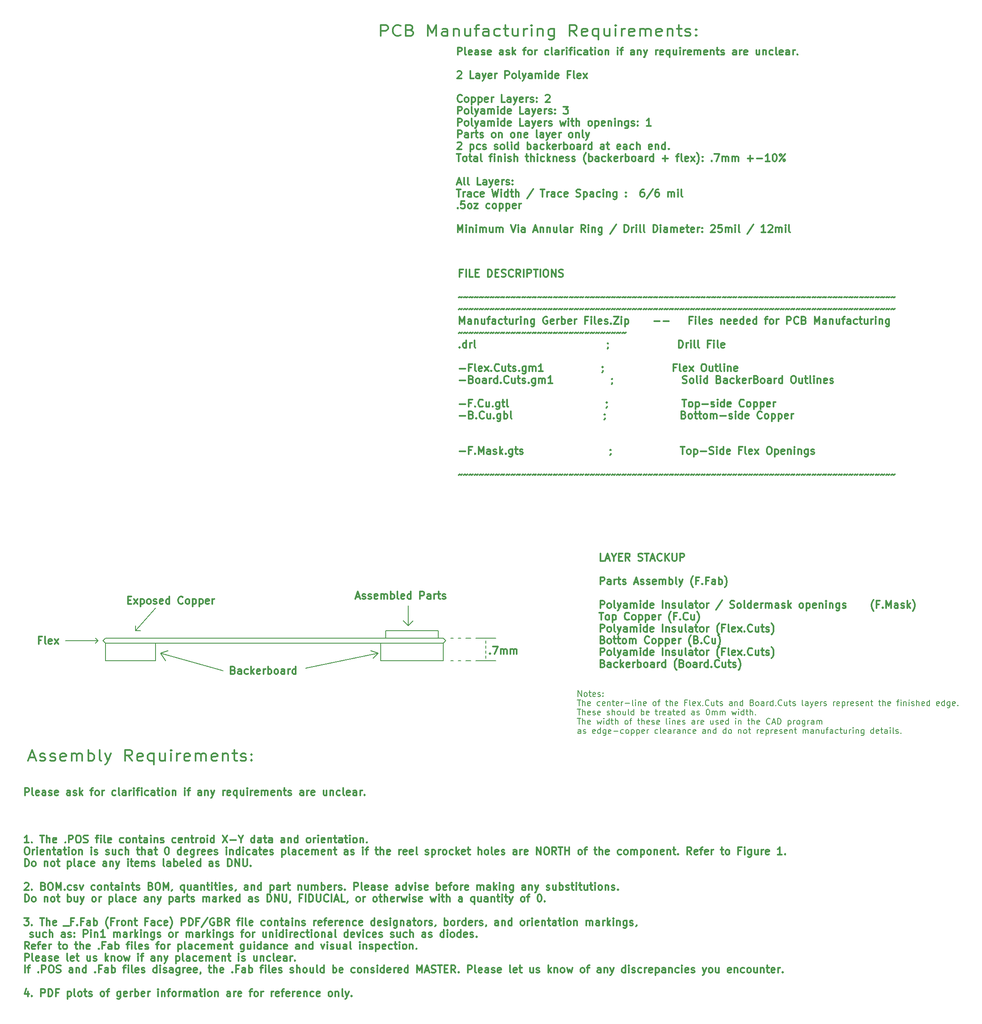
<source format=gbr>
G04 #@! TF.FileFunction,Drawing*
%FSLAX46Y46*%
G04 Gerber Fmt 4.6, Leading zero omitted, Abs format (unit mm)*
G04 Created by KiCad (PCBNEW 4.0.2-stable) date 11/19/2017 2:56:23 PM*
%MOMM*%
G01*
G04 APERTURE LIST*
%ADD10C,0.050000*%
%ADD11C,0.200000*%
%ADD12C,0.150000*%
%ADD13C,0.300000*%
G04 APERTURE END LIST*
D10*
D11*
X126011256Y-150623472D02*
X126011256Y-149423472D01*
X126696971Y-150623472D01*
X126696971Y-149423472D01*
X127439828Y-150623472D02*
X127325542Y-150566329D01*
X127268399Y-150509186D01*
X127211256Y-150394901D01*
X127211256Y-150052044D01*
X127268399Y-149937758D01*
X127325542Y-149880615D01*
X127439828Y-149823472D01*
X127611256Y-149823472D01*
X127725542Y-149880615D01*
X127782685Y-149937758D01*
X127839828Y-150052044D01*
X127839828Y-150394901D01*
X127782685Y-150509186D01*
X127725542Y-150566329D01*
X127611256Y-150623472D01*
X127439828Y-150623472D01*
X128182685Y-149823472D02*
X128639828Y-149823472D01*
X128354113Y-149423472D02*
X128354113Y-150452044D01*
X128411256Y-150566329D01*
X128525542Y-150623472D01*
X128639828Y-150623472D01*
X129496970Y-150566329D02*
X129382684Y-150623472D01*
X129154113Y-150623472D01*
X129039827Y-150566329D01*
X128982684Y-150452044D01*
X128982684Y-149994901D01*
X129039827Y-149880615D01*
X129154113Y-149823472D01*
X129382684Y-149823472D01*
X129496970Y-149880615D01*
X129554113Y-149994901D01*
X129554113Y-150109186D01*
X128982684Y-150223472D01*
X130011255Y-150566329D02*
X130125541Y-150623472D01*
X130354113Y-150623472D01*
X130468398Y-150566329D01*
X130525541Y-150452044D01*
X130525541Y-150394901D01*
X130468398Y-150280615D01*
X130354113Y-150223472D01*
X130182684Y-150223472D01*
X130068398Y-150166329D01*
X130011255Y-150052044D01*
X130011255Y-149994901D01*
X130068398Y-149880615D01*
X130182684Y-149823472D01*
X130354113Y-149823472D01*
X130468398Y-149880615D01*
X131039827Y-150509186D02*
X131096970Y-150566329D01*
X131039827Y-150623472D01*
X130982684Y-150566329D01*
X131039827Y-150509186D01*
X131039827Y-150623472D01*
X131039827Y-149880615D02*
X131096970Y-149937758D01*
X131039827Y-149994901D01*
X130982684Y-149937758D01*
X131039827Y-149880615D01*
X131039827Y-149994901D01*
X125839828Y-151303472D02*
X126525542Y-151303472D01*
X126182685Y-152503472D02*
X126182685Y-151303472D01*
X126925542Y-152503472D02*
X126925542Y-151303472D01*
X127439828Y-152503472D02*
X127439828Y-151874901D01*
X127382685Y-151760615D01*
X127268399Y-151703472D01*
X127096971Y-151703472D01*
X126982685Y-151760615D01*
X126925542Y-151817758D01*
X128468399Y-152446329D02*
X128354113Y-152503472D01*
X128125542Y-152503472D01*
X128011256Y-152446329D01*
X127954113Y-152332044D01*
X127954113Y-151874901D01*
X128011256Y-151760615D01*
X128125542Y-151703472D01*
X128354113Y-151703472D01*
X128468399Y-151760615D01*
X128525542Y-151874901D01*
X128525542Y-151989186D01*
X127954113Y-152103472D01*
X130468399Y-152446329D02*
X130354113Y-152503472D01*
X130125542Y-152503472D01*
X130011256Y-152446329D01*
X129954113Y-152389186D01*
X129896970Y-152274901D01*
X129896970Y-151932044D01*
X129954113Y-151817758D01*
X130011256Y-151760615D01*
X130125542Y-151703472D01*
X130354113Y-151703472D01*
X130468399Y-151760615D01*
X131439827Y-152446329D02*
X131325541Y-152503472D01*
X131096970Y-152503472D01*
X130982684Y-152446329D01*
X130925541Y-152332044D01*
X130925541Y-151874901D01*
X130982684Y-151760615D01*
X131096970Y-151703472D01*
X131325541Y-151703472D01*
X131439827Y-151760615D01*
X131496970Y-151874901D01*
X131496970Y-151989186D01*
X130925541Y-152103472D01*
X132011255Y-151703472D02*
X132011255Y-152503472D01*
X132011255Y-151817758D02*
X132068398Y-151760615D01*
X132182684Y-151703472D01*
X132354112Y-151703472D01*
X132468398Y-151760615D01*
X132525541Y-151874901D01*
X132525541Y-152503472D01*
X132925541Y-151703472D02*
X133382684Y-151703472D01*
X133096969Y-151303472D02*
X133096969Y-152332044D01*
X133154112Y-152446329D01*
X133268398Y-152503472D01*
X133382684Y-152503472D01*
X134239826Y-152446329D02*
X134125540Y-152503472D01*
X133896969Y-152503472D01*
X133782683Y-152446329D01*
X133725540Y-152332044D01*
X133725540Y-151874901D01*
X133782683Y-151760615D01*
X133896969Y-151703472D01*
X134125540Y-151703472D01*
X134239826Y-151760615D01*
X134296969Y-151874901D01*
X134296969Y-151989186D01*
X133725540Y-152103472D01*
X134811254Y-152503472D02*
X134811254Y-151703472D01*
X134811254Y-151932044D02*
X134868397Y-151817758D01*
X134925540Y-151760615D01*
X135039826Y-151703472D01*
X135154111Y-151703472D01*
X135554111Y-152046329D02*
X136468397Y-152046329D01*
X137211254Y-152503472D02*
X137096968Y-152446329D01*
X137039825Y-152332044D01*
X137039825Y-151303472D01*
X137668396Y-152503472D02*
X137668396Y-151703472D01*
X137668396Y-151303472D02*
X137611253Y-151360615D01*
X137668396Y-151417758D01*
X137725539Y-151360615D01*
X137668396Y-151303472D01*
X137668396Y-151417758D01*
X138239825Y-151703472D02*
X138239825Y-152503472D01*
X138239825Y-151817758D02*
X138296968Y-151760615D01*
X138411254Y-151703472D01*
X138582682Y-151703472D01*
X138696968Y-151760615D01*
X138754111Y-151874901D01*
X138754111Y-152503472D01*
X139782682Y-152446329D02*
X139668396Y-152503472D01*
X139439825Y-152503472D01*
X139325539Y-152446329D01*
X139268396Y-152332044D01*
X139268396Y-151874901D01*
X139325539Y-151760615D01*
X139439825Y-151703472D01*
X139668396Y-151703472D01*
X139782682Y-151760615D01*
X139839825Y-151874901D01*
X139839825Y-151989186D01*
X139268396Y-152103472D01*
X141439825Y-152503472D02*
X141325539Y-152446329D01*
X141268396Y-152389186D01*
X141211253Y-152274901D01*
X141211253Y-151932044D01*
X141268396Y-151817758D01*
X141325539Y-151760615D01*
X141439825Y-151703472D01*
X141611253Y-151703472D01*
X141725539Y-151760615D01*
X141782682Y-151817758D01*
X141839825Y-151932044D01*
X141839825Y-152274901D01*
X141782682Y-152389186D01*
X141725539Y-152446329D01*
X141611253Y-152503472D01*
X141439825Y-152503472D01*
X142182682Y-151703472D02*
X142639825Y-151703472D01*
X142354110Y-152503472D02*
X142354110Y-151474901D01*
X142411253Y-151360615D01*
X142525539Y-151303472D01*
X142639825Y-151303472D01*
X143782682Y-151703472D02*
X144239825Y-151703472D01*
X143954110Y-151303472D02*
X143954110Y-152332044D01*
X144011253Y-152446329D01*
X144125539Y-152503472D01*
X144239825Y-152503472D01*
X144639824Y-152503472D02*
X144639824Y-151303472D01*
X145154110Y-152503472D02*
X145154110Y-151874901D01*
X145096967Y-151760615D01*
X144982681Y-151703472D01*
X144811253Y-151703472D01*
X144696967Y-151760615D01*
X144639824Y-151817758D01*
X146182681Y-152446329D02*
X146068395Y-152503472D01*
X145839824Y-152503472D01*
X145725538Y-152446329D01*
X145668395Y-152332044D01*
X145668395Y-151874901D01*
X145725538Y-151760615D01*
X145839824Y-151703472D01*
X146068395Y-151703472D01*
X146182681Y-151760615D01*
X146239824Y-151874901D01*
X146239824Y-151989186D01*
X145668395Y-152103472D01*
X148068395Y-151874901D02*
X147668395Y-151874901D01*
X147668395Y-152503472D02*
X147668395Y-151303472D01*
X148239824Y-151303472D01*
X148868395Y-152503472D02*
X148754109Y-152446329D01*
X148696966Y-152332044D01*
X148696966Y-151303472D01*
X149782680Y-152446329D02*
X149668394Y-152503472D01*
X149439823Y-152503472D01*
X149325537Y-152446329D01*
X149268394Y-152332044D01*
X149268394Y-151874901D01*
X149325537Y-151760615D01*
X149439823Y-151703472D01*
X149668394Y-151703472D01*
X149782680Y-151760615D01*
X149839823Y-151874901D01*
X149839823Y-151989186D01*
X149268394Y-152103472D01*
X150239823Y-152503472D02*
X150868394Y-151703472D01*
X150239823Y-151703472D02*
X150868394Y-152503472D01*
X151325537Y-152389186D02*
X151382680Y-152446329D01*
X151325537Y-152503472D01*
X151268394Y-152446329D01*
X151325537Y-152389186D01*
X151325537Y-152503472D01*
X152582681Y-152389186D02*
X152525538Y-152446329D01*
X152354109Y-152503472D01*
X152239823Y-152503472D01*
X152068395Y-152446329D01*
X151954109Y-152332044D01*
X151896966Y-152217758D01*
X151839823Y-151989186D01*
X151839823Y-151817758D01*
X151896966Y-151589186D01*
X151954109Y-151474901D01*
X152068395Y-151360615D01*
X152239823Y-151303472D01*
X152354109Y-151303472D01*
X152525538Y-151360615D01*
X152582681Y-151417758D01*
X153611252Y-151703472D02*
X153611252Y-152503472D01*
X153096966Y-151703472D02*
X153096966Y-152332044D01*
X153154109Y-152446329D01*
X153268395Y-152503472D01*
X153439823Y-152503472D01*
X153554109Y-152446329D01*
X153611252Y-152389186D01*
X154011252Y-151703472D02*
X154468395Y-151703472D01*
X154182680Y-151303472D02*
X154182680Y-152332044D01*
X154239823Y-152446329D01*
X154354109Y-152503472D01*
X154468395Y-152503472D01*
X154811251Y-152446329D02*
X154925537Y-152503472D01*
X155154109Y-152503472D01*
X155268394Y-152446329D01*
X155325537Y-152332044D01*
X155325537Y-152274901D01*
X155268394Y-152160615D01*
X155154109Y-152103472D01*
X154982680Y-152103472D01*
X154868394Y-152046329D01*
X154811251Y-151932044D01*
X154811251Y-151874901D01*
X154868394Y-151760615D01*
X154982680Y-151703472D01*
X155154109Y-151703472D01*
X155268394Y-151760615D01*
X157268395Y-152503472D02*
X157268395Y-151874901D01*
X157211252Y-151760615D01*
X157096966Y-151703472D01*
X156868395Y-151703472D01*
X156754109Y-151760615D01*
X157268395Y-152446329D02*
X157154109Y-152503472D01*
X156868395Y-152503472D01*
X156754109Y-152446329D01*
X156696966Y-152332044D01*
X156696966Y-152217758D01*
X156754109Y-152103472D01*
X156868395Y-152046329D01*
X157154109Y-152046329D01*
X157268395Y-151989186D01*
X157839823Y-151703472D02*
X157839823Y-152503472D01*
X157839823Y-151817758D02*
X157896966Y-151760615D01*
X158011252Y-151703472D01*
X158182680Y-151703472D01*
X158296966Y-151760615D01*
X158354109Y-151874901D01*
X158354109Y-152503472D01*
X159439823Y-152503472D02*
X159439823Y-151303472D01*
X159439823Y-152446329D02*
X159325537Y-152503472D01*
X159096966Y-152503472D01*
X158982680Y-152446329D01*
X158925537Y-152389186D01*
X158868394Y-152274901D01*
X158868394Y-151932044D01*
X158925537Y-151817758D01*
X158982680Y-151760615D01*
X159096966Y-151703472D01*
X159325537Y-151703472D01*
X159439823Y-151760615D01*
X161325537Y-151874901D02*
X161496966Y-151932044D01*
X161554109Y-151989186D01*
X161611252Y-152103472D01*
X161611252Y-152274901D01*
X161554109Y-152389186D01*
X161496966Y-152446329D01*
X161382680Y-152503472D01*
X160925537Y-152503472D01*
X160925537Y-151303472D01*
X161325537Y-151303472D01*
X161439823Y-151360615D01*
X161496966Y-151417758D01*
X161554109Y-151532044D01*
X161554109Y-151646329D01*
X161496966Y-151760615D01*
X161439823Y-151817758D01*
X161325537Y-151874901D01*
X160925537Y-151874901D01*
X162296966Y-152503472D02*
X162182680Y-152446329D01*
X162125537Y-152389186D01*
X162068394Y-152274901D01*
X162068394Y-151932044D01*
X162125537Y-151817758D01*
X162182680Y-151760615D01*
X162296966Y-151703472D01*
X162468394Y-151703472D01*
X162582680Y-151760615D01*
X162639823Y-151817758D01*
X162696966Y-151932044D01*
X162696966Y-152274901D01*
X162639823Y-152389186D01*
X162582680Y-152446329D01*
X162468394Y-152503472D01*
X162296966Y-152503472D01*
X163725537Y-152503472D02*
X163725537Y-151874901D01*
X163668394Y-151760615D01*
X163554108Y-151703472D01*
X163325537Y-151703472D01*
X163211251Y-151760615D01*
X163725537Y-152446329D02*
X163611251Y-152503472D01*
X163325537Y-152503472D01*
X163211251Y-152446329D01*
X163154108Y-152332044D01*
X163154108Y-152217758D01*
X163211251Y-152103472D01*
X163325537Y-152046329D01*
X163611251Y-152046329D01*
X163725537Y-151989186D01*
X164296965Y-152503472D02*
X164296965Y-151703472D01*
X164296965Y-151932044D02*
X164354108Y-151817758D01*
X164411251Y-151760615D01*
X164525537Y-151703472D01*
X164639822Y-151703472D01*
X165554108Y-152503472D02*
X165554108Y-151303472D01*
X165554108Y-152446329D02*
X165439822Y-152503472D01*
X165211251Y-152503472D01*
X165096965Y-152446329D01*
X165039822Y-152389186D01*
X164982679Y-152274901D01*
X164982679Y-151932044D01*
X165039822Y-151817758D01*
X165096965Y-151760615D01*
X165211251Y-151703472D01*
X165439822Y-151703472D01*
X165554108Y-151760615D01*
X166125536Y-152389186D02*
X166182679Y-152446329D01*
X166125536Y-152503472D01*
X166068393Y-152446329D01*
X166125536Y-152389186D01*
X166125536Y-152503472D01*
X167382680Y-152389186D02*
X167325537Y-152446329D01*
X167154108Y-152503472D01*
X167039822Y-152503472D01*
X166868394Y-152446329D01*
X166754108Y-152332044D01*
X166696965Y-152217758D01*
X166639822Y-151989186D01*
X166639822Y-151817758D01*
X166696965Y-151589186D01*
X166754108Y-151474901D01*
X166868394Y-151360615D01*
X167039822Y-151303472D01*
X167154108Y-151303472D01*
X167325537Y-151360615D01*
X167382680Y-151417758D01*
X168411251Y-151703472D02*
X168411251Y-152503472D01*
X167896965Y-151703472D02*
X167896965Y-152332044D01*
X167954108Y-152446329D01*
X168068394Y-152503472D01*
X168239822Y-152503472D01*
X168354108Y-152446329D01*
X168411251Y-152389186D01*
X168811251Y-151703472D02*
X169268394Y-151703472D01*
X168982679Y-151303472D02*
X168982679Y-152332044D01*
X169039822Y-152446329D01*
X169154108Y-152503472D01*
X169268394Y-152503472D01*
X169611250Y-152446329D02*
X169725536Y-152503472D01*
X169954108Y-152503472D01*
X170068393Y-152446329D01*
X170125536Y-152332044D01*
X170125536Y-152274901D01*
X170068393Y-152160615D01*
X169954108Y-152103472D01*
X169782679Y-152103472D01*
X169668393Y-152046329D01*
X169611250Y-151932044D01*
X169611250Y-151874901D01*
X169668393Y-151760615D01*
X169782679Y-151703472D01*
X169954108Y-151703472D01*
X170068393Y-151760615D01*
X171725537Y-152503472D02*
X171611251Y-152446329D01*
X171554108Y-152332044D01*
X171554108Y-151303472D01*
X172696965Y-152503472D02*
X172696965Y-151874901D01*
X172639822Y-151760615D01*
X172525536Y-151703472D01*
X172296965Y-151703472D01*
X172182679Y-151760615D01*
X172696965Y-152446329D02*
X172582679Y-152503472D01*
X172296965Y-152503472D01*
X172182679Y-152446329D01*
X172125536Y-152332044D01*
X172125536Y-152217758D01*
X172182679Y-152103472D01*
X172296965Y-152046329D01*
X172582679Y-152046329D01*
X172696965Y-151989186D01*
X173154108Y-151703472D02*
X173439822Y-152503472D01*
X173725536Y-151703472D02*
X173439822Y-152503472D01*
X173325536Y-152789186D01*
X173268393Y-152846329D01*
X173154108Y-152903472D01*
X174639822Y-152446329D02*
X174525536Y-152503472D01*
X174296965Y-152503472D01*
X174182679Y-152446329D01*
X174125536Y-152332044D01*
X174125536Y-151874901D01*
X174182679Y-151760615D01*
X174296965Y-151703472D01*
X174525536Y-151703472D01*
X174639822Y-151760615D01*
X174696965Y-151874901D01*
X174696965Y-151989186D01*
X174125536Y-152103472D01*
X175211250Y-152503472D02*
X175211250Y-151703472D01*
X175211250Y-151932044D02*
X175268393Y-151817758D01*
X175325536Y-151760615D01*
X175439822Y-151703472D01*
X175554107Y-151703472D01*
X175896964Y-152446329D02*
X176011250Y-152503472D01*
X176239822Y-152503472D01*
X176354107Y-152446329D01*
X176411250Y-152332044D01*
X176411250Y-152274901D01*
X176354107Y-152160615D01*
X176239822Y-152103472D01*
X176068393Y-152103472D01*
X175954107Y-152046329D01*
X175896964Y-151932044D01*
X175896964Y-151874901D01*
X175954107Y-151760615D01*
X176068393Y-151703472D01*
X176239822Y-151703472D01*
X176354107Y-151760615D01*
X177839822Y-152503472D02*
X177839822Y-151703472D01*
X177839822Y-151932044D02*
X177896965Y-151817758D01*
X177954108Y-151760615D01*
X178068394Y-151703472D01*
X178182679Y-151703472D01*
X179039822Y-152446329D02*
X178925536Y-152503472D01*
X178696965Y-152503472D01*
X178582679Y-152446329D01*
X178525536Y-152332044D01*
X178525536Y-151874901D01*
X178582679Y-151760615D01*
X178696965Y-151703472D01*
X178925536Y-151703472D01*
X179039822Y-151760615D01*
X179096965Y-151874901D01*
X179096965Y-151989186D01*
X178525536Y-152103472D01*
X179611250Y-151703472D02*
X179611250Y-152903472D01*
X179611250Y-151760615D02*
X179725536Y-151703472D01*
X179954107Y-151703472D01*
X180068393Y-151760615D01*
X180125536Y-151817758D01*
X180182679Y-151932044D01*
X180182679Y-152274901D01*
X180125536Y-152389186D01*
X180068393Y-152446329D01*
X179954107Y-152503472D01*
X179725536Y-152503472D01*
X179611250Y-152446329D01*
X180696964Y-152503472D02*
X180696964Y-151703472D01*
X180696964Y-151932044D02*
X180754107Y-151817758D01*
X180811250Y-151760615D01*
X180925536Y-151703472D01*
X181039821Y-151703472D01*
X181896964Y-152446329D02*
X181782678Y-152503472D01*
X181554107Y-152503472D01*
X181439821Y-152446329D01*
X181382678Y-152332044D01*
X181382678Y-151874901D01*
X181439821Y-151760615D01*
X181554107Y-151703472D01*
X181782678Y-151703472D01*
X181896964Y-151760615D01*
X181954107Y-151874901D01*
X181954107Y-151989186D01*
X181382678Y-152103472D01*
X182411249Y-152446329D02*
X182525535Y-152503472D01*
X182754107Y-152503472D01*
X182868392Y-152446329D01*
X182925535Y-152332044D01*
X182925535Y-152274901D01*
X182868392Y-152160615D01*
X182754107Y-152103472D01*
X182582678Y-152103472D01*
X182468392Y-152046329D01*
X182411249Y-151932044D01*
X182411249Y-151874901D01*
X182468392Y-151760615D01*
X182582678Y-151703472D01*
X182754107Y-151703472D01*
X182868392Y-151760615D01*
X183896964Y-152446329D02*
X183782678Y-152503472D01*
X183554107Y-152503472D01*
X183439821Y-152446329D01*
X183382678Y-152332044D01*
X183382678Y-151874901D01*
X183439821Y-151760615D01*
X183554107Y-151703472D01*
X183782678Y-151703472D01*
X183896964Y-151760615D01*
X183954107Y-151874901D01*
X183954107Y-151989186D01*
X183382678Y-152103472D01*
X184468392Y-151703472D02*
X184468392Y-152503472D01*
X184468392Y-151817758D02*
X184525535Y-151760615D01*
X184639821Y-151703472D01*
X184811249Y-151703472D01*
X184925535Y-151760615D01*
X184982678Y-151874901D01*
X184982678Y-152503472D01*
X185382678Y-151703472D02*
X185839821Y-151703472D01*
X185554106Y-151303472D02*
X185554106Y-152332044D01*
X185611249Y-152446329D01*
X185725535Y-152503472D01*
X185839821Y-152503472D01*
X186982678Y-151703472D02*
X187439821Y-151703472D01*
X187154106Y-151303472D02*
X187154106Y-152332044D01*
X187211249Y-152446329D01*
X187325535Y-152503472D01*
X187439821Y-152503472D01*
X187839820Y-152503472D02*
X187839820Y-151303472D01*
X188354106Y-152503472D02*
X188354106Y-151874901D01*
X188296963Y-151760615D01*
X188182677Y-151703472D01*
X188011249Y-151703472D01*
X187896963Y-151760615D01*
X187839820Y-151817758D01*
X189382677Y-152446329D02*
X189268391Y-152503472D01*
X189039820Y-152503472D01*
X188925534Y-152446329D01*
X188868391Y-152332044D01*
X188868391Y-151874901D01*
X188925534Y-151760615D01*
X189039820Y-151703472D01*
X189268391Y-151703472D01*
X189382677Y-151760615D01*
X189439820Y-151874901D01*
X189439820Y-151989186D01*
X188868391Y-152103472D01*
X190696963Y-151703472D02*
X191154106Y-151703472D01*
X190868391Y-152503472D02*
X190868391Y-151474901D01*
X190925534Y-151360615D01*
X191039820Y-151303472D01*
X191154106Y-151303472D01*
X191554105Y-152503472D02*
X191554105Y-151703472D01*
X191554105Y-151303472D02*
X191496962Y-151360615D01*
X191554105Y-151417758D01*
X191611248Y-151360615D01*
X191554105Y-151303472D01*
X191554105Y-151417758D01*
X192125534Y-151703472D02*
X192125534Y-152503472D01*
X192125534Y-151817758D02*
X192182677Y-151760615D01*
X192296963Y-151703472D01*
X192468391Y-151703472D01*
X192582677Y-151760615D01*
X192639820Y-151874901D01*
X192639820Y-152503472D01*
X193211248Y-152503472D02*
X193211248Y-151703472D01*
X193211248Y-151303472D02*
X193154105Y-151360615D01*
X193211248Y-151417758D01*
X193268391Y-151360615D01*
X193211248Y-151303472D01*
X193211248Y-151417758D01*
X193725534Y-152446329D02*
X193839820Y-152503472D01*
X194068392Y-152503472D01*
X194182677Y-152446329D01*
X194239820Y-152332044D01*
X194239820Y-152274901D01*
X194182677Y-152160615D01*
X194068392Y-152103472D01*
X193896963Y-152103472D01*
X193782677Y-152046329D01*
X193725534Y-151932044D01*
X193725534Y-151874901D01*
X193782677Y-151760615D01*
X193896963Y-151703472D01*
X194068392Y-151703472D01*
X194182677Y-151760615D01*
X194754106Y-152503472D02*
X194754106Y-151303472D01*
X195268392Y-152503472D02*
X195268392Y-151874901D01*
X195211249Y-151760615D01*
X195096963Y-151703472D01*
X194925535Y-151703472D01*
X194811249Y-151760615D01*
X194754106Y-151817758D01*
X196296963Y-152446329D02*
X196182677Y-152503472D01*
X195954106Y-152503472D01*
X195839820Y-152446329D01*
X195782677Y-152332044D01*
X195782677Y-151874901D01*
X195839820Y-151760615D01*
X195954106Y-151703472D01*
X196182677Y-151703472D01*
X196296963Y-151760615D01*
X196354106Y-151874901D01*
X196354106Y-151989186D01*
X195782677Y-152103472D01*
X197382677Y-152503472D02*
X197382677Y-151303472D01*
X197382677Y-152446329D02*
X197268391Y-152503472D01*
X197039820Y-152503472D01*
X196925534Y-152446329D01*
X196868391Y-152389186D01*
X196811248Y-152274901D01*
X196811248Y-151932044D01*
X196868391Y-151817758D01*
X196925534Y-151760615D01*
X197039820Y-151703472D01*
X197268391Y-151703472D01*
X197382677Y-151760615D01*
X199325534Y-152446329D02*
X199211248Y-152503472D01*
X198982677Y-152503472D01*
X198868391Y-152446329D01*
X198811248Y-152332044D01*
X198811248Y-151874901D01*
X198868391Y-151760615D01*
X198982677Y-151703472D01*
X199211248Y-151703472D01*
X199325534Y-151760615D01*
X199382677Y-151874901D01*
X199382677Y-151989186D01*
X198811248Y-152103472D01*
X200411248Y-152503472D02*
X200411248Y-151303472D01*
X200411248Y-152446329D02*
X200296962Y-152503472D01*
X200068391Y-152503472D01*
X199954105Y-152446329D01*
X199896962Y-152389186D01*
X199839819Y-152274901D01*
X199839819Y-151932044D01*
X199896962Y-151817758D01*
X199954105Y-151760615D01*
X200068391Y-151703472D01*
X200296962Y-151703472D01*
X200411248Y-151760615D01*
X201496962Y-151703472D02*
X201496962Y-152674901D01*
X201439819Y-152789186D01*
X201382676Y-152846329D01*
X201268391Y-152903472D01*
X201096962Y-152903472D01*
X200982676Y-152846329D01*
X201496962Y-152446329D02*
X201382676Y-152503472D01*
X201154105Y-152503472D01*
X201039819Y-152446329D01*
X200982676Y-152389186D01*
X200925533Y-152274901D01*
X200925533Y-151932044D01*
X200982676Y-151817758D01*
X201039819Y-151760615D01*
X201154105Y-151703472D01*
X201382676Y-151703472D01*
X201496962Y-151760615D01*
X202525533Y-152446329D02*
X202411247Y-152503472D01*
X202182676Y-152503472D01*
X202068390Y-152446329D01*
X202011247Y-152332044D01*
X202011247Y-151874901D01*
X202068390Y-151760615D01*
X202182676Y-151703472D01*
X202411247Y-151703472D01*
X202525533Y-151760615D01*
X202582676Y-151874901D01*
X202582676Y-151989186D01*
X202011247Y-152103472D01*
X203096961Y-152389186D02*
X203154104Y-152446329D01*
X203096961Y-152503472D01*
X203039818Y-152446329D01*
X203096961Y-152389186D01*
X203096961Y-152503472D01*
X125839828Y-153183472D02*
X126525542Y-153183472D01*
X126182685Y-154383472D02*
X126182685Y-153183472D01*
X126925542Y-154383472D02*
X126925542Y-153183472D01*
X127439828Y-154383472D02*
X127439828Y-153754901D01*
X127382685Y-153640615D01*
X127268399Y-153583472D01*
X127096971Y-153583472D01*
X126982685Y-153640615D01*
X126925542Y-153697758D01*
X128468399Y-154326329D02*
X128354113Y-154383472D01*
X128125542Y-154383472D01*
X128011256Y-154326329D01*
X127954113Y-154212044D01*
X127954113Y-153754901D01*
X128011256Y-153640615D01*
X128125542Y-153583472D01*
X128354113Y-153583472D01*
X128468399Y-153640615D01*
X128525542Y-153754901D01*
X128525542Y-153869186D01*
X127954113Y-153983472D01*
X128982684Y-154326329D02*
X129096970Y-154383472D01*
X129325542Y-154383472D01*
X129439827Y-154326329D01*
X129496970Y-154212044D01*
X129496970Y-154154901D01*
X129439827Y-154040615D01*
X129325542Y-153983472D01*
X129154113Y-153983472D01*
X129039827Y-153926329D01*
X128982684Y-153812044D01*
X128982684Y-153754901D01*
X129039827Y-153640615D01*
X129154113Y-153583472D01*
X129325542Y-153583472D01*
X129439827Y-153640615D01*
X130468399Y-154326329D02*
X130354113Y-154383472D01*
X130125542Y-154383472D01*
X130011256Y-154326329D01*
X129954113Y-154212044D01*
X129954113Y-153754901D01*
X130011256Y-153640615D01*
X130125542Y-153583472D01*
X130354113Y-153583472D01*
X130468399Y-153640615D01*
X130525542Y-153754901D01*
X130525542Y-153869186D01*
X129954113Y-153983472D01*
X131896970Y-154326329D02*
X132011256Y-154383472D01*
X132239828Y-154383472D01*
X132354113Y-154326329D01*
X132411256Y-154212044D01*
X132411256Y-154154901D01*
X132354113Y-154040615D01*
X132239828Y-153983472D01*
X132068399Y-153983472D01*
X131954113Y-153926329D01*
X131896970Y-153812044D01*
X131896970Y-153754901D01*
X131954113Y-153640615D01*
X132068399Y-153583472D01*
X132239828Y-153583472D01*
X132354113Y-153640615D01*
X132925542Y-154383472D02*
X132925542Y-153183472D01*
X133439828Y-154383472D02*
X133439828Y-153754901D01*
X133382685Y-153640615D01*
X133268399Y-153583472D01*
X133096971Y-153583472D01*
X132982685Y-153640615D01*
X132925542Y-153697758D01*
X134182685Y-154383472D02*
X134068399Y-154326329D01*
X134011256Y-154269186D01*
X133954113Y-154154901D01*
X133954113Y-153812044D01*
X134011256Y-153697758D01*
X134068399Y-153640615D01*
X134182685Y-153583472D01*
X134354113Y-153583472D01*
X134468399Y-153640615D01*
X134525542Y-153697758D01*
X134582685Y-153812044D01*
X134582685Y-154154901D01*
X134525542Y-154269186D01*
X134468399Y-154326329D01*
X134354113Y-154383472D01*
X134182685Y-154383472D01*
X135611256Y-153583472D02*
X135611256Y-154383472D01*
X135096970Y-153583472D02*
X135096970Y-154212044D01*
X135154113Y-154326329D01*
X135268399Y-154383472D01*
X135439827Y-154383472D01*
X135554113Y-154326329D01*
X135611256Y-154269186D01*
X136354113Y-154383472D02*
X136239827Y-154326329D01*
X136182684Y-154212044D01*
X136182684Y-153183472D01*
X137325541Y-154383472D02*
X137325541Y-153183472D01*
X137325541Y-154326329D02*
X137211255Y-154383472D01*
X136982684Y-154383472D01*
X136868398Y-154326329D01*
X136811255Y-154269186D01*
X136754112Y-154154901D01*
X136754112Y-153812044D01*
X136811255Y-153697758D01*
X136868398Y-153640615D01*
X136982684Y-153583472D01*
X137211255Y-153583472D01*
X137325541Y-153640615D01*
X138811255Y-154383472D02*
X138811255Y-153183472D01*
X138811255Y-153640615D02*
X138925541Y-153583472D01*
X139154112Y-153583472D01*
X139268398Y-153640615D01*
X139325541Y-153697758D01*
X139382684Y-153812044D01*
X139382684Y-154154901D01*
X139325541Y-154269186D01*
X139268398Y-154326329D01*
X139154112Y-154383472D01*
X138925541Y-154383472D01*
X138811255Y-154326329D01*
X140354112Y-154326329D02*
X140239826Y-154383472D01*
X140011255Y-154383472D01*
X139896969Y-154326329D01*
X139839826Y-154212044D01*
X139839826Y-153754901D01*
X139896969Y-153640615D01*
X140011255Y-153583472D01*
X140239826Y-153583472D01*
X140354112Y-153640615D01*
X140411255Y-153754901D01*
X140411255Y-153869186D01*
X139839826Y-153983472D01*
X141668398Y-153583472D02*
X142125541Y-153583472D01*
X141839826Y-153183472D02*
X141839826Y-154212044D01*
X141896969Y-154326329D01*
X142011255Y-154383472D01*
X142125541Y-154383472D01*
X142525540Y-154383472D02*
X142525540Y-153583472D01*
X142525540Y-153812044D02*
X142582683Y-153697758D01*
X142639826Y-153640615D01*
X142754112Y-153583472D01*
X142868397Y-153583472D01*
X143725540Y-154326329D02*
X143611254Y-154383472D01*
X143382683Y-154383472D01*
X143268397Y-154326329D01*
X143211254Y-154212044D01*
X143211254Y-153754901D01*
X143268397Y-153640615D01*
X143382683Y-153583472D01*
X143611254Y-153583472D01*
X143725540Y-153640615D01*
X143782683Y-153754901D01*
X143782683Y-153869186D01*
X143211254Y-153983472D01*
X144811254Y-154383472D02*
X144811254Y-153754901D01*
X144754111Y-153640615D01*
X144639825Y-153583472D01*
X144411254Y-153583472D01*
X144296968Y-153640615D01*
X144811254Y-154326329D02*
X144696968Y-154383472D01*
X144411254Y-154383472D01*
X144296968Y-154326329D01*
X144239825Y-154212044D01*
X144239825Y-154097758D01*
X144296968Y-153983472D01*
X144411254Y-153926329D01*
X144696968Y-153926329D01*
X144811254Y-153869186D01*
X145211254Y-153583472D02*
X145668397Y-153583472D01*
X145382682Y-153183472D02*
X145382682Y-154212044D01*
X145439825Y-154326329D01*
X145554111Y-154383472D01*
X145668397Y-154383472D01*
X146525539Y-154326329D02*
X146411253Y-154383472D01*
X146182682Y-154383472D01*
X146068396Y-154326329D01*
X146011253Y-154212044D01*
X146011253Y-153754901D01*
X146068396Y-153640615D01*
X146182682Y-153583472D01*
X146411253Y-153583472D01*
X146525539Y-153640615D01*
X146582682Y-153754901D01*
X146582682Y-153869186D01*
X146011253Y-153983472D01*
X147611253Y-154383472D02*
X147611253Y-153183472D01*
X147611253Y-154326329D02*
X147496967Y-154383472D01*
X147268396Y-154383472D01*
X147154110Y-154326329D01*
X147096967Y-154269186D01*
X147039824Y-154154901D01*
X147039824Y-153812044D01*
X147096967Y-153697758D01*
X147154110Y-153640615D01*
X147268396Y-153583472D01*
X147496967Y-153583472D01*
X147611253Y-153640615D01*
X149611253Y-154383472D02*
X149611253Y-153754901D01*
X149554110Y-153640615D01*
X149439824Y-153583472D01*
X149211253Y-153583472D01*
X149096967Y-153640615D01*
X149611253Y-154326329D02*
X149496967Y-154383472D01*
X149211253Y-154383472D01*
X149096967Y-154326329D01*
X149039824Y-154212044D01*
X149039824Y-154097758D01*
X149096967Y-153983472D01*
X149211253Y-153926329D01*
X149496967Y-153926329D01*
X149611253Y-153869186D01*
X150125538Y-154326329D02*
X150239824Y-154383472D01*
X150468396Y-154383472D01*
X150582681Y-154326329D01*
X150639824Y-154212044D01*
X150639824Y-154154901D01*
X150582681Y-154040615D01*
X150468396Y-153983472D01*
X150296967Y-153983472D01*
X150182681Y-153926329D01*
X150125538Y-153812044D01*
X150125538Y-153754901D01*
X150182681Y-153640615D01*
X150296967Y-153583472D01*
X150468396Y-153583472D01*
X150582681Y-153640615D01*
X152296968Y-153183472D02*
X152411253Y-153183472D01*
X152525539Y-153240615D01*
X152582682Y-153297758D01*
X152639825Y-153412044D01*
X152696968Y-153640615D01*
X152696968Y-153926329D01*
X152639825Y-154154901D01*
X152582682Y-154269186D01*
X152525539Y-154326329D01*
X152411253Y-154383472D01*
X152296968Y-154383472D01*
X152182682Y-154326329D01*
X152125539Y-154269186D01*
X152068396Y-154154901D01*
X152011253Y-153926329D01*
X152011253Y-153640615D01*
X152068396Y-153412044D01*
X152125539Y-153297758D01*
X152182682Y-153240615D01*
X152296968Y-153183472D01*
X153211253Y-154383472D02*
X153211253Y-153583472D01*
X153211253Y-153697758D02*
X153268396Y-153640615D01*
X153382682Y-153583472D01*
X153554110Y-153583472D01*
X153668396Y-153640615D01*
X153725539Y-153754901D01*
X153725539Y-154383472D01*
X153725539Y-153754901D02*
X153782682Y-153640615D01*
X153896968Y-153583472D01*
X154068396Y-153583472D01*
X154182682Y-153640615D01*
X154239825Y-153754901D01*
X154239825Y-154383472D01*
X154811253Y-154383472D02*
X154811253Y-153583472D01*
X154811253Y-153697758D02*
X154868396Y-153640615D01*
X154982682Y-153583472D01*
X155154110Y-153583472D01*
X155268396Y-153640615D01*
X155325539Y-153754901D01*
X155325539Y-154383472D01*
X155325539Y-153754901D02*
X155382682Y-153640615D01*
X155496968Y-153583472D01*
X155668396Y-153583472D01*
X155782682Y-153640615D01*
X155839825Y-153754901D01*
X155839825Y-154383472D01*
X157211254Y-153583472D02*
X157439825Y-154383472D01*
X157668396Y-153812044D01*
X157896968Y-154383472D01*
X158125539Y-153583472D01*
X158582682Y-154383472D02*
X158582682Y-153583472D01*
X158582682Y-153183472D02*
X158525539Y-153240615D01*
X158582682Y-153297758D01*
X158639825Y-153240615D01*
X158582682Y-153183472D01*
X158582682Y-153297758D01*
X159668397Y-154383472D02*
X159668397Y-153183472D01*
X159668397Y-154326329D02*
X159554111Y-154383472D01*
X159325540Y-154383472D01*
X159211254Y-154326329D01*
X159154111Y-154269186D01*
X159096968Y-154154901D01*
X159096968Y-153812044D01*
X159154111Y-153697758D01*
X159211254Y-153640615D01*
X159325540Y-153583472D01*
X159554111Y-153583472D01*
X159668397Y-153640615D01*
X160068397Y-153583472D02*
X160525540Y-153583472D01*
X160239825Y-153183472D02*
X160239825Y-154212044D01*
X160296968Y-154326329D01*
X160411254Y-154383472D01*
X160525540Y-154383472D01*
X160925539Y-154383472D02*
X160925539Y-153183472D01*
X161439825Y-154383472D02*
X161439825Y-153754901D01*
X161382682Y-153640615D01*
X161268396Y-153583472D01*
X161096968Y-153583472D01*
X160982682Y-153640615D01*
X160925539Y-153697758D01*
X162011253Y-154269186D02*
X162068396Y-154326329D01*
X162011253Y-154383472D01*
X161954110Y-154326329D01*
X162011253Y-154269186D01*
X162011253Y-154383472D01*
X125839828Y-155063472D02*
X126525542Y-155063472D01*
X126182685Y-156263472D02*
X126182685Y-155063472D01*
X126925542Y-156263472D02*
X126925542Y-155063472D01*
X127439828Y-156263472D02*
X127439828Y-155634901D01*
X127382685Y-155520615D01*
X127268399Y-155463472D01*
X127096971Y-155463472D01*
X126982685Y-155520615D01*
X126925542Y-155577758D01*
X128468399Y-156206329D02*
X128354113Y-156263472D01*
X128125542Y-156263472D01*
X128011256Y-156206329D01*
X127954113Y-156092044D01*
X127954113Y-155634901D01*
X128011256Y-155520615D01*
X128125542Y-155463472D01*
X128354113Y-155463472D01*
X128468399Y-155520615D01*
X128525542Y-155634901D01*
X128525542Y-155749186D01*
X127954113Y-155863472D01*
X129839828Y-155463472D02*
X130068399Y-156263472D01*
X130296970Y-155692044D01*
X130525542Y-156263472D01*
X130754113Y-155463472D01*
X131211256Y-156263472D02*
X131211256Y-155463472D01*
X131211256Y-155063472D02*
X131154113Y-155120615D01*
X131211256Y-155177758D01*
X131268399Y-155120615D01*
X131211256Y-155063472D01*
X131211256Y-155177758D01*
X132296971Y-156263472D02*
X132296971Y-155063472D01*
X132296971Y-156206329D02*
X132182685Y-156263472D01*
X131954114Y-156263472D01*
X131839828Y-156206329D01*
X131782685Y-156149186D01*
X131725542Y-156034901D01*
X131725542Y-155692044D01*
X131782685Y-155577758D01*
X131839828Y-155520615D01*
X131954114Y-155463472D01*
X132182685Y-155463472D01*
X132296971Y-155520615D01*
X132696971Y-155463472D02*
X133154114Y-155463472D01*
X132868399Y-155063472D02*
X132868399Y-156092044D01*
X132925542Y-156206329D01*
X133039828Y-156263472D01*
X133154114Y-156263472D01*
X133554113Y-156263472D02*
X133554113Y-155063472D01*
X134068399Y-156263472D02*
X134068399Y-155634901D01*
X134011256Y-155520615D01*
X133896970Y-155463472D01*
X133725542Y-155463472D01*
X133611256Y-155520615D01*
X133554113Y-155577758D01*
X135725542Y-156263472D02*
X135611256Y-156206329D01*
X135554113Y-156149186D01*
X135496970Y-156034901D01*
X135496970Y-155692044D01*
X135554113Y-155577758D01*
X135611256Y-155520615D01*
X135725542Y-155463472D01*
X135896970Y-155463472D01*
X136011256Y-155520615D01*
X136068399Y-155577758D01*
X136125542Y-155692044D01*
X136125542Y-156034901D01*
X136068399Y-156149186D01*
X136011256Y-156206329D01*
X135896970Y-156263472D01*
X135725542Y-156263472D01*
X136468399Y-155463472D02*
X136925542Y-155463472D01*
X136639827Y-156263472D02*
X136639827Y-155234901D01*
X136696970Y-155120615D01*
X136811256Y-155063472D01*
X136925542Y-155063472D01*
X138068399Y-155463472D02*
X138525542Y-155463472D01*
X138239827Y-155063472D02*
X138239827Y-156092044D01*
X138296970Y-156206329D01*
X138411256Y-156263472D01*
X138525542Y-156263472D01*
X138925541Y-156263472D02*
X138925541Y-155063472D01*
X139439827Y-156263472D02*
X139439827Y-155634901D01*
X139382684Y-155520615D01*
X139268398Y-155463472D01*
X139096970Y-155463472D01*
X138982684Y-155520615D01*
X138925541Y-155577758D01*
X140468398Y-156206329D02*
X140354112Y-156263472D01*
X140125541Y-156263472D01*
X140011255Y-156206329D01*
X139954112Y-156092044D01*
X139954112Y-155634901D01*
X140011255Y-155520615D01*
X140125541Y-155463472D01*
X140354112Y-155463472D01*
X140468398Y-155520615D01*
X140525541Y-155634901D01*
X140525541Y-155749186D01*
X139954112Y-155863472D01*
X140982683Y-156206329D02*
X141096969Y-156263472D01*
X141325541Y-156263472D01*
X141439826Y-156206329D01*
X141496969Y-156092044D01*
X141496969Y-156034901D01*
X141439826Y-155920615D01*
X141325541Y-155863472D01*
X141154112Y-155863472D01*
X141039826Y-155806329D01*
X140982683Y-155692044D01*
X140982683Y-155634901D01*
X141039826Y-155520615D01*
X141154112Y-155463472D01*
X141325541Y-155463472D01*
X141439826Y-155520615D01*
X142468398Y-156206329D02*
X142354112Y-156263472D01*
X142125541Y-156263472D01*
X142011255Y-156206329D01*
X141954112Y-156092044D01*
X141954112Y-155634901D01*
X142011255Y-155520615D01*
X142125541Y-155463472D01*
X142354112Y-155463472D01*
X142468398Y-155520615D01*
X142525541Y-155634901D01*
X142525541Y-155749186D01*
X141954112Y-155863472D01*
X144125541Y-156263472D02*
X144011255Y-156206329D01*
X143954112Y-156092044D01*
X143954112Y-155063472D01*
X144582683Y-156263472D02*
X144582683Y-155463472D01*
X144582683Y-155063472D02*
X144525540Y-155120615D01*
X144582683Y-155177758D01*
X144639826Y-155120615D01*
X144582683Y-155063472D01*
X144582683Y-155177758D01*
X145154112Y-155463472D02*
X145154112Y-156263472D01*
X145154112Y-155577758D02*
X145211255Y-155520615D01*
X145325541Y-155463472D01*
X145496969Y-155463472D01*
X145611255Y-155520615D01*
X145668398Y-155634901D01*
X145668398Y-156263472D01*
X146696969Y-156206329D02*
X146582683Y-156263472D01*
X146354112Y-156263472D01*
X146239826Y-156206329D01*
X146182683Y-156092044D01*
X146182683Y-155634901D01*
X146239826Y-155520615D01*
X146354112Y-155463472D01*
X146582683Y-155463472D01*
X146696969Y-155520615D01*
X146754112Y-155634901D01*
X146754112Y-155749186D01*
X146182683Y-155863472D01*
X147211254Y-156206329D02*
X147325540Y-156263472D01*
X147554112Y-156263472D01*
X147668397Y-156206329D01*
X147725540Y-156092044D01*
X147725540Y-156034901D01*
X147668397Y-155920615D01*
X147554112Y-155863472D01*
X147382683Y-155863472D01*
X147268397Y-155806329D01*
X147211254Y-155692044D01*
X147211254Y-155634901D01*
X147268397Y-155520615D01*
X147382683Y-155463472D01*
X147554112Y-155463472D01*
X147668397Y-155520615D01*
X149668398Y-156263472D02*
X149668398Y-155634901D01*
X149611255Y-155520615D01*
X149496969Y-155463472D01*
X149268398Y-155463472D01*
X149154112Y-155520615D01*
X149668398Y-156206329D02*
X149554112Y-156263472D01*
X149268398Y-156263472D01*
X149154112Y-156206329D01*
X149096969Y-156092044D01*
X149096969Y-155977758D01*
X149154112Y-155863472D01*
X149268398Y-155806329D01*
X149554112Y-155806329D01*
X149668398Y-155749186D01*
X150239826Y-156263472D02*
X150239826Y-155463472D01*
X150239826Y-155692044D02*
X150296969Y-155577758D01*
X150354112Y-155520615D01*
X150468398Y-155463472D01*
X150582683Y-155463472D01*
X151439826Y-156206329D02*
X151325540Y-156263472D01*
X151096969Y-156263472D01*
X150982683Y-156206329D01*
X150925540Y-156092044D01*
X150925540Y-155634901D01*
X150982683Y-155520615D01*
X151096969Y-155463472D01*
X151325540Y-155463472D01*
X151439826Y-155520615D01*
X151496969Y-155634901D01*
X151496969Y-155749186D01*
X150925540Y-155863472D01*
X153439826Y-155463472D02*
X153439826Y-156263472D01*
X152925540Y-155463472D02*
X152925540Y-156092044D01*
X152982683Y-156206329D01*
X153096969Y-156263472D01*
X153268397Y-156263472D01*
X153382683Y-156206329D01*
X153439826Y-156149186D01*
X153954111Y-156206329D02*
X154068397Y-156263472D01*
X154296969Y-156263472D01*
X154411254Y-156206329D01*
X154468397Y-156092044D01*
X154468397Y-156034901D01*
X154411254Y-155920615D01*
X154296969Y-155863472D01*
X154125540Y-155863472D01*
X154011254Y-155806329D01*
X153954111Y-155692044D01*
X153954111Y-155634901D01*
X154011254Y-155520615D01*
X154125540Y-155463472D01*
X154296969Y-155463472D01*
X154411254Y-155520615D01*
X155439826Y-156206329D02*
X155325540Y-156263472D01*
X155096969Y-156263472D01*
X154982683Y-156206329D01*
X154925540Y-156092044D01*
X154925540Y-155634901D01*
X154982683Y-155520615D01*
X155096969Y-155463472D01*
X155325540Y-155463472D01*
X155439826Y-155520615D01*
X155496969Y-155634901D01*
X155496969Y-155749186D01*
X154925540Y-155863472D01*
X156525540Y-156263472D02*
X156525540Y-155063472D01*
X156525540Y-156206329D02*
X156411254Y-156263472D01*
X156182683Y-156263472D01*
X156068397Y-156206329D01*
X156011254Y-156149186D01*
X155954111Y-156034901D01*
X155954111Y-155692044D01*
X156011254Y-155577758D01*
X156068397Y-155520615D01*
X156182683Y-155463472D01*
X156411254Y-155463472D01*
X156525540Y-155520615D01*
X158011254Y-156263472D02*
X158011254Y-155463472D01*
X158011254Y-155063472D02*
X157954111Y-155120615D01*
X158011254Y-155177758D01*
X158068397Y-155120615D01*
X158011254Y-155063472D01*
X158011254Y-155177758D01*
X158582683Y-155463472D02*
X158582683Y-156263472D01*
X158582683Y-155577758D02*
X158639826Y-155520615D01*
X158754112Y-155463472D01*
X158925540Y-155463472D01*
X159039826Y-155520615D01*
X159096969Y-155634901D01*
X159096969Y-156263472D01*
X160411255Y-155463472D02*
X160868398Y-155463472D01*
X160582683Y-155063472D02*
X160582683Y-156092044D01*
X160639826Y-156206329D01*
X160754112Y-156263472D01*
X160868398Y-156263472D01*
X161268397Y-156263472D02*
X161268397Y-155063472D01*
X161782683Y-156263472D02*
X161782683Y-155634901D01*
X161725540Y-155520615D01*
X161611254Y-155463472D01*
X161439826Y-155463472D01*
X161325540Y-155520615D01*
X161268397Y-155577758D01*
X162811254Y-156206329D02*
X162696968Y-156263472D01*
X162468397Y-156263472D01*
X162354111Y-156206329D01*
X162296968Y-156092044D01*
X162296968Y-155634901D01*
X162354111Y-155520615D01*
X162468397Y-155463472D01*
X162696968Y-155463472D01*
X162811254Y-155520615D01*
X162868397Y-155634901D01*
X162868397Y-155749186D01*
X162296968Y-155863472D01*
X164982683Y-156149186D02*
X164925540Y-156206329D01*
X164754111Y-156263472D01*
X164639825Y-156263472D01*
X164468397Y-156206329D01*
X164354111Y-156092044D01*
X164296968Y-155977758D01*
X164239825Y-155749186D01*
X164239825Y-155577758D01*
X164296968Y-155349186D01*
X164354111Y-155234901D01*
X164468397Y-155120615D01*
X164639825Y-155063472D01*
X164754111Y-155063472D01*
X164925540Y-155120615D01*
X164982683Y-155177758D01*
X165439825Y-155920615D02*
X166011254Y-155920615D01*
X165325540Y-156263472D02*
X165725540Y-155063472D01*
X166125540Y-156263472D01*
X166525539Y-156263472D02*
X166525539Y-155063472D01*
X166811254Y-155063472D01*
X166982682Y-155120615D01*
X167096968Y-155234901D01*
X167154111Y-155349186D01*
X167211254Y-155577758D01*
X167211254Y-155749186D01*
X167154111Y-155977758D01*
X167096968Y-156092044D01*
X166982682Y-156206329D01*
X166811254Y-156263472D01*
X166525539Y-156263472D01*
X168639825Y-155463472D02*
X168639825Y-156663472D01*
X168639825Y-155520615D02*
X168754111Y-155463472D01*
X168982682Y-155463472D01*
X169096968Y-155520615D01*
X169154111Y-155577758D01*
X169211254Y-155692044D01*
X169211254Y-156034901D01*
X169154111Y-156149186D01*
X169096968Y-156206329D01*
X168982682Y-156263472D01*
X168754111Y-156263472D01*
X168639825Y-156206329D01*
X169725539Y-156263472D02*
X169725539Y-155463472D01*
X169725539Y-155692044D02*
X169782682Y-155577758D01*
X169839825Y-155520615D01*
X169954111Y-155463472D01*
X170068396Y-155463472D01*
X170639825Y-156263472D02*
X170525539Y-156206329D01*
X170468396Y-156149186D01*
X170411253Y-156034901D01*
X170411253Y-155692044D01*
X170468396Y-155577758D01*
X170525539Y-155520615D01*
X170639825Y-155463472D01*
X170811253Y-155463472D01*
X170925539Y-155520615D01*
X170982682Y-155577758D01*
X171039825Y-155692044D01*
X171039825Y-156034901D01*
X170982682Y-156149186D01*
X170925539Y-156206329D01*
X170811253Y-156263472D01*
X170639825Y-156263472D01*
X172068396Y-155463472D02*
X172068396Y-156434901D01*
X172011253Y-156549186D01*
X171954110Y-156606329D01*
X171839825Y-156663472D01*
X171668396Y-156663472D01*
X171554110Y-156606329D01*
X172068396Y-156206329D02*
X171954110Y-156263472D01*
X171725539Y-156263472D01*
X171611253Y-156206329D01*
X171554110Y-156149186D01*
X171496967Y-156034901D01*
X171496967Y-155692044D01*
X171554110Y-155577758D01*
X171611253Y-155520615D01*
X171725539Y-155463472D01*
X171954110Y-155463472D01*
X172068396Y-155520615D01*
X172639824Y-156263472D02*
X172639824Y-155463472D01*
X172639824Y-155692044D02*
X172696967Y-155577758D01*
X172754110Y-155520615D01*
X172868396Y-155463472D01*
X172982681Y-155463472D01*
X173896967Y-156263472D02*
X173896967Y-155634901D01*
X173839824Y-155520615D01*
X173725538Y-155463472D01*
X173496967Y-155463472D01*
X173382681Y-155520615D01*
X173896967Y-156206329D02*
X173782681Y-156263472D01*
X173496967Y-156263472D01*
X173382681Y-156206329D01*
X173325538Y-156092044D01*
X173325538Y-155977758D01*
X173382681Y-155863472D01*
X173496967Y-155806329D01*
X173782681Y-155806329D01*
X173896967Y-155749186D01*
X174468395Y-156263472D02*
X174468395Y-155463472D01*
X174468395Y-155577758D02*
X174525538Y-155520615D01*
X174639824Y-155463472D01*
X174811252Y-155463472D01*
X174925538Y-155520615D01*
X174982681Y-155634901D01*
X174982681Y-156263472D01*
X174982681Y-155634901D02*
X175039824Y-155520615D01*
X175154110Y-155463472D01*
X175325538Y-155463472D01*
X175439824Y-155520615D01*
X175496967Y-155634901D01*
X175496967Y-156263472D01*
X126525542Y-158143472D02*
X126525542Y-157514901D01*
X126468399Y-157400615D01*
X126354113Y-157343472D01*
X126125542Y-157343472D01*
X126011256Y-157400615D01*
X126525542Y-158086329D02*
X126411256Y-158143472D01*
X126125542Y-158143472D01*
X126011256Y-158086329D01*
X125954113Y-157972044D01*
X125954113Y-157857758D01*
X126011256Y-157743472D01*
X126125542Y-157686329D01*
X126411256Y-157686329D01*
X126525542Y-157629186D01*
X127039827Y-158086329D02*
X127154113Y-158143472D01*
X127382685Y-158143472D01*
X127496970Y-158086329D01*
X127554113Y-157972044D01*
X127554113Y-157914901D01*
X127496970Y-157800615D01*
X127382685Y-157743472D01*
X127211256Y-157743472D01*
X127096970Y-157686329D01*
X127039827Y-157572044D01*
X127039827Y-157514901D01*
X127096970Y-157400615D01*
X127211256Y-157343472D01*
X127382685Y-157343472D01*
X127496970Y-157400615D01*
X129439828Y-158086329D02*
X129325542Y-158143472D01*
X129096971Y-158143472D01*
X128982685Y-158086329D01*
X128925542Y-157972044D01*
X128925542Y-157514901D01*
X128982685Y-157400615D01*
X129096971Y-157343472D01*
X129325542Y-157343472D01*
X129439828Y-157400615D01*
X129496971Y-157514901D01*
X129496971Y-157629186D01*
X128925542Y-157743472D01*
X130525542Y-158143472D02*
X130525542Y-156943472D01*
X130525542Y-158086329D02*
X130411256Y-158143472D01*
X130182685Y-158143472D01*
X130068399Y-158086329D01*
X130011256Y-158029186D01*
X129954113Y-157914901D01*
X129954113Y-157572044D01*
X130011256Y-157457758D01*
X130068399Y-157400615D01*
X130182685Y-157343472D01*
X130411256Y-157343472D01*
X130525542Y-157400615D01*
X131611256Y-157343472D02*
X131611256Y-158314901D01*
X131554113Y-158429186D01*
X131496970Y-158486329D01*
X131382685Y-158543472D01*
X131211256Y-158543472D01*
X131096970Y-158486329D01*
X131611256Y-158086329D02*
X131496970Y-158143472D01*
X131268399Y-158143472D01*
X131154113Y-158086329D01*
X131096970Y-158029186D01*
X131039827Y-157914901D01*
X131039827Y-157572044D01*
X131096970Y-157457758D01*
X131154113Y-157400615D01*
X131268399Y-157343472D01*
X131496970Y-157343472D01*
X131611256Y-157400615D01*
X132639827Y-158086329D02*
X132525541Y-158143472D01*
X132296970Y-158143472D01*
X132182684Y-158086329D01*
X132125541Y-157972044D01*
X132125541Y-157514901D01*
X132182684Y-157400615D01*
X132296970Y-157343472D01*
X132525541Y-157343472D01*
X132639827Y-157400615D01*
X132696970Y-157514901D01*
X132696970Y-157629186D01*
X132125541Y-157743472D01*
X133211255Y-157686329D02*
X134125541Y-157686329D01*
X135211255Y-158086329D02*
X135096969Y-158143472D01*
X134868398Y-158143472D01*
X134754112Y-158086329D01*
X134696969Y-158029186D01*
X134639826Y-157914901D01*
X134639826Y-157572044D01*
X134696969Y-157457758D01*
X134754112Y-157400615D01*
X134868398Y-157343472D01*
X135096969Y-157343472D01*
X135211255Y-157400615D01*
X135896969Y-158143472D02*
X135782683Y-158086329D01*
X135725540Y-158029186D01*
X135668397Y-157914901D01*
X135668397Y-157572044D01*
X135725540Y-157457758D01*
X135782683Y-157400615D01*
X135896969Y-157343472D01*
X136068397Y-157343472D01*
X136182683Y-157400615D01*
X136239826Y-157457758D01*
X136296969Y-157572044D01*
X136296969Y-157914901D01*
X136239826Y-158029186D01*
X136182683Y-158086329D01*
X136068397Y-158143472D01*
X135896969Y-158143472D01*
X136811254Y-157343472D02*
X136811254Y-158543472D01*
X136811254Y-157400615D02*
X136925540Y-157343472D01*
X137154111Y-157343472D01*
X137268397Y-157400615D01*
X137325540Y-157457758D01*
X137382683Y-157572044D01*
X137382683Y-157914901D01*
X137325540Y-158029186D01*
X137268397Y-158086329D01*
X137154111Y-158143472D01*
X136925540Y-158143472D01*
X136811254Y-158086329D01*
X137896968Y-157343472D02*
X137896968Y-158543472D01*
X137896968Y-157400615D02*
X138011254Y-157343472D01*
X138239825Y-157343472D01*
X138354111Y-157400615D01*
X138411254Y-157457758D01*
X138468397Y-157572044D01*
X138468397Y-157914901D01*
X138411254Y-158029186D01*
X138354111Y-158086329D01*
X138239825Y-158143472D01*
X138011254Y-158143472D01*
X137896968Y-158086329D01*
X139439825Y-158086329D02*
X139325539Y-158143472D01*
X139096968Y-158143472D01*
X138982682Y-158086329D01*
X138925539Y-157972044D01*
X138925539Y-157514901D01*
X138982682Y-157400615D01*
X139096968Y-157343472D01*
X139325539Y-157343472D01*
X139439825Y-157400615D01*
X139496968Y-157514901D01*
X139496968Y-157629186D01*
X138925539Y-157743472D01*
X140011253Y-158143472D02*
X140011253Y-157343472D01*
X140011253Y-157572044D02*
X140068396Y-157457758D01*
X140125539Y-157400615D01*
X140239825Y-157343472D01*
X140354110Y-157343472D01*
X142182682Y-158086329D02*
X142068396Y-158143472D01*
X141839825Y-158143472D01*
X141725539Y-158086329D01*
X141668396Y-158029186D01*
X141611253Y-157914901D01*
X141611253Y-157572044D01*
X141668396Y-157457758D01*
X141725539Y-157400615D01*
X141839825Y-157343472D01*
X142068396Y-157343472D01*
X142182682Y-157400615D01*
X142868396Y-158143472D02*
X142754110Y-158086329D01*
X142696967Y-157972044D01*
X142696967Y-156943472D01*
X143782681Y-158086329D02*
X143668395Y-158143472D01*
X143439824Y-158143472D01*
X143325538Y-158086329D01*
X143268395Y-157972044D01*
X143268395Y-157514901D01*
X143325538Y-157400615D01*
X143439824Y-157343472D01*
X143668395Y-157343472D01*
X143782681Y-157400615D01*
X143839824Y-157514901D01*
X143839824Y-157629186D01*
X143268395Y-157743472D01*
X144868395Y-158143472D02*
X144868395Y-157514901D01*
X144811252Y-157400615D01*
X144696966Y-157343472D01*
X144468395Y-157343472D01*
X144354109Y-157400615D01*
X144868395Y-158086329D02*
X144754109Y-158143472D01*
X144468395Y-158143472D01*
X144354109Y-158086329D01*
X144296966Y-157972044D01*
X144296966Y-157857758D01*
X144354109Y-157743472D01*
X144468395Y-157686329D01*
X144754109Y-157686329D01*
X144868395Y-157629186D01*
X145439823Y-158143472D02*
X145439823Y-157343472D01*
X145439823Y-157572044D02*
X145496966Y-157457758D01*
X145554109Y-157400615D01*
X145668395Y-157343472D01*
X145782680Y-157343472D01*
X146696966Y-158143472D02*
X146696966Y-157514901D01*
X146639823Y-157400615D01*
X146525537Y-157343472D01*
X146296966Y-157343472D01*
X146182680Y-157400615D01*
X146696966Y-158086329D02*
X146582680Y-158143472D01*
X146296966Y-158143472D01*
X146182680Y-158086329D01*
X146125537Y-157972044D01*
X146125537Y-157857758D01*
X146182680Y-157743472D01*
X146296966Y-157686329D01*
X146582680Y-157686329D01*
X146696966Y-157629186D01*
X147268394Y-157343472D02*
X147268394Y-158143472D01*
X147268394Y-157457758D02*
X147325537Y-157400615D01*
X147439823Y-157343472D01*
X147611251Y-157343472D01*
X147725537Y-157400615D01*
X147782680Y-157514901D01*
X147782680Y-158143472D01*
X148868394Y-158086329D02*
X148754108Y-158143472D01*
X148525537Y-158143472D01*
X148411251Y-158086329D01*
X148354108Y-158029186D01*
X148296965Y-157914901D01*
X148296965Y-157572044D01*
X148354108Y-157457758D01*
X148411251Y-157400615D01*
X148525537Y-157343472D01*
X148754108Y-157343472D01*
X148868394Y-157400615D01*
X149839822Y-158086329D02*
X149725536Y-158143472D01*
X149496965Y-158143472D01*
X149382679Y-158086329D01*
X149325536Y-157972044D01*
X149325536Y-157514901D01*
X149382679Y-157400615D01*
X149496965Y-157343472D01*
X149725536Y-157343472D01*
X149839822Y-157400615D01*
X149896965Y-157514901D01*
X149896965Y-157629186D01*
X149325536Y-157743472D01*
X151839822Y-158143472D02*
X151839822Y-157514901D01*
X151782679Y-157400615D01*
X151668393Y-157343472D01*
X151439822Y-157343472D01*
X151325536Y-157400615D01*
X151839822Y-158086329D02*
X151725536Y-158143472D01*
X151439822Y-158143472D01*
X151325536Y-158086329D01*
X151268393Y-157972044D01*
X151268393Y-157857758D01*
X151325536Y-157743472D01*
X151439822Y-157686329D01*
X151725536Y-157686329D01*
X151839822Y-157629186D01*
X152411250Y-157343472D02*
X152411250Y-158143472D01*
X152411250Y-157457758D02*
X152468393Y-157400615D01*
X152582679Y-157343472D01*
X152754107Y-157343472D01*
X152868393Y-157400615D01*
X152925536Y-157514901D01*
X152925536Y-158143472D01*
X154011250Y-158143472D02*
X154011250Y-156943472D01*
X154011250Y-158086329D02*
X153896964Y-158143472D01*
X153668393Y-158143472D01*
X153554107Y-158086329D01*
X153496964Y-158029186D01*
X153439821Y-157914901D01*
X153439821Y-157572044D01*
X153496964Y-157457758D01*
X153554107Y-157400615D01*
X153668393Y-157343472D01*
X153896964Y-157343472D01*
X154011250Y-157400615D01*
X156011250Y-158143472D02*
X156011250Y-156943472D01*
X156011250Y-158086329D02*
X155896964Y-158143472D01*
X155668393Y-158143472D01*
X155554107Y-158086329D01*
X155496964Y-158029186D01*
X155439821Y-157914901D01*
X155439821Y-157572044D01*
X155496964Y-157457758D01*
X155554107Y-157400615D01*
X155668393Y-157343472D01*
X155896964Y-157343472D01*
X156011250Y-157400615D01*
X156754107Y-158143472D02*
X156639821Y-158086329D01*
X156582678Y-158029186D01*
X156525535Y-157914901D01*
X156525535Y-157572044D01*
X156582678Y-157457758D01*
X156639821Y-157400615D01*
X156754107Y-157343472D01*
X156925535Y-157343472D01*
X157039821Y-157400615D01*
X157096964Y-157457758D01*
X157154107Y-157572044D01*
X157154107Y-157914901D01*
X157096964Y-158029186D01*
X157039821Y-158086329D01*
X156925535Y-158143472D01*
X156754107Y-158143472D01*
X158582678Y-157343472D02*
X158582678Y-158143472D01*
X158582678Y-157457758D02*
X158639821Y-157400615D01*
X158754107Y-157343472D01*
X158925535Y-157343472D01*
X159039821Y-157400615D01*
X159096964Y-157514901D01*
X159096964Y-158143472D01*
X159839821Y-158143472D02*
X159725535Y-158086329D01*
X159668392Y-158029186D01*
X159611249Y-157914901D01*
X159611249Y-157572044D01*
X159668392Y-157457758D01*
X159725535Y-157400615D01*
X159839821Y-157343472D01*
X160011249Y-157343472D01*
X160125535Y-157400615D01*
X160182678Y-157457758D01*
X160239821Y-157572044D01*
X160239821Y-157914901D01*
X160182678Y-158029186D01*
X160125535Y-158086329D01*
X160011249Y-158143472D01*
X159839821Y-158143472D01*
X160582678Y-157343472D02*
X161039821Y-157343472D01*
X160754106Y-156943472D02*
X160754106Y-157972044D01*
X160811249Y-158086329D01*
X160925535Y-158143472D01*
X161039821Y-158143472D01*
X162354106Y-158143472D02*
X162354106Y-157343472D01*
X162354106Y-157572044D02*
X162411249Y-157457758D01*
X162468392Y-157400615D01*
X162582678Y-157343472D01*
X162696963Y-157343472D01*
X163554106Y-158086329D02*
X163439820Y-158143472D01*
X163211249Y-158143472D01*
X163096963Y-158086329D01*
X163039820Y-157972044D01*
X163039820Y-157514901D01*
X163096963Y-157400615D01*
X163211249Y-157343472D01*
X163439820Y-157343472D01*
X163554106Y-157400615D01*
X163611249Y-157514901D01*
X163611249Y-157629186D01*
X163039820Y-157743472D01*
X164125534Y-157343472D02*
X164125534Y-158543472D01*
X164125534Y-157400615D02*
X164239820Y-157343472D01*
X164468391Y-157343472D01*
X164582677Y-157400615D01*
X164639820Y-157457758D01*
X164696963Y-157572044D01*
X164696963Y-157914901D01*
X164639820Y-158029186D01*
X164582677Y-158086329D01*
X164468391Y-158143472D01*
X164239820Y-158143472D01*
X164125534Y-158086329D01*
X165211248Y-158143472D02*
X165211248Y-157343472D01*
X165211248Y-157572044D02*
X165268391Y-157457758D01*
X165325534Y-157400615D01*
X165439820Y-157343472D01*
X165554105Y-157343472D01*
X166411248Y-158086329D02*
X166296962Y-158143472D01*
X166068391Y-158143472D01*
X165954105Y-158086329D01*
X165896962Y-157972044D01*
X165896962Y-157514901D01*
X165954105Y-157400615D01*
X166068391Y-157343472D01*
X166296962Y-157343472D01*
X166411248Y-157400615D01*
X166468391Y-157514901D01*
X166468391Y-157629186D01*
X165896962Y-157743472D01*
X166925533Y-158086329D02*
X167039819Y-158143472D01*
X167268391Y-158143472D01*
X167382676Y-158086329D01*
X167439819Y-157972044D01*
X167439819Y-157914901D01*
X167382676Y-157800615D01*
X167268391Y-157743472D01*
X167096962Y-157743472D01*
X166982676Y-157686329D01*
X166925533Y-157572044D01*
X166925533Y-157514901D01*
X166982676Y-157400615D01*
X167096962Y-157343472D01*
X167268391Y-157343472D01*
X167382676Y-157400615D01*
X168411248Y-158086329D02*
X168296962Y-158143472D01*
X168068391Y-158143472D01*
X167954105Y-158086329D01*
X167896962Y-157972044D01*
X167896962Y-157514901D01*
X167954105Y-157400615D01*
X168068391Y-157343472D01*
X168296962Y-157343472D01*
X168411248Y-157400615D01*
X168468391Y-157514901D01*
X168468391Y-157629186D01*
X167896962Y-157743472D01*
X168982676Y-157343472D02*
X168982676Y-158143472D01*
X168982676Y-157457758D02*
X169039819Y-157400615D01*
X169154105Y-157343472D01*
X169325533Y-157343472D01*
X169439819Y-157400615D01*
X169496962Y-157514901D01*
X169496962Y-158143472D01*
X169896962Y-157343472D02*
X170354105Y-157343472D01*
X170068390Y-156943472D02*
X170068390Y-157972044D01*
X170125533Y-158086329D01*
X170239819Y-158143472D01*
X170354105Y-158143472D01*
X171668390Y-158143472D02*
X171668390Y-157343472D01*
X171668390Y-157457758D02*
X171725533Y-157400615D01*
X171839819Y-157343472D01*
X172011247Y-157343472D01*
X172125533Y-157400615D01*
X172182676Y-157514901D01*
X172182676Y-158143472D01*
X172182676Y-157514901D02*
X172239819Y-157400615D01*
X172354105Y-157343472D01*
X172525533Y-157343472D01*
X172639819Y-157400615D01*
X172696962Y-157514901D01*
X172696962Y-158143472D01*
X173782676Y-158143472D02*
X173782676Y-157514901D01*
X173725533Y-157400615D01*
X173611247Y-157343472D01*
X173382676Y-157343472D01*
X173268390Y-157400615D01*
X173782676Y-158086329D02*
X173668390Y-158143472D01*
X173382676Y-158143472D01*
X173268390Y-158086329D01*
X173211247Y-157972044D01*
X173211247Y-157857758D01*
X173268390Y-157743472D01*
X173382676Y-157686329D01*
X173668390Y-157686329D01*
X173782676Y-157629186D01*
X174354104Y-157343472D02*
X174354104Y-158143472D01*
X174354104Y-157457758D02*
X174411247Y-157400615D01*
X174525533Y-157343472D01*
X174696961Y-157343472D01*
X174811247Y-157400615D01*
X174868390Y-157514901D01*
X174868390Y-158143472D01*
X175954104Y-157343472D02*
X175954104Y-158143472D01*
X175439818Y-157343472D02*
X175439818Y-157972044D01*
X175496961Y-158086329D01*
X175611247Y-158143472D01*
X175782675Y-158143472D01*
X175896961Y-158086329D01*
X175954104Y-158029186D01*
X176354104Y-157343472D02*
X176811247Y-157343472D01*
X176525532Y-158143472D02*
X176525532Y-157114901D01*
X176582675Y-157000615D01*
X176696961Y-156943472D01*
X176811247Y-156943472D01*
X177725532Y-158143472D02*
X177725532Y-157514901D01*
X177668389Y-157400615D01*
X177554103Y-157343472D01*
X177325532Y-157343472D01*
X177211246Y-157400615D01*
X177725532Y-158086329D02*
X177611246Y-158143472D01*
X177325532Y-158143472D01*
X177211246Y-158086329D01*
X177154103Y-157972044D01*
X177154103Y-157857758D01*
X177211246Y-157743472D01*
X177325532Y-157686329D01*
X177611246Y-157686329D01*
X177725532Y-157629186D01*
X178811246Y-158086329D02*
X178696960Y-158143472D01*
X178468389Y-158143472D01*
X178354103Y-158086329D01*
X178296960Y-158029186D01*
X178239817Y-157914901D01*
X178239817Y-157572044D01*
X178296960Y-157457758D01*
X178354103Y-157400615D01*
X178468389Y-157343472D01*
X178696960Y-157343472D01*
X178811246Y-157400615D01*
X179154103Y-157343472D02*
X179611246Y-157343472D01*
X179325531Y-156943472D02*
X179325531Y-157972044D01*
X179382674Y-158086329D01*
X179496960Y-158143472D01*
X179611246Y-158143472D01*
X180525531Y-157343472D02*
X180525531Y-158143472D01*
X180011245Y-157343472D02*
X180011245Y-157972044D01*
X180068388Y-158086329D01*
X180182674Y-158143472D01*
X180354102Y-158143472D01*
X180468388Y-158086329D01*
X180525531Y-158029186D01*
X181096959Y-158143472D02*
X181096959Y-157343472D01*
X181096959Y-157572044D02*
X181154102Y-157457758D01*
X181211245Y-157400615D01*
X181325531Y-157343472D01*
X181439816Y-157343472D01*
X181839816Y-158143472D02*
X181839816Y-157343472D01*
X181839816Y-156943472D02*
X181782673Y-157000615D01*
X181839816Y-157057758D01*
X181896959Y-157000615D01*
X181839816Y-156943472D01*
X181839816Y-157057758D01*
X182411245Y-157343472D02*
X182411245Y-158143472D01*
X182411245Y-157457758D02*
X182468388Y-157400615D01*
X182582674Y-157343472D01*
X182754102Y-157343472D01*
X182868388Y-157400615D01*
X182925531Y-157514901D01*
X182925531Y-158143472D01*
X184011245Y-157343472D02*
X184011245Y-158314901D01*
X183954102Y-158429186D01*
X183896959Y-158486329D01*
X183782674Y-158543472D01*
X183611245Y-158543472D01*
X183496959Y-158486329D01*
X184011245Y-158086329D02*
X183896959Y-158143472D01*
X183668388Y-158143472D01*
X183554102Y-158086329D01*
X183496959Y-158029186D01*
X183439816Y-157914901D01*
X183439816Y-157572044D01*
X183496959Y-157457758D01*
X183554102Y-157400615D01*
X183668388Y-157343472D01*
X183896959Y-157343472D01*
X184011245Y-157400615D01*
X186011245Y-158143472D02*
X186011245Y-156943472D01*
X186011245Y-158086329D02*
X185896959Y-158143472D01*
X185668388Y-158143472D01*
X185554102Y-158086329D01*
X185496959Y-158029186D01*
X185439816Y-157914901D01*
X185439816Y-157572044D01*
X185496959Y-157457758D01*
X185554102Y-157400615D01*
X185668388Y-157343472D01*
X185896959Y-157343472D01*
X186011245Y-157400615D01*
X187039816Y-158086329D02*
X186925530Y-158143472D01*
X186696959Y-158143472D01*
X186582673Y-158086329D01*
X186525530Y-157972044D01*
X186525530Y-157514901D01*
X186582673Y-157400615D01*
X186696959Y-157343472D01*
X186925530Y-157343472D01*
X187039816Y-157400615D01*
X187096959Y-157514901D01*
X187096959Y-157629186D01*
X186525530Y-157743472D01*
X187439816Y-157343472D02*
X187896959Y-157343472D01*
X187611244Y-156943472D02*
X187611244Y-157972044D01*
X187668387Y-158086329D01*
X187782673Y-158143472D01*
X187896959Y-158143472D01*
X188811244Y-158143472D02*
X188811244Y-157514901D01*
X188754101Y-157400615D01*
X188639815Y-157343472D01*
X188411244Y-157343472D01*
X188296958Y-157400615D01*
X188811244Y-158086329D02*
X188696958Y-158143472D01*
X188411244Y-158143472D01*
X188296958Y-158086329D01*
X188239815Y-157972044D01*
X188239815Y-157857758D01*
X188296958Y-157743472D01*
X188411244Y-157686329D01*
X188696958Y-157686329D01*
X188811244Y-157629186D01*
X189382672Y-158143472D02*
X189382672Y-157343472D01*
X189382672Y-156943472D02*
X189325529Y-157000615D01*
X189382672Y-157057758D01*
X189439815Y-157000615D01*
X189382672Y-156943472D01*
X189382672Y-157057758D01*
X190125530Y-158143472D02*
X190011244Y-158086329D01*
X189954101Y-157972044D01*
X189954101Y-156943472D01*
X190525529Y-158086329D02*
X190639815Y-158143472D01*
X190868387Y-158143472D01*
X190982672Y-158086329D01*
X191039815Y-157972044D01*
X191039815Y-157914901D01*
X190982672Y-157800615D01*
X190868387Y-157743472D01*
X190696958Y-157743472D01*
X190582672Y-157686329D01*
X190525529Y-157572044D01*
X190525529Y-157514901D01*
X190582672Y-157400615D01*
X190696958Y-157343472D01*
X190868387Y-157343472D01*
X190982672Y-157400615D01*
X191554101Y-158029186D02*
X191611244Y-158086329D01*
X191554101Y-158143472D01*
X191496958Y-158086329D01*
X191554101Y-158029186D01*
X191554101Y-158143472D01*
D12*
X103221142Y-143375815D02*
X104237142Y-143375815D01*
X101697142Y-143375815D02*
X102205142Y-143375815D01*
X100173142Y-143375815D02*
X100681142Y-143375815D01*
X103221142Y-138803815D02*
X104237142Y-138803815D01*
X101697142Y-138803815D02*
X102205142Y-138803815D01*
X100173142Y-138803815D02*
X100681142Y-138803815D01*
D13*
X108126857Y-141879529D02*
X108198285Y-141950958D01*
X108126857Y-142022386D01*
X108055428Y-141950958D01*
X108126857Y-141879529D01*
X108126857Y-142022386D01*
X108698286Y-140522386D02*
X109698286Y-140522386D01*
X109055429Y-142022386D01*
X110269714Y-142022386D02*
X110269714Y-141022386D01*
X110269714Y-141165244D02*
X110341142Y-141093815D01*
X110484000Y-141022386D01*
X110698285Y-141022386D01*
X110841142Y-141093815D01*
X110912571Y-141236672D01*
X110912571Y-142022386D01*
X110912571Y-141236672D02*
X110984000Y-141093815D01*
X111126857Y-141022386D01*
X111341142Y-141022386D01*
X111484000Y-141093815D01*
X111555428Y-141236672D01*
X111555428Y-142022386D01*
X112269714Y-142022386D02*
X112269714Y-141022386D01*
X112269714Y-141165244D02*
X112341142Y-141093815D01*
X112484000Y-141022386D01*
X112698285Y-141022386D01*
X112841142Y-141093815D01*
X112912571Y-141236672D01*
X112912571Y-142022386D01*
X112912571Y-141236672D02*
X112984000Y-141093815D01*
X113126857Y-141022386D01*
X113341142Y-141022386D01*
X113484000Y-141093815D01*
X113555428Y-141236672D01*
X113555428Y-142022386D01*
D12*
X107285142Y-142359815D02*
X107285142Y-142867815D01*
X107285142Y-141343815D02*
X107285142Y-141851815D01*
X107285142Y-140327815D02*
X107285142Y-140835815D01*
X107285142Y-139311815D02*
X107285142Y-139819815D01*
X105253142Y-143375815D02*
X109317142Y-143375815D01*
X105253142Y-138803815D02*
X109317142Y-138803815D01*
D13*
X14563048Y-163052348D02*
X15772571Y-163052348D01*
X14321143Y-163690977D02*
X15167809Y-161455777D01*
X16014476Y-163690977D01*
X16740191Y-163584539D02*
X16982095Y-163690977D01*
X17465905Y-163690977D01*
X17707810Y-163584539D01*
X17828762Y-163371663D01*
X17828762Y-163265225D01*
X17707810Y-163052348D01*
X17465905Y-162945910D01*
X17103048Y-162945910D01*
X16861143Y-162839472D01*
X16740191Y-162626596D01*
X16740191Y-162520158D01*
X16861143Y-162307282D01*
X17103048Y-162200844D01*
X17465905Y-162200844D01*
X17707810Y-162307282D01*
X18796381Y-163584539D02*
X19038285Y-163690977D01*
X19522095Y-163690977D01*
X19764000Y-163584539D01*
X19884952Y-163371663D01*
X19884952Y-163265225D01*
X19764000Y-163052348D01*
X19522095Y-162945910D01*
X19159238Y-162945910D01*
X18917333Y-162839472D01*
X18796381Y-162626596D01*
X18796381Y-162520158D01*
X18917333Y-162307282D01*
X19159238Y-162200844D01*
X19522095Y-162200844D01*
X19764000Y-162307282D01*
X21941142Y-163584539D02*
X21699237Y-163690977D01*
X21215428Y-163690977D01*
X20973523Y-163584539D01*
X20852571Y-163371663D01*
X20852571Y-162520158D01*
X20973523Y-162307282D01*
X21215428Y-162200844D01*
X21699237Y-162200844D01*
X21941142Y-162307282D01*
X22062094Y-162520158D01*
X22062094Y-162733034D01*
X20852571Y-162945910D01*
X23150666Y-163690977D02*
X23150666Y-162200844D01*
X23150666Y-162413720D02*
X23271618Y-162307282D01*
X23513523Y-162200844D01*
X23876380Y-162200844D01*
X24118285Y-162307282D01*
X24239237Y-162520158D01*
X24239237Y-163690977D01*
X24239237Y-162520158D02*
X24360190Y-162307282D01*
X24602094Y-162200844D01*
X24964952Y-162200844D01*
X25206856Y-162307282D01*
X25327809Y-162520158D01*
X25327809Y-163690977D01*
X26537333Y-163690977D02*
X26537333Y-161455777D01*
X26537333Y-162307282D02*
X26779238Y-162200844D01*
X27263047Y-162200844D01*
X27504952Y-162307282D01*
X27625904Y-162413720D01*
X27746857Y-162626596D01*
X27746857Y-163265225D01*
X27625904Y-163478101D01*
X27504952Y-163584539D01*
X27263047Y-163690977D01*
X26779238Y-163690977D01*
X26537333Y-163584539D01*
X29198285Y-163690977D02*
X28956380Y-163584539D01*
X28835428Y-163371663D01*
X28835428Y-161455777D01*
X29923999Y-162200844D02*
X30528761Y-163690977D01*
X31133523Y-162200844D02*
X30528761Y-163690977D01*
X30286856Y-164223167D01*
X30165904Y-164329605D01*
X29923999Y-164436044D01*
X35487808Y-163690977D02*
X34641142Y-162626596D01*
X34036380Y-163690977D02*
X34036380Y-161455777D01*
X35003999Y-161455777D01*
X35245904Y-161562215D01*
X35366856Y-161668653D01*
X35487808Y-161881529D01*
X35487808Y-162200844D01*
X35366856Y-162413720D01*
X35245904Y-162520158D01*
X35003999Y-162626596D01*
X34036380Y-162626596D01*
X37543999Y-163584539D02*
X37302094Y-163690977D01*
X36818285Y-163690977D01*
X36576380Y-163584539D01*
X36455428Y-163371663D01*
X36455428Y-162520158D01*
X36576380Y-162307282D01*
X36818285Y-162200844D01*
X37302094Y-162200844D01*
X37543999Y-162307282D01*
X37664951Y-162520158D01*
X37664951Y-162733034D01*
X36455428Y-162945910D01*
X39842094Y-162200844D02*
X39842094Y-164436044D01*
X39842094Y-163584539D02*
X39600190Y-163690977D01*
X39116380Y-163690977D01*
X38874475Y-163584539D01*
X38753523Y-163478101D01*
X38632571Y-163265225D01*
X38632571Y-162626596D01*
X38753523Y-162413720D01*
X38874475Y-162307282D01*
X39116380Y-162200844D01*
X39600190Y-162200844D01*
X39842094Y-162307282D01*
X42140189Y-162200844D02*
X42140189Y-163690977D01*
X41051618Y-162200844D02*
X41051618Y-163371663D01*
X41172570Y-163584539D01*
X41414475Y-163690977D01*
X41777332Y-163690977D01*
X42019237Y-163584539D01*
X42140189Y-163478101D01*
X43349713Y-163690977D02*
X43349713Y-162200844D01*
X43349713Y-161455777D02*
X43228761Y-161562215D01*
X43349713Y-161668653D01*
X43470665Y-161562215D01*
X43349713Y-161455777D01*
X43349713Y-161668653D01*
X44559237Y-163690977D02*
X44559237Y-162200844D01*
X44559237Y-162626596D02*
X44680189Y-162413720D01*
X44801142Y-162307282D01*
X45043046Y-162200844D01*
X45284951Y-162200844D01*
X47099237Y-163584539D02*
X46857332Y-163690977D01*
X46373523Y-163690977D01*
X46131618Y-163584539D01*
X46010666Y-163371663D01*
X46010666Y-162520158D01*
X46131618Y-162307282D01*
X46373523Y-162200844D01*
X46857332Y-162200844D01*
X47099237Y-162307282D01*
X47220189Y-162520158D01*
X47220189Y-162733034D01*
X46010666Y-162945910D01*
X48308761Y-163690977D02*
X48308761Y-162200844D01*
X48308761Y-162413720D02*
X48429713Y-162307282D01*
X48671618Y-162200844D01*
X49034475Y-162200844D01*
X49276380Y-162307282D01*
X49397332Y-162520158D01*
X49397332Y-163690977D01*
X49397332Y-162520158D02*
X49518285Y-162307282D01*
X49760189Y-162200844D01*
X50123047Y-162200844D01*
X50364951Y-162307282D01*
X50485904Y-162520158D01*
X50485904Y-163690977D01*
X52663047Y-163584539D02*
X52421142Y-163690977D01*
X51937333Y-163690977D01*
X51695428Y-163584539D01*
X51574476Y-163371663D01*
X51574476Y-162520158D01*
X51695428Y-162307282D01*
X51937333Y-162200844D01*
X52421142Y-162200844D01*
X52663047Y-162307282D01*
X52783999Y-162520158D01*
X52783999Y-162733034D01*
X51574476Y-162945910D01*
X53872571Y-162200844D02*
X53872571Y-163690977D01*
X53872571Y-162413720D02*
X53993523Y-162307282D01*
X54235428Y-162200844D01*
X54598285Y-162200844D01*
X54840190Y-162307282D01*
X54961142Y-162520158D01*
X54961142Y-163690977D01*
X55807809Y-162200844D02*
X56775428Y-162200844D01*
X56170666Y-161455777D02*
X56170666Y-163371663D01*
X56291618Y-163584539D01*
X56533523Y-163690977D01*
X56775428Y-163690977D01*
X57501143Y-163584539D02*
X57743047Y-163690977D01*
X58226857Y-163690977D01*
X58468762Y-163584539D01*
X58589714Y-163371663D01*
X58589714Y-163265225D01*
X58468762Y-163052348D01*
X58226857Y-162945910D01*
X57864000Y-162945910D01*
X57622095Y-162839472D01*
X57501143Y-162626596D01*
X57501143Y-162520158D01*
X57622095Y-162307282D01*
X57864000Y-162200844D01*
X58226857Y-162200844D01*
X58468762Y-162307282D01*
X59678285Y-163478101D02*
X59799237Y-163584539D01*
X59678285Y-163690977D01*
X59557333Y-163584539D01*
X59678285Y-163478101D01*
X59678285Y-163690977D01*
X59678285Y-162307282D02*
X59799237Y-162413720D01*
X59678285Y-162520158D01*
X59557333Y-162413720D01*
X59678285Y-162307282D01*
X59678285Y-162520158D01*
X85961238Y-16561617D02*
X85961238Y-14326417D01*
X86928857Y-14326417D01*
X87170762Y-14432855D01*
X87291714Y-14539293D01*
X87412666Y-14752169D01*
X87412666Y-15071484D01*
X87291714Y-15284360D01*
X87170762Y-15390798D01*
X86928857Y-15497236D01*
X85961238Y-15497236D01*
X89952666Y-16348741D02*
X89831714Y-16455179D01*
X89468857Y-16561617D01*
X89226952Y-16561617D01*
X88864095Y-16455179D01*
X88622190Y-16242303D01*
X88501238Y-16029426D01*
X88380286Y-15603674D01*
X88380286Y-15284360D01*
X88501238Y-14858607D01*
X88622190Y-14645731D01*
X88864095Y-14432855D01*
X89226952Y-14326417D01*
X89468857Y-14326417D01*
X89831714Y-14432855D01*
X89952666Y-14539293D01*
X91887905Y-15390798D02*
X92250762Y-15497236D01*
X92371714Y-15603674D01*
X92492666Y-15816550D01*
X92492666Y-16135865D01*
X92371714Y-16348741D01*
X92250762Y-16455179D01*
X92008857Y-16561617D01*
X91041238Y-16561617D01*
X91041238Y-14326417D01*
X91887905Y-14326417D01*
X92129809Y-14432855D01*
X92250762Y-14539293D01*
X92371714Y-14752169D01*
X92371714Y-14965045D01*
X92250762Y-15177922D01*
X92129809Y-15284360D01*
X91887905Y-15390798D01*
X91041238Y-15390798D01*
X95516476Y-16561617D02*
X95516476Y-14326417D01*
X96363143Y-15922988D01*
X97209809Y-14326417D01*
X97209809Y-16561617D01*
X99507904Y-16561617D02*
X99507904Y-15390798D01*
X99386952Y-15177922D01*
X99145047Y-15071484D01*
X98661238Y-15071484D01*
X98419333Y-15177922D01*
X99507904Y-16455179D02*
X99266000Y-16561617D01*
X98661238Y-16561617D01*
X98419333Y-16455179D01*
X98298381Y-16242303D01*
X98298381Y-16029426D01*
X98419333Y-15816550D01*
X98661238Y-15710112D01*
X99266000Y-15710112D01*
X99507904Y-15603674D01*
X100717428Y-15071484D02*
X100717428Y-16561617D01*
X100717428Y-15284360D02*
X100838380Y-15177922D01*
X101080285Y-15071484D01*
X101443142Y-15071484D01*
X101685047Y-15177922D01*
X101805999Y-15390798D01*
X101805999Y-16561617D01*
X104104094Y-15071484D02*
X104104094Y-16561617D01*
X103015523Y-15071484D02*
X103015523Y-16242303D01*
X103136475Y-16455179D01*
X103378380Y-16561617D01*
X103741237Y-16561617D01*
X103983142Y-16455179D01*
X104104094Y-16348741D01*
X104950761Y-15071484D02*
X105918380Y-15071484D01*
X105313618Y-16561617D02*
X105313618Y-14645731D01*
X105434570Y-14432855D01*
X105676475Y-14326417D01*
X105918380Y-14326417D01*
X107853618Y-16561617D02*
X107853618Y-15390798D01*
X107732666Y-15177922D01*
X107490761Y-15071484D01*
X107006952Y-15071484D01*
X106765047Y-15177922D01*
X107853618Y-16455179D02*
X107611714Y-16561617D01*
X107006952Y-16561617D01*
X106765047Y-16455179D01*
X106644095Y-16242303D01*
X106644095Y-16029426D01*
X106765047Y-15816550D01*
X107006952Y-15710112D01*
X107611714Y-15710112D01*
X107853618Y-15603674D01*
X110151713Y-16455179D02*
X109909809Y-16561617D01*
X109425999Y-16561617D01*
X109184094Y-16455179D01*
X109063142Y-16348741D01*
X108942190Y-16135865D01*
X108942190Y-15497236D01*
X109063142Y-15284360D01*
X109184094Y-15177922D01*
X109425999Y-15071484D01*
X109909809Y-15071484D01*
X110151713Y-15177922D01*
X110877428Y-15071484D02*
X111845047Y-15071484D01*
X111240285Y-14326417D02*
X111240285Y-16242303D01*
X111361237Y-16455179D01*
X111603142Y-16561617D01*
X111845047Y-16561617D01*
X113780285Y-15071484D02*
X113780285Y-16561617D01*
X112691714Y-15071484D02*
X112691714Y-16242303D01*
X112812666Y-16455179D01*
X113054571Y-16561617D01*
X113417428Y-16561617D01*
X113659333Y-16455179D01*
X113780285Y-16348741D01*
X114989809Y-16561617D02*
X114989809Y-15071484D01*
X114989809Y-15497236D02*
X115110761Y-15284360D01*
X115231714Y-15177922D01*
X115473618Y-15071484D01*
X115715523Y-15071484D01*
X116562190Y-16561617D02*
X116562190Y-15071484D01*
X116562190Y-14326417D02*
X116441238Y-14432855D01*
X116562190Y-14539293D01*
X116683142Y-14432855D01*
X116562190Y-14326417D01*
X116562190Y-14539293D01*
X117771714Y-15071484D02*
X117771714Y-16561617D01*
X117771714Y-15284360D02*
X117892666Y-15177922D01*
X118134571Y-15071484D01*
X118497428Y-15071484D01*
X118739333Y-15177922D01*
X118860285Y-15390798D01*
X118860285Y-16561617D01*
X121158380Y-15071484D02*
X121158380Y-16880931D01*
X121037428Y-17093807D01*
X120916476Y-17200245D01*
X120674571Y-17306684D01*
X120311714Y-17306684D01*
X120069809Y-17200245D01*
X121158380Y-16455179D02*
X120916476Y-16561617D01*
X120432666Y-16561617D01*
X120190761Y-16455179D01*
X120069809Y-16348741D01*
X119948857Y-16135865D01*
X119948857Y-15497236D01*
X120069809Y-15284360D01*
X120190761Y-15177922D01*
X120432666Y-15071484D01*
X120916476Y-15071484D01*
X121158380Y-15177922D01*
X125754570Y-16561617D02*
X124907904Y-15497236D01*
X124303142Y-16561617D02*
X124303142Y-14326417D01*
X125270761Y-14326417D01*
X125512666Y-14432855D01*
X125633618Y-14539293D01*
X125754570Y-14752169D01*
X125754570Y-15071484D01*
X125633618Y-15284360D01*
X125512666Y-15390798D01*
X125270761Y-15497236D01*
X124303142Y-15497236D01*
X127810761Y-16455179D02*
X127568856Y-16561617D01*
X127085047Y-16561617D01*
X126843142Y-16455179D01*
X126722190Y-16242303D01*
X126722190Y-15390798D01*
X126843142Y-15177922D01*
X127085047Y-15071484D01*
X127568856Y-15071484D01*
X127810761Y-15177922D01*
X127931713Y-15390798D01*
X127931713Y-15603674D01*
X126722190Y-15816550D01*
X130108856Y-15071484D02*
X130108856Y-17306684D01*
X130108856Y-16455179D02*
X129866952Y-16561617D01*
X129383142Y-16561617D01*
X129141237Y-16455179D01*
X129020285Y-16348741D01*
X128899333Y-16135865D01*
X128899333Y-15497236D01*
X129020285Y-15284360D01*
X129141237Y-15177922D01*
X129383142Y-15071484D01*
X129866952Y-15071484D01*
X130108856Y-15177922D01*
X132406951Y-15071484D02*
X132406951Y-16561617D01*
X131318380Y-15071484D02*
X131318380Y-16242303D01*
X131439332Y-16455179D01*
X131681237Y-16561617D01*
X132044094Y-16561617D01*
X132285999Y-16455179D01*
X132406951Y-16348741D01*
X133616475Y-16561617D02*
X133616475Y-15071484D01*
X133616475Y-14326417D02*
X133495523Y-14432855D01*
X133616475Y-14539293D01*
X133737427Y-14432855D01*
X133616475Y-14326417D01*
X133616475Y-14539293D01*
X134825999Y-16561617D02*
X134825999Y-15071484D01*
X134825999Y-15497236D02*
X134946951Y-15284360D01*
X135067904Y-15177922D01*
X135309808Y-15071484D01*
X135551713Y-15071484D01*
X137365999Y-16455179D02*
X137124094Y-16561617D01*
X136640285Y-16561617D01*
X136398380Y-16455179D01*
X136277428Y-16242303D01*
X136277428Y-15390798D01*
X136398380Y-15177922D01*
X136640285Y-15071484D01*
X137124094Y-15071484D01*
X137365999Y-15177922D01*
X137486951Y-15390798D01*
X137486951Y-15603674D01*
X136277428Y-15816550D01*
X138575523Y-16561617D02*
X138575523Y-15071484D01*
X138575523Y-15284360D02*
X138696475Y-15177922D01*
X138938380Y-15071484D01*
X139301237Y-15071484D01*
X139543142Y-15177922D01*
X139664094Y-15390798D01*
X139664094Y-16561617D01*
X139664094Y-15390798D02*
X139785047Y-15177922D01*
X140026951Y-15071484D01*
X140389809Y-15071484D01*
X140631713Y-15177922D01*
X140752666Y-15390798D01*
X140752666Y-16561617D01*
X142929809Y-16455179D02*
X142687904Y-16561617D01*
X142204095Y-16561617D01*
X141962190Y-16455179D01*
X141841238Y-16242303D01*
X141841238Y-15390798D01*
X141962190Y-15177922D01*
X142204095Y-15071484D01*
X142687904Y-15071484D01*
X142929809Y-15177922D01*
X143050761Y-15390798D01*
X143050761Y-15603674D01*
X141841238Y-15816550D01*
X144139333Y-15071484D02*
X144139333Y-16561617D01*
X144139333Y-15284360D02*
X144260285Y-15177922D01*
X144502190Y-15071484D01*
X144865047Y-15071484D01*
X145106952Y-15177922D01*
X145227904Y-15390798D01*
X145227904Y-16561617D01*
X146074571Y-15071484D02*
X147042190Y-15071484D01*
X146437428Y-14326417D02*
X146437428Y-16242303D01*
X146558380Y-16455179D01*
X146800285Y-16561617D01*
X147042190Y-16561617D01*
X147767905Y-16455179D02*
X148009809Y-16561617D01*
X148493619Y-16561617D01*
X148735524Y-16455179D01*
X148856476Y-16242303D01*
X148856476Y-16135865D01*
X148735524Y-15922988D01*
X148493619Y-15816550D01*
X148130762Y-15816550D01*
X147888857Y-15710112D01*
X147767905Y-15497236D01*
X147767905Y-15390798D01*
X147888857Y-15177922D01*
X148130762Y-15071484D01*
X148493619Y-15071484D01*
X148735524Y-15177922D01*
X149945047Y-16348741D02*
X150065999Y-16455179D01*
X149945047Y-16561617D01*
X149824095Y-16455179D01*
X149945047Y-16348741D01*
X149945047Y-16561617D01*
X149945047Y-15177922D02*
X150065999Y-15284360D01*
X149945047Y-15390798D01*
X149824095Y-15284360D01*
X149945047Y-15177922D01*
X149945047Y-15390798D01*
D12*
X91537142Y-136263815D02*
X92553142Y-135247815D01*
X91537142Y-136263815D02*
X90521142Y-135247815D01*
X91537142Y-132199815D02*
X91537142Y-136263815D01*
D13*
X80905999Y-130417815D02*
X81620285Y-130417815D01*
X80763142Y-130846386D02*
X81263142Y-129346386D01*
X81763142Y-130846386D01*
X82191713Y-130774958D02*
X82334570Y-130846386D01*
X82620285Y-130846386D01*
X82763142Y-130774958D01*
X82834570Y-130632101D01*
X82834570Y-130560672D01*
X82763142Y-130417815D01*
X82620285Y-130346386D01*
X82405999Y-130346386D01*
X82263142Y-130274958D01*
X82191713Y-130132101D01*
X82191713Y-130060672D01*
X82263142Y-129917815D01*
X82405999Y-129846386D01*
X82620285Y-129846386D01*
X82763142Y-129917815D01*
X83405999Y-130774958D02*
X83548856Y-130846386D01*
X83834571Y-130846386D01*
X83977428Y-130774958D01*
X84048856Y-130632101D01*
X84048856Y-130560672D01*
X83977428Y-130417815D01*
X83834571Y-130346386D01*
X83620285Y-130346386D01*
X83477428Y-130274958D01*
X83405999Y-130132101D01*
X83405999Y-130060672D01*
X83477428Y-129917815D01*
X83620285Y-129846386D01*
X83834571Y-129846386D01*
X83977428Y-129917815D01*
X85263142Y-130774958D02*
X85120285Y-130846386D01*
X84834571Y-130846386D01*
X84691714Y-130774958D01*
X84620285Y-130632101D01*
X84620285Y-130060672D01*
X84691714Y-129917815D01*
X84834571Y-129846386D01*
X85120285Y-129846386D01*
X85263142Y-129917815D01*
X85334571Y-130060672D01*
X85334571Y-130203529D01*
X84620285Y-130346386D01*
X85977428Y-130846386D02*
X85977428Y-129846386D01*
X85977428Y-129989244D02*
X86048856Y-129917815D01*
X86191714Y-129846386D01*
X86405999Y-129846386D01*
X86548856Y-129917815D01*
X86620285Y-130060672D01*
X86620285Y-130846386D01*
X86620285Y-130060672D02*
X86691714Y-129917815D01*
X86834571Y-129846386D01*
X87048856Y-129846386D01*
X87191714Y-129917815D01*
X87263142Y-130060672D01*
X87263142Y-130846386D01*
X87977428Y-130846386D02*
X87977428Y-129346386D01*
X87977428Y-129917815D02*
X88120285Y-129846386D01*
X88405999Y-129846386D01*
X88548856Y-129917815D01*
X88620285Y-129989244D01*
X88691714Y-130132101D01*
X88691714Y-130560672D01*
X88620285Y-130703529D01*
X88548856Y-130774958D01*
X88405999Y-130846386D01*
X88120285Y-130846386D01*
X87977428Y-130774958D01*
X89548857Y-130846386D02*
X89405999Y-130774958D01*
X89334571Y-130632101D01*
X89334571Y-129346386D01*
X90691713Y-130774958D02*
X90548856Y-130846386D01*
X90263142Y-130846386D01*
X90120285Y-130774958D01*
X90048856Y-130632101D01*
X90048856Y-130060672D01*
X90120285Y-129917815D01*
X90263142Y-129846386D01*
X90548856Y-129846386D01*
X90691713Y-129917815D01*
X90763142Y-130060672D01*
X90763142Y-130203529D01*
X90048856Y-130346386D01*
X92048856Y-130846386D02*
X92048856Y-129346386D01*
X92048856Y-130774958D02*
X91905999Y-130846386D01*
X91620285Y-130846386D01*
X91477427Y-130774958D01*
X91405999Y-130703529D01*
X91334570Y-130560672D01*
X91334570Y-130132101D01*
X91405999Y-129989244D01*
X91477427Y-129917815D01*
X91620285Y-129846386D01*
X91905999Y-129846386D01*
X92048856Y-129917815D01*
X93905999Y-130846386D02*
X93905999Y-129346386D01*
X94477427Y-129346386D01*
X94620285Y-129417815D01*
X94691713Y-129489244D01*
X94763142Y-129632101D01*
X94763142Y-129846386D01*
X94691713Y-129989244D01*
X94620285Y-130060672D01*
X94477427Y-130132101D01*
X93905999Y-130132101D01*
X96048856Y-130846386D02*
X96048856Y-130060672D01*
X95977427Y-129917815D01*
X95834570Y-129846386D01*
X95548856Y-129846386D01*
X95405999Y-129917815D01*
X96048856Y-130774958D02*
X95905999Y-130846386D01*
X95548856Y-130846386D01*
X95405999Y-130774958D01*
X95334570Y-130632101D01*
X95334570Y-130489244D01*
X95405999Y-130346386D01*
X95548856Y-130274958D01*
X95905999Y-130274958D01*
X96048856Y-130203529D01*
X96763142Y-130846386D02*
X96763142Y-129846386D01*
X96763142Y-130132101D02*
X96834570Y-129989244D01*
X96905999Y-129917815D01*
X97048856Y-129846386D01*
X97191713Y-129846386D01*
X97477427Y-129846386D02*
X98048856Y-129846386D01*
X97691713Y-129346386D02*
X97691713Y-130632101D01*
X97763141Y-130774958D01*
X97905999Y-130846386D01*
X98048856Y-130846386D01*
X98477427Y-130774958D02*
X98620284Y-130846386D01*
X98905999Y-130846386D01*
X99048856Y-130774958D01*
X99120284Y-130632101D01*
X99120284Y-130560672D01*
X99048856Y-130417815D01*
X98905999Y-130346386D01*
X98691713Y-130346386D01*
X98548856Y-130274958D01*
X98477427Y-130132101D01*
X98477427Y-130060672D01*
X98548856Y-129917815D01*
X98691713Y-129846386D01*
X98905999Y-129846386D01*
X99048856Y-129917815D01*
D12*
X36165142Y-137279815D02*
X37181142Y-137279815D01*
X36165142Y-137279815D02*
X36165142Y-136263815D01*
X40229142Y-132707815D02*
X36165142Y-137279815D01*
D13*
X34598571Y-131076672D02*
X35098571Y-131076672D01*
X35312857Y-131862386D02*
X34598571Y-131862386D01*
X34598571Y-130362386D01*
X35312857Y-130362386D01*
X35812857Y-131862386D02*
X36598571Y-130862386D01*
X35812857Y-130862386D02*
X36598571Y-131862386D01*
X37170000Y-130862386D02*
X37170000Y-132362386D01*
X37170000Y-130933815D02*
X37312857Y-130862386D01*
X37598571Y-130862386D01*
X37741428Y-130933815D01*
X37812857Y-131005244D01*
X37884286Y-131148101D01*
X37884286Y-131576672D01*
X37812857Y-131719529D01*
X37741428Y-131790958D01*
X37598571Y-131862386D01*
X37312857Y-131862386D01*
X37170000Y-131790958D01*
X38741429Y-131862386D02*
X38598571Y-131790958D01*
X38527143Y-131719529D01*
X38455714Y-131576672D01*
X38455714Y-131148101D01*
X38527143Y-131005244D01*
X38598571Y-130933815D01*
X38741429Y-130862386D01*
X38955714Y-130862386D01*
X39098571Y-130933815D01*
X39170000Y-131005244D01*
X39241429Y-131148101D01*
X39241429Y-131576672D01*
X39170000Y-131719529D01*
X39098571Y-131790958D01*
X38955714Y-131862386D01*
X38741429Y-131862386D01*
X39812857Y-131790958D02*
X39955714Y-131862386D01*
X40241429Y-131862386D01*
X40384286Y-131790958D01*
X40455714Y-131648101D01*
X40455714Y-131576672D01*
X40384286Y-131433815D01*
X40241429Y-131362386D01*
X40027143Y-131362386D01*
X39884286Y-131290958D01*
X39812857Y-131148101D01*
X39812857Y-131076672D01*
X39884286Y-130933815D01*
X40027143Y-130862386D01*
X40241429Y-130862386D01*
X40384286Y-130933815D01*
X41670000Y-131790958D02*
X41527143Y-131862386D01*
X41241429Y-131862386D01*
X41098572Y-131790958D01*
X41027143Y-131648101D01*
X41027143Y-131076672D01*
X41098572Y-130933815D01*
X41241429Y-130862386D01*
X41527143Y-130862386D01*
X41670000Y-130933815D01*
X41741429Y-131076672D01*
X41741429Y-131219529D01*
X41027143Y-131362386D01*
X43027143Y-131862386D02*
X43027143Y-130362386D01*
X43027143Y-131790958D02*
X42884286Y-131862386D01*
X42598572Y-131862386D01*
X42455714Y-131790958D01*
X42384286Y-131719529D01*
X42312857Y-131576672D01*
X42312857Y-131148101D01*
X42384286Y-131005244D01*
X42455714Y-130933815D01*
X42598572Y-130862386D01*
X42884286Y-130862386D01*
X43027143Y-130933815D01*
X45741429Y-131719529D02*
X45670000Y-131790958D01*
X45455714Y-131862386D01*
X45312857Y-131862386D01*
X45098572Y-131790958D01*
X44955714Y-131648101D01*
X44884286Y-131505244D01*
X44812857Y-131219529D01*
X44812857Y-131005244D01*
X44884286Y-130719529D01*
X44955714Y-130576672D01*
X45098572Y-130433815D01*
X45312857Y-130362386D01*
X45455714Y-130362386D01*
X45670000Y-130433815D01*
X45741429Y-130505244D01*
X46598572Y-131862386D02*
X46455714Y-131790958D01*
X46384286Y-131719529D01*
X46312857Y-131576672D01*
X46312857Y-131148101D01*
X46384286Y-131005244D01*
X46455714Y-130933815D01*
X46598572Y-130862386D01*
X46812857Y-130862386D01*
X46955714Y-130933815D01*
X47027143Y-131005244D01*
X47098572Y-131148101D01*
X47098572Y-131576672D01*
X47027143Y-131719529D01*
X46955714Y-131790958D01*
X46812857Y-131862386D01*
X46598572Y-131862386D01*
X47741429Y-130862386D02*
X47741429Y-132362386D01*
X47741429Y-130933815D02*
X47884286Y-130862386D01*
X48170000Y-130862386D01*
X48312857Y-130933815D01*
X48384286Y-131005244D01*
X48455715Y-131148101D01*
X48455715Y-131576672D01*
X48384286Y-131719529D01*
X48312857Y-131790958D01*
X48170000Y-131862386D01*
X47884286Y-131862386D01*
X47741429Y-131790958D01*
X49098572Y-130862386D02*
X49098572Y-132362386D01*
X49098572Y-130933815D02*
X49241429Y-130862386D01*
X49527143Y-130862386D01*
X49670000Y-130933815D01*
X49741429Y-131005244D01*
X49812858Y-131148101D01*
X49812858Y-131576672D01*
X49741429Y-131719529D01*
X49670000Y-131790958D01*
X49527143Y-131862386D01*
X49241429Y-131862386D01*
X49098572Y-131790958D01*
X51027143Y-131790958D02*
X50884286Y-131862386D01*
X50598572Y-131862386D01*
X50455715Y-131790958D01*
X50384286Y-131648101D01*
X50384286Y-131076672D01*
X50455715Y-130933815D01*
X50598572Y-130862386D01*
X50884286Y-130862386D01*
X51027143Y-130933815D01*
X51098572Y-131076672D01*
X51098572Y-131219529D01*
X50384286Y-131362386D01*
X51741429Y-131862386D02*
X51741429Y-130862386D01*
X51741429Y-131148101D02*
X51812857Y-131005244D01*
X51884286Y-130933815D01*
X52027143Y-130862386D01*
X52170000Y-130862386D01*
D12*
X28545142Y-139311815D02*
X28037142Y-139819815D01*
X28545142Y-139311815D02*
X28037142Y-138803815D01*
X21941142Y-139311815D02*
X28545142Y-139311815D01*
D13*
X16956571Y-139204672D02*
X16456571Y-139204672D01*
X16456571Y-139990386D02*
X16456571Y-138490386D01*
X17170857Y-138490386D01*
X17956571Y-139990386D02*
X17813713Y-139918958D01*
X17742285Y-139776101D01*
X17742285Y-138490386D01*
X19099427Y-139918958D02*
X18956570Y-139990386D01*
X18670856Y-139990386D01*
X18527999Y-139918958D01*
X18456570Y-139776101D01*
X18456570Y-139204672D01*
X18527999Y-139061815D01*
X18670856Y-138990386D01*
X18956570Y-138990386D01*
X19099427Y-139061815D01*
X19170856Y-139204672D01*
X19170856Y-139347529D01*
X18456570Y-139490386D01*
X19670856Y-139990386D02*
X20456570Y-138990386D01*
X19670856Y-138990386D02*
X20456570Y-139990386D01*
D12*
X41245142Y-141851815D02*
X42769142Y-141343815D01*
X41245142Y-141851815D02*
X42261142Y-143375815D01*
X53945142Y-145407815D02*
X41245142Y-141851815D01*
X85441142Y-141851815D02*
X84425142Y-142867815D01*
X85441142Y-141851815D02*
X83917142Y-141343815D01*
X70709142Y-144899815D02*
X85441142Y-141851815D01*
D13*
X55966000Y-145300672D02*
X56180286Y-145372101D01*
X56251714Y-145443529D01*
X56323143Y-145586386D01*
X56323143Y-145800672D01*
X56251714Y-145943529D01*
X56180286Y-146014958D01*
X56037428Y-146086386D01*
X55466000Y-146086386D01*
X55466000Y-144586386D01*
X55966000Y-144586386D01*
X56108857Y-144657815D01*
X56180286Y-144729244D01*
X56251714Y-144872101D01*
X56251714Y-145014958D01*
X56180286Y-145157815D01*
X56108857Y-145229244D01*
X55966000Y-145300672D01*
X55466000Y-145300672D01*
X57608857Y-146086386D02*
X57608857Y-145300672D01*
X57537428Y-145157815D01*
X57394571Y-145086386D01*
X57108857Y-145086386D01*
X56966000Y-145157815D01*
X57608857Y-146014958D02*
X57466000Y-146086386D01*
X57108857Y-146086386D01*
X56966000Y-146014958D01*
X56894571Y-145872101D01*
X56894571Y-145729244D01*
X56966000Y-145586386D01*
X57108857Y-145514958D01*
X57466000Y-145514958D01*
X57608857Y-145443529D01*
X58966000Y-146014958D02*
X58823143Y-146086386D01*
X58537429Y-146086386D01*
X58394571Y-146014958D01*
X58323143Y-145943529D01*
X58251714Y-145800672D01*
X58251714Y-145372101D01*
X58323143Y-145229244D01*
X58394571Y-145157815D01*
X58537429Y-145086386D01*
X58823143Y-145086386D01*
X58966000Y-145157815D01*
X59608857Y-146086386D02*
X59608857Y-144586386D01*
X59751714Y-145514958D02*
X60180285Y-146086386D01*
X60180285Y-145086386D02*
X59608857Y-145657815D01*
X61394571Y-146014958D02*
X61251714Y-146086386D01*
X60966000Y-146086386D01*
X60823143Y-146014958D01*
X60751714Y-145872101D01*
X60751714Y-145300672D01*
X60823143Y-145157815D01*
X60966000Y-145086386D01*
X61251714Y-145086386D01*
X61394571Y-145157815D01*
X61466000Y-145300672D01*
X61466000Y-145443529D01*
X60751714Y-145586386D01*
X62108857Y-146086386D02*
X62108857Y-145086386D01*
X62108857Y-145372101D02*
X62180285Y-145229244D01*
X62251714Y-145157815D01*
X62394571Y-145086386D01*
X62537428Y-145086386D01*
X63037428Y-146086386D02*
X63037428Y-144586386D01*
X63037428Y-145157815D02*
X63180285Y-145086386D01*
X63465999Y-145086386D01*
X63608856Y-145157815D01*
X63680285Y-145229244D01*
X63751714Y-145372101D01*
X63751714Y-145800672D01*
X63680285Y-145943529D01*
X63608856Y-146014958D01*
X63465999Y-146086386D01*
X63180285Y-146086386D01*
X63037428Y-146014958D01*
X64608857Y-146086386D02*
X64465999Y-146014958D01*
X64394571Y-145943529D01*
X64323142Y-145800672D01*
X64323142Y-145372101D01*
X64394571Y-145229244D01*
X64465999Y-145157815D01*
X64608857Y-145086386D01*
X64823142Y-145086386D01*
X64965999Y-145157815D01*
X65037428Y-145229244D01*
X65108857Y-145372101D01*
X65108857Y-145800672D01*
X65037428Y-145943529D01*
X64965999Y-146014958D01*
X64823142Y-146086386D01*
X64608857Y-146086386D01*
X66394571Y-146086386D02*
X66394571Y-145300672D01*
X66323142Y-145157815D01*
X66180285Y-145086386D01*
X65894571Y-145086386D01*
X65751714Y-145157815D01*
X66394571Y-146014958D02*
X66251714Y-146086386D01*
X65894571Y-146086386D01*
X65751714Y-146014958D01*
X65680285Y-145872101D01*
X65680285Y-145729244D01*
X65751714Y-145586386D01*
X65894571Y-145514958D01*
X66251714Y-145514958D01*
X66394571Y-145443529D01*
X67108857Y-146086386D02*
X67108857Y-145086386D01*
X67108857Y-145372101D02*
X67180285Y-145229244D01*
X67251714Y-145157815D01*
X67394571Y-145086386D01*
X67537428Y-145086386D01*
X68680285Y-146086386D02*
X68680285Y-144586386D01*
X68680285Y-146014958D02*
X68537428Y-146086386D01*
X68251714Y-146086386D01*
X68108856Y-146014958D01*
X68037428Y-145943529D01*
X67965999Y-145800672D01*
X67965999Y-145372101D01*
X68037428Y-145229244D01*
X68108856Y-145157815D01*
X68251714Y-145086386D01*
X68537428Y-145086386D01*
X68680285Y-145157815D01*
X13662285Y-170714386D02*
X13662285Y-169214386D01*
X14233713Y-169214386D01*
X14376571Y-169285815D01*
X14447999Y-169357244D01*
X14519428Y-169500101D01*
X14519428Y-169714386D01*
X14447999Y-169857244D01*
X14376571Y-169928672D01*
X14233713Y-170000101D01*
X13662285Y-170000101D01*
X15376571Y-170714386D02*
X15233713Y-170642958D01*
X15162285Y-170500101D01*
X15162285Y-169214386D01*
X16519427Y-170642958D02*
X16376570Y-170714386D01*
X16090856Y-170714386D01*
X15947999Y-170642958D01*
X15876570Y-170500101D01*
X15876570Y-169928672D01*
X15947999Y-169785815D01*
X16090856Y-169714386D01*
X16376570Y-169714386D01*
X16519427Y-169785815D01*
X16590856Y-169928672D01*
X16590856Y-170071529D01*
X15876570Y-170214386D01*
X17876570Y-170714386D02*
X17876570Y-169928672D01*
X17805141Y-169785815D01*
X17662284Y-169714386D01*
X17376570Y-169714386D01*
X17233713Y-169785815D01*
X17876570Y-170642958D02*
X17733713Y-170714386D01*
X17376570Y-170714386D01*
X17233713Y-170642958D01*
X17162284Y-170500101D01*
X17162284Y-170357244D01*
X17233713Y-170214386D01*
X17376570Y-170142958D01*
X17733713Y-170142958D01*
X17876570Y-170071529D01*
X18519427Y-170642958D02*
X18662284Y-170714386D01*
X18947999Y-170714386D01*
X19090856Y-170642958D01*
X19162284Y-170500101D01*
X19162284Y-170428672D01*
X19090856Y-170285815D01*
X18947999Y-170214386D01*
X18733713Y-170214386D01*
X18590856Y-170142958D01*
X18519427Y-170000101D01*
X18519427Y-169928672D01*
X18590856Y-169785815D01*
X18733713Y-169714386D01*
X18947999Y-169714386D01*
X19090856Y-169785815D01*
X20376570Y-170642958D02*
X20233713Y-170714386D01*
X19947999Y-170714386D01*
X19805142Y-170642958D01*
X19733713Y-170500101D01*
X19733713Y-169928672D01*
X19805142Y-169785815D01*
X19947999Y-169714386D01*
X20233713Y-169714386D01*
X20376570Y-169785815D01*
X20447999Y-169928672D01*
X20447999Y-170071529D01*
X19733713Y-170214386D01*
X22876570Y-170714386D02*
X22876570Y-169928672D01*
X22805141Y-169785815D01*
X22662284Y-169714386D01*
X22376570Y-169714386D01*
X22233713Y-169785815D01*
X22876570Y-170642958D02*
X22733713Y-170714386D01*
X22376570Y-170714386D01*
X22233713Y-170642958D01*
X22162284Y-170500101D01*
X22162284Y-170357244D01*
X22233713Y-170214386D01*
X22376570Y-170142958D01*
X22733713Y-170142958D01*
X22876570Y-170071529D01*
X23519427Y-170642958D02*
X23662284Y-170714386D01*
X23947999Y-170714386D01*
X24090856Y-170642958D01*
X24162284Y-170500101D01*
X24162284Y-170428672D01*
X24090856Y-170285815D01*
X23947999Y-170214386D01*
X23733713Y-170214386D01*
X23590856Y-170142958D01*
X23519427Y-170000101D01*
X23519427Y-169928672D01*
X23590856Y-169785815D01*
X23733713Y-169714386D01*
X23947999Y-169714386D01*
X24090856Y-169785815D01*
X24805142Y-170714386D02*
X24805142Y-169214386D01*
X24947999Y-170142958D02*
X25376570Y-170714386D01*
X25376570Y-169714386D02*
X24805142Y-170285815D01*
X26947999Y-169714386D02*
X27519428Y-169714386D01*
X27162285Y-170714386D02*
X27162285Y-169428672D01*
X27233713Y-169285815D01*
X27376571Y-169214386D01*
X27519428Y-169214386D01*
X28233714Y-170714386D02*
X28090856Y-170642958D01*
X28019428Y-170571529D01*
X27947999Y-170428672D01*
X27947999Y-170000101D01*
X28019428Y-169857244D01*
X28090856Y-169785815D01*
X28233714Y-169714386D01*
X28447999Y-169714386D01*
X28590856Y-169785815D01*
X28662285Y-169857244D01*
X28733714Y-170000101D01*
X28733714Y-170428672D01*
X28662285Y-170571529D01*
X28590856Y-170642958D01*
X28447999Y-170714386D01*
X28233714Y-170714386D01*
X29376571Y-170714386D02*
X29376571Y-169714386D01*
X29376571Y-170000101D02*
X29447999Y-169857244D01*
X29519428Y-169785815D01*
X29662285Y-169714386D01*
X29805142Y-169714386D01*
X32090856Y-170642958D02*
X31947999Y-170714386D01*
X31662285Y-170714386D01*
X31519427Y-170642958D01*
X31447999Y-170571529D01*
X31376570Y-170428672D01*
X31376570Y-170000101D01*
X31447999Y-169857244D01*
X31519427Y-169785815D01*
X31662285Y-169714386D01*
X31947999Y-169714386D01*
X32090856Y-169785815D01*
X32947999Y-170714386D02*
X32805141Y-170642958D01*
X32733713Y-170500101D01*
X32733713Y-169214386D01*
X34162284Y-170714386D02*
X34162284Y-169928672D01*
X34090855Y-169785815D01*
X33947998Y-169714386D01*
X33662284Y-169714386D01*
X33519427Y-169785815D01*
X34162284Y-170642958D02*
X34019427Y-170714386D01*
X33662284Y-170714386D01*
X33519427Y-170642958D01*
X33447998Y-170500101D01*
X33447998Y-170357244D01*
X33519427Y-170214386D01*
X33662284Y-170142958D01*
X34019427Y-170142958D01*
X34162284Y-170071529D01*
X34876570Y-170714386D02*
X34876570Y-169714386D01*
X34876570Y-170000101D02*
X34947998Y-169857244D01*
X35019427Y-169785815D01*
X35162284Y-169714386D01*
X35305141Y-169714386D01*
X35805141Y-170714386D02*
X35805141Y-169714386D01*
X35805141Y-169214386D02*
X35733712Y-169285815D01*
X35805141Y-169357244D01*
X35876569Y-169285815D01*
X35805141Y-169214386D01*
X35805141Y-169357244D01*
X36305141Y-169714386D02*
X36876570Y-169714386D01*
X36519427Y-170714386D02*
X36519427Y-169428672D01*
X36590855Y-169285815D01*
X36733713Y-169214386D01*
X36876570Y-169214386D01*
X37376570Y-170714386D02*
X37376570Y-169714386D01*
X37376570Y-169214386D02*
X37305141Y-169285815D01*
X37376570Y-169357244D01*
X37447998Y-169285815D01*
X37376570Y-169214386D01*
X37376570Y-169357244D01*
X38733713Y-170642958D02*
X38590856Y-170714386D01*
X38305142Y-170714386D01*
X38162284Y-170642958D01*
X38090856Y-170571529D01*
X38019427Y-170428672D01*
X38019427Y-170000101D01*
X38090856Y-169857244D01*
X38162284Y-169785815D01*
X38305142Y-169714386D01*
X38590856Y-169714386D01*
X38733713Y-169785815D01*
X40019427Y-170714386D02*
X40019427Y-169928672D01*
X39947998Y-169785815D01*
X39805141Y-169714386D01*
X39519427Y-169714386D01*
X39376570Y-169785815D01*
X40019427Y-170642958D02*
X39876570Y-170714386D01*
X39519427Y-170714386D01*
X39376570Y-170642958D01*
X39305141Y-170500101D01*
X39305141Y-170357244D01*
X39376570Y-170214386D01*
X39519427Y-170142958D01*
X39876570Y-170142958D01*
X40019427Y-170071529D01*
X40519427Y-169714386D02*
X41090856Y-169714386D01*
X40733713Y-169214386D02*
X40733713Y-170500101D01*
X40805141Y-170642958D01*
X40947999Y-170714386D01*
X41090856Y-170714386D01*
X41590856Y-170714386D02*
X41590856Y-169714386D01*
X41590856Y-169214386D02*
X41519427Y-169285815D01*
X41590856Y-169357244D01*
X41662284Y-169285815D01*
X41590856Y-169214386D01*
X41590856Y-169357244D01*
X42519428Y-170714386D02*
X42376570Y-170642958D01*
X42305142Y-170571529D01*
X42233713Y-170428672D01*
X42233713Y-170000101D01*
X42305142Y-169857244D01*
X42376570Y-169785815D01*
X42519428Y-169714386D01*
X42733713Y-169714386D01*
X42876570Y-169785815D01*
X42947999Y-169857244D01*
X43019428Y-170000101D01*
X43019428Y-170428672D01*
X42947999Y-170571529D01*
X42876570Y-170642958D01*
X42733713Y-170714386D01*
X42519428Y-170714386D01*
X43662285Y-169714386D02*
X43662285Y-170714386D01*
X43662285Y-169857244D02*
X43733713Y-169785815D01*
X43876571Y-169714386D01*
X44090856Y-169714386D01*
X44233713Y-169785815D01*
X44305142Y-169928672D01*
X44305142Y-170714386D01*
X46162285Y-170714386D02*
X46162285Y-169714386D01*
X46162285Y-169214386D02*
X46090856Y-169285815D01*
X46162285Y-169357244D01*
X46233713Y-169285815D01*
X46162285Y-169214386D01*
X46162285Y-169357244D01*
X46662285Y-169714386D02*
X47233714Y-169714386D01*
X46876571Y-170714386D02*
X46876571Y-169428672D01*
X46947999Y-169285815D01*
X47090857Y-169214386D01*
X47233714Y-169214386D01*
X49519428Y-170714386D02*
X49519428Y-169928672D01*
X49447999Y-169785815D01*
X49305142Y-169714386D01*
X49019428Y-169714386D01*
X48876571Y-169785815D01*
X49519428Y-170642958D02*
X49376571Y-170714386D01*
X49019428Y-170714386D01*
X48876571Y-170642958D01*
X48805142Y-170500101D01*
X48805142Y-170357244D01*
X48876571Y-170214386D01*
X49019428Y-170142958D01*
X49376571Y-170142958D01*
X49519428Y-170071529D01*
X50233714Y-169714386D02*
X50233714Y-170714386D01*
X50233714Y-169857244D02*
X50305142Y-169785815D01*
X50448000Y-169714386D01*
X50662285Y-169714386D01*
X50805142Y-169785815D01*
X50876571Y-169928672D01*
X50876571Y-170714386D01*
X51448000Y-169714386D02*
X51805143Y-170714386D01*
X52162285Y-169714386D02*
X51805143Y-170714386D01*
X51662285Y-171071529D01*
X51590857Y-171142958D01*
X51448000Y-171214386D01*
X53876571Y-170714386D02*
X53876571Y-169714386D01*
X53876571Y-170000101D02*
X53947999Y-169857244D01*
X54019428Y-169785815D01*
X54162285Y-169714386D01*
X54305142Y-169714386D01*
X55376570Y-170642958D02*
X55233713Y-170714386D01*
X54947999Y-170714386D01*
X54805142Y-170642958D01*
X54733713Y-170500101D01*
X54733713Y-169928672D01*
X54805142Y-169785815D01*
X54947999Y-169714386D01*
X55233713Y-169714386D01*
X55376570Y-169785815D01*
X55447999Y-169928672D01*
X55447999Y-170071529D01*
X54733713Y-170214386D01*
X56733713Y-169714386D02*
X56733713Y-171214386D01*
X56733713Y-170642958D02*
X56590856Y-170714386D01*
X56305142Y-170714386D01*
X56162284Y-170642958D01*
X56090856Y-170571529D01*
X56019427Y-170428672D01*
X56019427Y-170000101D01*
X56090856Y-169857244D01*
X56162284Y-169785815D01*
X56305142Y-169714386D01*
X56590856Y-169714386D01*
X56733713Y-169785815D01*
X58090856Y-169714386D02*
X58090856Y-170714386D01*
X57447999Y-169714386D02*
X57447999Y-170500101D01*
X57519427Y-170642958D01*
X57662285Y-170714386D01*
X57876570Y-170714386D01*
X58019427Y-170642958D01*
X58090856Y-170571529D01*
X58805142Y-170714386D02*
X58805142Y-169714386D01*
X58805142Y-169214386D02*
X58733713Y-169285815D01*
X58805142Y-169357244D01*
X58876570Y-169285815D01*
X58805142Y-169214386D01*
X58805142Y-169357244D01*
X59519428Y-170714386D02*
X59519428Y-169714386D01*
X59519428Y-170000101D02*
X59590856Y-169857244D01*
X59662285Y-169785815D01*
X59805142Y-169714386D01*
X59947999Y-169714386D01*
X61019427Y-170642958D02*
X60876570Y-170714386D01*
X60590856Y-170714386D01*
X60447999Y-170642958D01*
X60376570Y-170500101D01*
X60376570Y-169928672D01*
X60447999Y-169785815D01*
X60590856Y-169714386D01*
X60876570Y-169714386D01*
X61019427Y-169785815D01*
X61090856Y-169928672D01*
X61090856Y-170071529D01*
X60376570Y-170214386D01*
X61733713Y-170714386D02*
X61733713Y-169714386D01*
X61733713Y-169857244D02*
X61805141Y-169785815D01*
X61947999Y-169714386D01*
X62162284Y-169714386D01*
X62305141Y-169785815D01*
X62376570Y-169928672D01*
X62376570Y-170714386D01*
X62376570Y-169928672D02*
X62447999Y-169785815D01*
X62590856Y-169714386D01*
X62805141Y-169714386D01*
X62947999Y-169785815D01*
X63019427Y-169928672D01*
X63019427Y-170714386D01*
X64305141Y-170642958D02*
X64162284Y-170714386D01*
X63876570Y-170714386D01*
X63733713Y-170642958D01*
X63662284Y-170500101D01*
X63662284Y-169928672D01*
X63733713Y-169785815D01*
X63876570Y-169714386D01*
X64162284Y-169714386D01*
X64305141Y-169785815D01*
X64376570Y-169928672D01*
X64376570Y-170071529D01*
X63662284Y-170214386D01*
X65019427Y-169714386D02*
X65019427Y-170714386D01*
X65019427Y-169857244D02*
X65090855Y-169785815D01*
X65233713Y-169714386D01*
X65447998Y-169714386D01*
X65590855Y-169785815D01*
X65662284Y-169928672D01*
X65662284Y-170714386D01*
X66162284Y-169714386D02*
X66733713Y-169714386D01*
X66376570Y-169214386D02*
X66376570Y-170500101D01*
X66447998Y-170642958D01*
X66590856Y-170714386D01*
X66733713Y-170714386D01*
X67162284Y-170642958D02*
X67305141Y-170714386D01*
X67590856Y-170714386D01*
X67733713Y-170642958D01*
X67805141Y-170500101D01*
X67805141Y-170428672D01*
X67733713Y-170285815D01*
X67590856Y-170214386D01*
X67376570Y-170214386D01*
X67233713Y-170142958D01*
X67162284Y-170000101D01*
X67162284Y-169928672D01*
X67233713Y-169785815D01*
X67376570Y-169714386D01*
X67590856Y-169714386D01*
X67733713Y-169785815D01*
X70233713Y-170714386D02*
X70233713Y-169928672D01*
X70162284Y-169785815D01*
X70019427Y-169714386D01*
X69733713Y-169714386D01*
X69590856Y-169785815D01*
X70233713Y-170642958D02*
X70090856Y-170714386D01*
X69733713Y-170714386D01*
X69590856Y-170642958D01*
X69519427Y-170500101D01*
X69519427Y-170357244D01*
X69590856Y-170214386D01*
X69733713Y-170142958D01*
X70090856Y-170142958D01*
X70233713Y-170071529D01*
X70947999Y-170714386D02*
X70947999Y-169714386D01*
X70947999Y-170000101D02*
X71019427Y-169857244D01*
X71090856Y-169785815D01*
X71233713Y-169714386D01*
X71376570Y-169714386D01*
X72447998Y-170642958D02*
X72305141Y-170714386D01*
X72019427Y-170714386D01*
X71876570Y-170642958D01*
X71805141Y-170500101D01*
X71805141Y-169928672D01*
X71876570Y-169785815D01*
X72019427Y-169714386D01*
X72305141Y-169714386D01*
X72447998Y-169785815D01*
X72519427Y-169928672D01*
X72519427Y-170071529D01*
X71805141Y-170214386D01*
X74947998Y-169714386D02*
X74947998Y-170714386D01*
X74305141Y-169714386D02*
X74305141Y-170500101D01*
X74376569Y-170642958D01*
X74519427Y-170714386D01*
X74733712Y-170714386D01*
X74876569Y-170642958D01*
X74947998Y-170571529D01*
X75662284Y-169714386D02*
X75662284Y-170714386D01*
X75662284Y-169857244D02*
X75733712Y-169785815D01*
X75876570Y-169714386D01*
X76090855Y-169714386D01*
X76233712Y-169785815D01*
X76305141Y-169928672D01*
X76305141Y-170714386D01*
X77662284Y-170642958D02*
X77519427Y-170714386D01*
X77233713Y-170714386D01*
X77090855Y-170642958D01*
X77019427Y-170571529D01*
X76947998Y-170428672D01*
X76947998Y-170000101D01*
X77019427Y-169857244D01*
X77090855Y-169785815D01*
X77233713Y-169714386D01*
X77519427Y-169714386D01*
X77662284Y-169785815D01*
X78519427Y-170714386D02*
X78376569Y-170642958D01*
X78305141Y-170500101D01*
X78305141Y-169214386D01*
X79662283Y-170642958D02*
X79519426Y-170714386D01*
X79233712Y-170714386D01*
X79090855Y-170642958D01*
X79019426Y-170500101D01*
X79019426Y-169928672D01*
X79090855Y-169785815D01*
X79233712Y-169714386D01*
X79519426Y-169714386D01*
X79662283Y-169785815D01*
X79733712Y-169928672D01*
X79733712Y-170071529D01*
X79019426Y-170214386D01*
X81019426Y-170714386D02*
X81019426Y-169928672D01*
X80947997Y-169785815D01*
X80805140Y-169714386D01*
X80519426Y-169714386D01*
X80376569Y-169785815D01*
X81019426Y-170642958D02*
X80876569Y-170714386D01*
X80519426Y-170714386D01*
X80376569Y-170642958D01*
X80305140Y-170500101D01*
X80305140Y-170357244D01*
X80376569Y-170214386D01*
X80519426Y-170142958D01*
X80876569Y-170142958D01*
X81019426Y-170071529D01*
X81733712Y-170714386D02*
X81733712Y-169714386D01*
X81733712Y-170000101D02*
X81805140Y-169857244D01*
X81876569Y-169785815D01*
X82019426Y-169714386D01*
X82162283Y-169714386D01*
X82662283Y-170571529D02*
X82733711Y-170642958D01*
X82662283Y-170714386D01*
X82590854Y-170642958D01*
X82662283Y-170571529D01*
X82662283Y-170714386D01*
X14447999Y-180314386D02*
X13590856Y-180314386D01*
X14019428Y-180314386D02*
X14019428Y-178814386D01*
X13876571Y-179028672D01*
X13733713Y-179171529D01*
X13590856Y-179242958D01*
X15090856Y-180171529D02*
X15162284Y-180242958D01*
X15090856Y-180314386D01*
X15019427Y-180242958D01*
X15090856Y-180171529D01*
X15090856Y-180314386D01*
X16733713Y-178814386D02*
X17590856Y-178814386D01*
X17162285Y-180314386D02*
X17162285Y-178814386D01*
X18090856Y-180314386D02*
X18090856Y-178814386D01*
X18733713Y-180314386D02*
X18733713Y-179528672D01*
X18662284Y-179385815D01*
X18519427Y-179314386D01*
X18305142Y-179314386D01*
X18162284Y-179385815D01*
X18090856Y-179457244D01*
X20019427Y-180242958D02*
X19876570Y-180314386D01*
X19590856Y-180314386D01*
X19447999Y-180242958D01*
X19376570Y-180100101D01*
X19376570Y-179528672D01*
X19447999Y-179385815D01*
X19590856Y-179314386D01*
X19876570Y-179314386D01*
X20019427Y-179385815D01*
X20090856Y-179528672D01*
X20090856Y-179671529D01*
X19376570Y-179814386D01*
X21876570Y-180171529D02*
X21947998Y-180242958D01*
X21876570Y-180314386D01*
X21805141Y-180242958D01*
X21876570Y-180171529D01*
X21876570Y-180314386D01*
X22590856Y-180314386D02*
X22590856Y-178814386D01*
X23162284Y-178814386D01*
X23305142Y-178885815D01*
X23376570Y-178957244D01*
X23447999Y-179100101D01*
X23447999Y-179314386D01*
X23376570Y-179457244D01*
X23305142Y-179528672D01*
X23162284Y-179600101D01*
X22590856Y-179600101D01*
X24376570Y-178814386D02*
X24662284Y-178814386D01*
X24805142Y-178885815D01*
X24947999Y-179028672D01*
X25019427Y-179314386D01*
X25019427Y-179814386D01*
X24947999Y-180100101D01*
X24805142Y-180242958D01*
X24662284Y-180314386D01*
X24376570Y-180314386D01*
X24233713Y-180242958D01*
X24090856Y-180100101D01*
X24019427Y-179814386D01*
X24019427Y-179314386D01*
X24090856Y-179028672D01*
X24233713Y-178885815D01*
X24376570Y-178814386D01*
X25590856Y-180242958D02*
X25805142Y-180314386D01*
X26162285Y-180314386D01*
X26305142Y-180242958D01*
X26376571Y-180171529D01*
X26447999Y-180028672D01*
X26447999Y-179885815D01*
X26376571Y-179742958D01*
X26305142Y-179671529D01*
X26162285Y-179600101D01*
X25876571Y-179528672D01*
X25733713Y-179457244D01*
X25662285Y-179385815D01*
X25590856Y-179242958D01*
X25590856Y-179100101D01*
X25662285Y-178957244D01*
X25733713Y-178885815D01*
X25876571Y-178814386D01*
X26233713Y-178814386D01*
X26447999Y-178885815D01*
X28019427Y-179314386D02*
X28590856Y-179314386D01*
X28233713Y-180314386D02*
X28233713Y-179028672D01*
X28305141Y-178885815D01*
X28447999Y-178814386D01*
X28590856Y-178814386D01*
X29090856Y-180314386D02*
X29090856Y-179314386D01*
X29090856Y-178814386D02*
X29019427Y-178885815D01*
X29090856Y-178957244D01*
X29162284Y-178885815D01*
X29090856Y-178814386D01*
X29090856Y-178957244D01*
X30019428Y-180314386D02*
X29876570Y-180242958D01*
X29805142Y-180100101D01*
X29805142Y-178814386D01*
X31162284Y-180242958D02*
X31019427Y-180314386D01*
X30733713Y-180314386D01*
X30590856Y-180242958D01*
X30519427Y-180100101D01*
X30519427Y-179528672D01*
X30590856Y-179385815D01*
X30733713Y-179314386D01*
X31019427Y-179314386D01*
X31162284Y-179385815D01*
X31233713Y-179528672D01*
X31233713Y-179671529D01*
X30519427Y-179814386D01*
X33662284Y-180242958D02*
X33519427Y-180314386D01*
X33233713Y-180314386D01*
X33090855Y-180242958D01*
X33019427Y-180171529D01*
X32947998Y-180028672D01*
X32947998Y-179600101D01*
X33019427Y-179457244D01*
X33090855Y-179385815D01*
X33233713Y-179314386D01*
X33519427Y-179314386D01*
X33662284Y-179385815D01*
X34519427Y-180314386D02*
X34376569Y-180242958D01*
X34305141Y-180171529D01*
X34233712Y-180028672D01*
X34233712Y-179600101D01*
X34305141Y-179457244D01*
X34376569Y-179385815D01*
X34519427Y-179314386D01*
X34733712Y-179314386D01*
X34876569Y-179385815D01*
X34947998Y-179457244D01*
X35019427Y-179600101D01*
X35019427Y-180028672D01*
X34947998Y-180171529D01*
X34876569Y-180242958D01*
X34733712Y-180314386D01*
X34519427Y-180314386D01*
X35662284Y-179314386D02*
X35662284Y-180314386D01*
X35662284Y-179457244D02*
X35733712Y-179385815D01*
X35876570Y-179314386D01*
X36090855Y-179314386D01*
X36233712Y-179385815D01*
X36305141Y-179528672D01*
X36305141Y-180314386D01*
X36805141Y-179314386D02*
X37376570Y-179314386D01*
X37019427Y-178814386D02*
X37019427Y-180100101D01*
X37090855Y-180242958D01*
X37233713Y-180314386D01*
X37376570Y-180314386D01*
X38519427Y-180314386D02*
X38519427Y-179528672D01*
X38447998Y-179385815D01*
X38305141Y-179314386D01*
X38019427Y-179314386D01*
X37876570Y-179385815D01*
X38519427Y-180242958D02*
X38376570Y-180314386D01*
X38019427Y-180314386D01*
X37876570Y-180242958D01*
X37805141Y-180100101D01*
X37805141Y-179957244D01*
X37876570Y-179814386D01*
X38019427Y-179742958D01*
X38376570Y-179742958D01*
X38519427Y-179671529D01*
X39233713Y-180314386D02*
X39233713Y-179314386D01*
X39233713Y-178814386D02*
X39162284Y-178885815D01*
X39233713Y-178957244D01*
X39305141Y-178885815D01*
X39233713Y-178814386D01*
X39233713Y-178957244D01*
X39947999Y-179314386D02*
X39947999Y-180314386D01*
X39947999Y-179457244D02*
X40019427Y-179385815D01*
X40162285Y-179314386D01*
X40376570Y-179314386D01*
X40519427Y-179385815D01*
X40590856Y-179528672D01*
X40590856Y-180314386D01*
X41233713Y-180242958D02*
X41376570Y-180314386D01*
X41662285Y-180314386D01*
X41805142Y-180242958D01*
X41876570Y-180100101D01*
X41876570Y-180028672D01*
X41805142Y-179885815D01*
X41662285Y-179814386D01*
X41447999Y-179814386D01*
X41305142Y-179742958D01*
X41233713Y-179600101D01*
X41233713Y-179528672D01*
X41305142Y-179385815D01*
X41447999Y-179314386D01*
X41662285Y-179314386D01*
X41805142Y-179385815D01*
X44305142Y-180242958D02*
X44162285Y-180314386D01*
X43876571Y-180314386D01*
X43733713Y-180242958D01*
X43662285Y-180171529D01*
X43590856Y-180028672D01*
X43590856Y-179600101D01*
X43662285Y-179457244D01*
X43733713Y-179385815D01*
X43876571Y-179314386D01*
X44162285Y-179314386D01*
X44305142Y-179385815D01*
X45519427Y-180242958D02*
X45376570Y-180314386D01*
X45090856Y-180314386D01*
X44947999Y-180242958D01*
X44876570Y-180100101D01*
X44876570Y-179528672D01*
X44947999Y-179385815D01*
X45090856Y-179314386D01*
X45376570Y-179314386D01*
X45519427Y-179385815D01*
X45590856Y-179528672D01*
X45590856Y-179671529D01*
X44876570Y-179814386D01*
X46233713Y-179314386D02*
X46233713Y-180314386D01*
X46233713Y-179457244D02*
X46305141Y-179385815D01*
X46447999Y-179314386D01*
X46662284Y-179314386D01*
X46805141Y-179385815D01*
X46876570Y-179528672D01*
X46876570Y-180314386D01*
X47376570Y-179314386D02*
X47947999Y-179314386D01*
X47590856Y-178814386D02*
X47590856Y-180100101D01*
X47662284Y-180242958D01*
X47805142Y-180314386D01*
X47947999Y-180314386D01*
X48447999Y-180314386D02*
X48447999Y-179314386D01*
X48447999Y-179600101D02*
X48519427Y-179457244D01*
X48590856Y-179385815D01*
X48733713Y-179314386D01*
X48876570Y-179314386D01*
X49590856Y-180314386D02*
X49447998Y-180242958D01*
X49376570Y-180171529D01*
X49305141Y-180028672D01*
X49305141Y-179600101D01*
X49376570Y-179457244D01*
X49447998Y-179385815D01*
X49590856Y-179314386D01*
X49805141Y-179314386D01*
X49947998Y-179385815D01*
X50019427Y-179457244D01*
X50090856Y-179600101D01*
X50090856Y-180028672D01*
X50019427Y-180171529D01*
X49947998Y-180242958D01*
X49805141Y-180314386D01*
X49590856Y-180314386D01*
X50733713Y-180314386D02*
X50733713Y-179314386D01*
X50733713Y-178814386D02*
X50662284Y-178885815D01*
X50733713Y-178957244D01*
X50805141Y-178885815D01*
X50733713Y-178814386D01*
X50733713Y-178957244D01*
X52090856Y-180314386D02*
X52090856Y-178814386D01*
X52090856Y-180242958D02*
X51947999Y-180314386D01*
X51662285Y-180314386D01*
X51519427Y-180242958D01*
X51447999Y-180171529D01*
X51376570Y-180028672D01*
X51376570Y-179600101D01*
X51447999Y-179457244D01*
X51519427Y-179385815D01*
X51662285Y-179314386D01*
X51947999Y-179314386D01*
X52090856Y-179385815D01*
X53805142Y-178814386D02*
X54805142Y-180314386D01*
X54805142Y-178814386D02*
X53805142Y-180314386D01*
X55376570Y-179742958D02*
X56519427Y-179742958D01*
X57519427Y-179600101D02*
X57519427Y-180314386D01*
X57019427Y-178814386D02*
X57519427Y-179600101D01*
X58019427Y-178814386D01*
X60305141Y-180314386D02*
X60305141Y-178814386D01*
X60305141Y-180242958D02*
X60162284Y-180314386D01*
X59876570Y-180314386D01*
X59733712Y-180242958D01*
X59662284Y-180171529D01*
X59590855Y-180028672D01*
X59590855Y-179600101D01*
X59662284Y-179457244D01*
X59733712Y-179385815D01*
X59876570Y-179314386D01*
X60162284Y-179314386D01*
X60305141Y-179385815D01*
X61662284Y-180314386D02*
X61662284Y-179528672D01*
X61590855Y-179385815D01*
X61447998Y-179314386D01*
X61162284Y-179314386D01*
X61019427Y-179385815D01*
X61662284Y-180242958D02*
X61519427Y-180314386D01*
X61162284Y-180314386D01*
X61019427Y-180242958D01*
X60947998Y-180100101D01*
X60947998Y-179957244D01*
X61019427Y-179814386D01*
X61162284Y-179742958D01*
X61519427Y-179742958D01*
X61662284Y-179671529D01*
X62162284Y-179314386D02*
X62733713Y-179314386D01*
X62376570Y-178814386D02*
X62376570Y-180100101D01*
X62447998Y-180242958D01*
X62590856Y-180314386D01*
X62733713Y-180314386D01*
X63876570Y-180314386D02*
X63876570Y-179528672D01*
X63805141Y-179385815D01*
X63662284Y-179314386D01*
X63376570Y-179314386D01*
X63233713Y-179385815D01*
X63876570Y-180242958D02*
X63733713Y-180314386D01*
X63376570Y-180314386D01*
X63233713Y-180242958D01*
X63162284Y-180100101D01*
X63162284Y-179957244D01*
X63233713Y-179814386D01*
X63376570Y-179742958D01*
X63733713Y-179742958D01*
X63876570Y-179671529D01*
X66376570Y-180314386D02*
X66376570Y-179528672D01*
X66305141Y-179385815D01*
X66162284Y-179314386D01*
X65876570Y-179314386D01*
X65733713Y-179385815D01*
X66376570Y-180242958D02*
X66233713Y-180314386D01*
X65876570Y-180314386D01*
X65733713Y-180242958D01*
X65662284Y-180100101D01*
X65662284Y-179957244D01*
X65733713Y-179814386D01*
X65876570Y-179742958D01*
X66233713Y-179742958D01*
X66376570Y-179671529D01*
X67090856Y-179314386D02*
X67090856Y-180314386D01*
X67090856Y-179457244D02*
X67162284Y-179385815D01*
X67305142Y-179314386D01*
X67519427Y-179314386D01*
X67662284Y-179385815D01*
X67733713Y-179528672D01*
X67733713Y-180314386D01*
X69090856Y-180314386D02*
X69090856Y-178814386D01*
X69090856Y-180242958D02*
X68947999Y-180314386D01*
X68662285Y-180314386D01*
X68519427Y-180242958D01*
X68447999Y-180171529D01*
X68376570Y-180028672D01*
X68376570Y-179600101D01*
X68447999Y-179457244D01*
X68519427Y-179385815D01*
X68662285Y-179314386D01*
X68947999Y-179314386D01*
X69090856Y-179385815D01*
X71162285Y-180314386D02*
X71019427Y-180242958D01*
X70947999Y-180171529D01*
X70876570Y-180028672D01*
X70876570Y-179600101D01*
X70947999Y-179457244D01*
X71019427Y-179385815D01*
X71162285Y-179314386D01*
X71376570Y-179314386D01*
X71519427Y-179385815D01*
X71590856Y-179457244D01*
X71662285Y-179600101D01*
X71662285Y-180028672D01*
X71590856Y-180171529D01*
X71519427Y-180242958D01*
X71376570Y-180314386D01*
X71162285Y-180314386D01*
X72305142Y-180314386D02*
X72305142Y-179314386D01*
X72305142Y-179600101D02*
X72376570Y-179457244D01*
X72447999Y-179385815D01*
X72590856Y-179314386D01*
X72733713Y-179314386D01*
X73233713Y-180314386D02*
X73233713Y-179314386D01*
X73233713Y-178814386D02*
X73162284Y-178885815D01*
X73233713Y-178957244D01*
X73305141Y-178885815D01*
X73233713Y-178814386D01*
X73233713Y-178957244D01*
X74519427Y-180242958D02*
X74376570Y-180314386D01*
X74090856Y-180314386D01*
X73947999Y-180242958D01*
X73876570Y-180100101D01*
X73876570Y-179528672D01*
X73947999Y-179385815D01*
X74090856Y-179314386D01*
X74376570Y-179314386D01*
X74519427Y-179385815D01*
X74590856Y-179528672D01*
X74590856Y-179671529D01*
X73876570Y-179814386D01*
X75233713Y-179314386D02*
X75233713Y-180314386D01*
X75233713Y-179457244D02*
X75305141Y-179385815D01*
X75447999Y-179314386D01*
X75662284Y-179314386D01*
X75805141Y-179385815D01*
X75876570Y-179528672D01*
X75876570Y-180314386D01*
X76376570Y-179314386D02*
X76947999Y-179314386D01*
X76590856Y-178814386D02*
X76590856Y-180100101D01*
X76662284Y-180242958D01*
X76805142Y-180314386D01*
X76947999Y-180314386D01*
X78090856Y-180314386D02*
X78090856Y-179528672D01*
X78019427Y-179385815D01*
X77876570Y-179314386D01*
X77590856Y-179314386D01*
X77447999Y-179385815D01*
X78090856Y-180242958D02*
X77947999Y-180314386D01*
X77590856Y-180314386D01*
X77447999Y-180242958D01*
X77376570Y-180100101D01*
X77376570Y-179957244D01*
X77447999Y-179814386D01*
X77590856Y-179742958D01*
X77947999Y-179742958D01*
X78090856Y-179671529D01*
X78590856Y-179314386D02*
X79162285Y-179314386D01*
X78805142Y-178814386D02*
X78805142Y-180100101D01*
X78876570Y-180242958D01*
X79019428Y-180314386D01*
X79162285Y-180314386D01*
X79662285Y-180314386D02*
X79662285Y-179314386D01*
X79662285Y-178814386D02*
X79590856Y-178885815D01*
X79662285Y-178957244D01*
X79733713Y-178885815D01*
X79662285Y-178814386D01*
X79662285Y-178957244D01*
X80590857Y-180314386D02*
X80447999Y-180242958D01*
X80376571Y-180171529D01*
X80305142Y-180028672D01*
X80305142Y-179600101D01*
X80376571Y-179457244D01*
X80447999Y-179385815D01*
X80590857Y-179314386D01*
X80805142Y-179314386D01*
X80947999Y-179385815D01*
X81019428Y-179457244D01*
X81090857Y-179600101D01*
X81090857Y-180028672D01*
X81019428Y-180171529D01*
X80947999Y-180242958D01*
X80805142Y-180314386D01*
X80590857Y-180314386D01*
X81733714Y-179314386D02*
X81733714Y-180314386D01*
X81733714Y-179457244D02*
X81805142Y-179385815D01*
X81948000Y-179314386D01*
X82162285Y-179314386D01*
X82305142Y-179385815D01*
X82376571Y-179528672D01*
X82376571Y-180314386D01*
X83090857Y-180171529D02*
X83162285Y-180242958D01*
X83090857Y-180314386D01*
X83019428Y-180242958D01*
X83090857Y-180171529D01*
X83090857Y-180314386D01*
X13947999Y-181214386D02*
X14233713Y-181214386D01*
X14376571Y-181285815D01*
X14519428Y-181428672D01*
X14590856Y-181714386D01*
X14590856Y-182214386D01*
X14519428Y-182500101D01*
X14376571Y-182642958D01*
X14233713Y-182714386D01*
X13947999Y-182714386D01*
X13805142Y-182642958D01*
X13662285Y-182500101D01*
X13590856Y-182214386D01*
X13590856Y-181714386D01*
X13662285Y-181428672D01*
X13805142Y-181285815D01*
X13947999Y-181214386D01*
X15233714Y-182714386D02*
X15233714Y-181714386D01*
X15233714Y-182000101D02*
X15305142Y-181857244D01*
X15376571Y-181785815D01*
X15519428Y-181714386D01*
X15662285Y-181714386D01*
X16162285Y-182714386D02*
X16162285Y-181714386D01*
X16162285Y-181214386D02*
X16090856Y-181285815D01*
X16162285Y-181357244D01*
X16233713Y-181285815D01*
X16162285Y-181214386D01*
X16162285Y-181357244D01*
X17447999Y-182642958D02*
X17305142Y-182714386D01*
X17019428Y-182714386D01*
X16876571Y-182642958D01*
X16805142Y-182500101D01*
X16805142Y-181928672D01*
X16876571Y-181785815D01*
X17019428Y-181714386D01*
X17305142Y-181714386D01*
X17447999Y-181785815D01*
X17519428Y-181928672D01*
X17519428Y-182071529D01*
X16805142Y-182214386D01*
X18162285Y-181714386D02*
X18162285Y-182714386D01*
X18162285Y-181857244D02*
X18233713Y-181785815D01*
X18376571Y-181714386D01*
X18590856Y-181714386D01*
X18733713Y-181785815D01*
X18805142Y-181928672D01*
X18805142Y-182714386D01*
X19305142Y-181714386D02*
X19876571Y-181714386D01*
X19519428Y-181214386D02*
X19519428Y-182500101D01*
X19590856Y-182642958D01*
X19733714Y-182714386D01*
X19876571Y-182714386D01*
X21019428Y-182714386D02*
X21019428Y-181928672D01*
X20947999Y-181785815D01*
X20805142Y-181714386D01*
X20519428Y-181714386D01*
X20376571Y-181785815D01*
X21019428Y-182642958D02*
X20876571Y-182714386D01*
X20519428Y-182714386D01*
X20376571Y-182642958D01*
X20305142Y-182500101D01*
X20305142Y-182357244D01*
X20376571Y-182214386D01*
X20519428Y-182142958D01*
X20876571Y-182142958D01*
X21019428Y-182071529D01*
X21519428Y-181714386D02*
X22090857Y-181714386D01*
X21733714Y-181214386D02*
X21733714Y-182500101D01*
X21805142Y-182642958D01*
X21948000Y-182714386D01*
X22090857Y-182714386D01*
X22590857Y-182714386D02*
X22590857Y-181714386D01*
X22590857Y-181214386D02*
X22519428Y-181285815D01*
X22590857Y-181357244D01*
X22662285Y-181285815D01*
X22590857Y-181214386D01*
X22590857Y-181357244D01*
X23519429Y-182714386D02*
X23376571Y-182642958D01*
X23305143Y-182571529D01*
X23233714Y-182428672D01*
X23233714Y-182000101D01*
X23305143Y-181857244D01*
X23376571Y-181785815D01*
X23519429Y-181714386D01*
X23733714Y-181714386D01*
X23876571Y-181785815D01*
X23948000Y-181857244D01*
X24019429Y-182000101D01*
X24019429Y-182428672D01*
X23948000Y-182571529D01*
X23876571Y-182642958D01*
X23733714Y-182714386D01*
X23519429Y-182714386D01*
X24662286Y-181714386D02*
X24662286Y-182714386D01*
X24662286Y-181857244D02*
X24733714Y-181785815D01*
X24876572Y-181714386D01*
X25090857Y-181714386D01*
X25233714Y-181785815D01*
X25305143Y-181928672D01*
X25305143Y-182714386D01*
X27162286Y-182714386D02*
X27162286Y-181714386D01*
X27162286Y-181214386D02*
X27090857Y-181285815D01*
X27162286Y-181357244D01*
X27233714Y-181285815D01*
X27162286Y-181214386D01*
X27162286Y-181357244D01*
X27805143Y-182642958D02*
X27948000Y-182714386D01*
X28233715Y-182714386D01*
X28376572Y-182642958D01*
X28448000Y-182500101D01*
X28448000Y-182428672D01*
X28376572Y-182285815D01*
X28233715Y-182214386D01*
X28019429Y-182214386D01*
X27876572Y-182142958D01*
X27805143Y-182000101D01*
X27805143Y-181928672D01*
X27876572Y-181785815D01*
X28019429Y-181714386D01*
X28233715Y-181714386D01*
X28376572Y-181785815D01*
X30162286Y-182642958D02*
X30305143Y-182714386D01*
X30590858Y-182714386D01*
X30733715Y-182642958D01*
X30805143Y-182500101D01*
X30805143Y-182428672D01*
X30733715Y-182285815D01*
X30590858Y-182214386D01*
X30376572Y-182214386D01*
X30233715Y-182142958D01*
X30162286Y-182000101D01*
X30162286Y-181928672D01*
X30233715Y-181785815D01*
X30376572Y-181714386D01*
X30590858Y-181714386D01*
X30733715Y-181785815D01*
X32090858Y-181714386D02*
X32090858Y-182714386D01*
X31448001Y-181714386D02*
X31448001Y-182500101D01*
X31519429Y-182642958D01*
X31662287Y-182714386D01*
X31876572Y-182714386D01*
X32019429Y-182642958D01*
X32090858Y-182571529D01*
X33448001Y-182642958D02*
X33305144Y-182714386D01*
X33019430Y-182714386D01*
X32876572Y-182642958D01*
X32805144Y-182571529D01*
X32733715Y-182428672D01*
X32733715Y-182000101D01*
X32805144Y-181857244D01*
X32876572Y-181785815D01*
X33019430Y-181714386D01*
X33305144Y-181714386D01*
X33448001Y-181785815D01*
X34090858Y-182714386D02*
X34090858Y-181214386D01*
X34733715Y-182714386D02*
X34733715Y-181928672D01*
X34662286Y-181785815D01*
X34519429Y-181714386D01*
X34305144Y-181714386D01*
X34162286Y-181785815D01*
X34090858Y-181857244D01*
X36376572Y-181714386D02*
X36948001Y-181714386D01*
X36590858Y-181214386D02*
X36590858Y-182500101D01*
X36662286Y-182642958D01*
X36805144Y-182714386D01*
X36948001Y-182714386D01*
X37448001Y-182714386D02*
X37448001Y-181214386D01*
X38090858Y-182714386D02*
X38090858Y-181928672D01*
X38019429Y-181785815D01*
X37876572Y-181714386D01*
X37662287Y-181714386D01*
X37519429Y-181785815D01*
X37448001Y-181857244D01*
X39448001Y-182714386D02*
X39448001Y-181928672D01*
X39376572Y-181785815D01*
X39233715Y-181714386D01*
X38948001Y-181714386D01*
X38805144Y-181785815D01*
X39448001Y-182642958D02*
X39305144Y-182714386D01*
X38948001Y-182714386D01*
X38805144Y-182642958D01*
X38733715Y-182500101D01*
X38733715Y-182357244D01*
X38805144Y-182214386D01*
X38948001Y-182142958D01*
X39305144Y-182142958D01*
X39448001Y-182071529D01*
X39948001Y-181714386D02*
X40519430Y-181714386D01*
X40162287Y-181214386D02*
X40162287Y-182500101D01*
X40233715Y-182642958D01*
X40376573Y-182714386D01*
X40519430Y-182714386D01*
X42448001Y-181214386D02*
X42590858Y-181214386D01*
X42733715Y-181285815D01*
X42805144Y-181357244D01*
X42876573Y-181500101D01*
X42948001Y-181785815D01*
X42948001Y-182142958D01*
X42876573Y-182428672D01*
X42805144Y-182571529D01*
X42733715Y-182642958D01*
X42590858Y-182714386D01*
X42448001Y-182714386D01*
X42305144Y-182642958D01*
X42233715Y-182571529D01*
X42162287Y-182428672D01*
X42090858Y-182142958D01*
X42090858Y-181785815D01*
X42162287Y-181500101D01*
X42233715Y-181357244D01*
X42305144Y-181285815D01*
X42448001Y-181214386D01*
X45376572Y-182714386D02*
X45376572Y-181214386D01*
X45376572Y-182642958D02*
X45233715Y-182714386D01*
X44948001Y-182714386D01*
X44805143Y-182642958D01*
X44733715Y-182571529D01*
X44662286Y-182428672D01*
X44662286Y-182000101D01*
X44733715Y-181857244D01*
X44805143Y-181785815D01*
X44948001Y-181714386D01*
X45233715Y-181714386D01*
X45376572Y-181785815D01*
X46662286Y-182642958D02*
X46519429Y-182714386D01*
X46233715Y-182714386D01*
X46090858Y-182642958D01*
X46019429Y-182500101D01*
X46019429Y-181928672D01*
X46090858Y-181785815D01*
X46233715Y-181714386D01*
X46519429Y-181714386D01*
X46662286Y-181785815D01*
X46733715Y-181928672D01*
X46733715Y-182071529D01*
X46019429Y-182214386D01*
X48019429Y-181714386D02*
X48019429Y-182928672D01*
X47948000Y-183071529D01*
X47876572Y-183142958D01*
X47733715Y-183214386D01*
X47519429Y-183214386D01*
X47376572Y-183142958D01*
X48019429Y-182642958D02*
X47876572Y-182714386D01*
X47590858Y-182714386D01*
X47448000Y-182642958D01*
X47376572Y-182571529D01*
X47305143Y-182428672D01*
X47305143Y-182000101D01*
X47376572Y-181857244D01*
X47448000Y-181785815D01*
X47590858Y-181714386D01*
X47876572Y-181714386D01*
X48019429Y-181785815D01*
X48733715Y-182714386D02*
X48733715Y-181714386D01*
X48733715Y-182000101D02*
X48805143Y-181857244D01*
X48876572Y-181785815D01*
X49019429Y-181714386D01*
X49162286Y-181714386D01*
X50233714Y-182642958D02*
X50090857Y-182714386D01*
X49805143Y-182714386D01*
X49662286Y-182642958D01*
X49590857Y-182500101D01*
X49590857Y-181928672D01*
X49662286Y-181785815D01*
X49805143Y-181714386D01*
X50090857Y-181714386D01*
X50233714Y-181785815D01*
X50305143Y-181928672D01*
X50305143Y-182071529D01*
X49590857Y-182214386D01*
X51519428Y-182642958D02*
X51376571Y-182714386D01*
X51090857Y-182714386D01*
X50948000Y-182642958D01*
X50876571Y-182500101D01*
X50876571Y-181928672D01*
X50948000Y-181785815D01*
X51090857Y-181714386D01*
X51376571Y-181714386D01*
X51519428Y-181785815D01*
X51590857Y-181928672D01*
X51590857Y-182071529D01*
X50876571Y-182214386D01*
X52162285Y-182642958D02*
X52305142Y-182714386D01*
X52590857Y-182714386D01*
X52733714Y-182642958D01*
X52805142Y-182500101D01*
X52805142Y-182428672D01*
X52733714Y-182285815D01*
X52590857Y-182214386D01*
X52376571Y-182214386D01*
X52233714Y-182142958D01*
X52162285Y-182000101D01*
X52162285Y-181928672D01*
X52233714Y-181785815D01*
X52376571Y-181714386D01*
X52590857Y-181714386D01*
X52733714Y-181785815D01*
X54590857Y-182714386D02*
X54590857Y-181714386D01*
X54590857Y-181214386D02*
X54519428Y-181285815D01*
X54590857Y-181357244D01*
X54662285Y-181285815D01*
X54590857Y-181214386D01*
X54590857Y-181357244D01*
X55305143Y-181714386D02*
X55305143Y-182714386D01*
X55305143Y-181857244D02*
X55376571Y-181785815D01*
X55519429Y-181714386D01*
X55733714Y-181714386D01*
X55876571Y-181785815D01*
X55948000Y-181928672D01*
X55948000Y-182714386D01*
X57305143Y-182714386D02*
X57305143Y-181214386D01*
X57305143Y-182642958D02*
X57162286Y-182714386D01*
X56876572Y-182714386D01*
X56733714Y-182642958D01*
X56662286Y-182571529D01*
X56590857Y-182428672D01*
X56590857Y-182000101D01*
X56662286Y-181857244D01*
X56733714Y-181785815D01*
X56876572Y-181714386D01*
X57162286Y-181714386D01*
X57305143Y-181785815D01*
X58019429Y-182714386D02*
X58019429Y-181714386D01*
X58019429Y-181214386D02*
X57948000Y-181285815D01*
X58019429Y-181357244D01*
X58090857Y-181285815D01*
X58019429Y-181214386D01*
X58019429Y-181357244D01*
X59376572Y-182642958D02*
X59233715Y-182714386D01*
X58948001Y-182714386D01*
X58805143Y-182642958D01*
X58733715Y-182571529D01*
X58662286Y-182428672D01*
X58662286Y-182000101D01*
X58733715Y-181857244D01*
X58805143Y-181785815D01*
X58948001Y-181714386D01*
X59233715Y-181714386D01*
X59376572Y-181785815D01*
X60662286Y-182714386D02*
X60662286Y-181928672D01*
X60590857Y-181785815D01*
X60448000Y-181714386D01*
X60162286Y-181714386D01*
X60019429Y-181785815D01*
X60662286Y-182642958D02*
X60519429Y-182714386D01*
X60162286Y-182714386D01*
X60019429Y-182642958D01*
X59948000Y-182500101D01*
X59948000Y-182357244D01*
X60019429Y-182214386D01*
X60162286Y-182142958D01*
X60519429Y-182142958D01*
X60662286Y-182071529D01*
X61162286Y-181714386D02*
X61733715Y-181714386D01*
X61376572Y-181214386D02*
X61376572Y-182500101D01*
X61448000Y-182642958D01*
X61590858Y-182714386D01*
X61733715Y-182714386D01*
X62805143Y-182642958D02*
X62662286Y-182714386D01*
X62376572Y-182714386D01*
X62233715Y-182642958D01*
X62162286Y-182500101D01*
X62162286Y-181928672D01*
X62233715Y-181785815D01*
X62376572Y-181714386D01*
X62662286Y-181714386D01*
X62805143Y-181785815D01*
X62876572Y-181928672D01*
X62876572Y-182071529D01*
X62162286Y-182214386D01*
X63448000Y-182642958D02*
X63590857Y-182714386D01*
X63876572Y-182714386D01*
X64019429Y-182642958D01*
X64090857Y-182500101D01*
X64090857Y-182428672D01*
X64019429Y-182285815D01*
X63876572Y-182214386D01*
X63662286Y-182214386D01*
X63519429Y-182142958D01*
X63448000Y-182000101D01*
X63448000Y-181928672D01*
X63519429Y-181785815D01*
X63662286Y-181714386D01*
X63876572Y-181714386D01*
X64019429Y-181785815D01*
X65876572Y-181714386D02*
X65876572Y-183214386D01*
X65876572Y-181785815D02*
X66019429Y-181714386D01*
X66305143Y-181714386D01*
X66448000Y-181785815D01*
X66519429Y-181857244D01*
X66590858Y-182000101D01*
X66590858Y-182428672D01*
X66519429Y-182571529D01*
X66448000Y-182642958D01*
X66305143Y-182714386D01*
X66019429Y-182714386D01*
X65876572Y-182642958D01*
X67448001Y-182714386D02*
X67305143Y-182642958D01*
X67233715Y-182500101D01*
X67233715Y-181214386D01*
X68662286Y-182714386D02*
X68662286Y-181928672D01*
X68590857Y-181785815D01*
X68448000Y-181714386D01*
X68162286Y-181714386D01*
X68019429Y-181785815D01*
X68662286Y-182642958D02*
X68519429Y-182714386D01*
X68162286Y-182714386D01*
X68019429Y-182642958D01*
X67948000Y-182500101D01*
X67948000Y-182357244D01*
X68019429Y-182214386D01*
X68162286Y-182142958D01*
X68519429Y-182142958D01*
X68662286Y-182071529D01*
X70019429Y-182642958D02*
X69876572Y-182714386D01*
X69590858Y-182714386D01*
X69448000Y-182642958D01*
X69376572Y-182571529D01*
X69305143Y-182428672D01*
X69305143Y-182000101D01*
X69376572Y-181857244D01*
X69448000Y-181785815D01*
X69590858Y-181714386D01*
X69876572Y-181714386D01*
X70019429Y-181785815D01*
X71233714Y-182642958D02*
X71090857Y-182714386D01*
X70805143Y-182714386D01*
X70662286Y-182642958D01*
X70590857Y-182500101D01*
X70590857Y-181928672D01*
X70662286Y-181785815D01*
X70805143Y-181714386D01*
X71090857Y-181714386D01*
X71233714Y-181785815D01*
X71305143Y-181928672D01*
X71305143Y-182071529D01*
X70590857Y-182214386D01*
X71948000Y-182714386D02*
X71948000Y-181714386D01*
X71948000Y-181857244D02*
X72019428Y-181785815D01*
X72162286Y-181714386D01*
X72376571Y-181714386D01*
X72519428Y-181785815D01*
X72590857Y-181928672D01*
X72590857Y-182714386D01*
X72590857Y-181928672D02*
X72662286Y-181785815D01*
X72805143Y-181714386D01*
X73019428Y-181714386D01*
X73162286Y-181785815D01*
X73233714Y-181928672D01*
X73233714Y-182714386D01*
X74519428Y-182642958D02*
X74376571Y-182714386D01*
X74090857Y-182714386D01*
X73948000Y-182642958D01*
X73876571Y-182500101D01*
X73876571Y-181928672D01*
X73948000Y-181785815D01*
X74090857Y-181714386D01*
X74376571Y-181714386D01*
X74519428Y-181785815D01*
X74590857Y-181928672D01*
X74590857Y-182071529D01*
X73876571Y-182214386D01*
X75233714Y-181714386D02*
X75233714Y-182714386D01*
X75233714Y-181857244D02*
X75305142Y-181785815D01*
X75448000Y-181714386D01*
X75662285Y-181714386D01*
X75805142Y-181785815D01*
X75876571Y-181928672D01*
X75876571Y-182714386D01*
X76376571Y-181714386D02*
X76948000Y-181714386D01*
X76590857Y-181214386D02*
X76590857Y-182500101D01*
X76662285Y-182642958D01*
X76805143Y-182714386D01*
X76948000Y-182714386D01*
X79233714Y-182714386D02*
X79233714Y-181928672D01*
X79162285Y-181785815D01*
X79019428Y-181714386D01*
X78733714Y-181714386D01*
X78590857Y-181785815D01*
X79233714Y-182642958D02*
X79090857Y-182714386D01*
X78733714Y-182714386D01*
X78590857Y-182642958D01*
X78519428Y-182500101D01*
X78519428Y-182357244D01*
X78590857Y-182214386D01*
X78733714Y-182142958D01*
X79090857Y-182142958D01*
X79233714Y-182071529D01*
X79876571Y-182642958D02*
X80019428Y-182714386D01*
X80305143Y-182714386D01*
X80448000Y-182642958D01*
X80519428Y-182500101D01*
X80519428Y-182428672D01*
X80448000Y-182285815D01*
X80305143Y-182214386D01*
X80090857Y-182214386D01*
X79948000Y-182142958D01*
X79876571Y-182000101D01*
X79876571Y-181928672D01*
X79948000Y-181785815D01*
X80090857Y-181714386D01*
X80305143Y-181714386D01*
X80448000Y-181785815D01*
X82305143Y-182714386D02*
X82305143Y-181714386D01*
X82305143Y-181214386D02*
X82233714Y-181285815D01*
X82305143Y-181357244D01*
X82376571Y-181285815D01*
X82305143Y-181214386D01*
X82305143Y-181357244D01*
X82805143Y-181714386D02*
X83376572Y-181714386D01*
X83019429Y-182714386D02*
X83019429Y-181428672D01*
X83090857Y-181285815D01*
X83233715Y-181214386D01*
X83376572Y-181214386D01*
X84805143Y-181714386D02*
X85376572Y-181714386D01*
X85019429Y-181214386D02*
X85019429Y-182500101D01*
X85090857Y-182642958D01*
X85233715Y-182714386D01*
X85376572Y-182714386D01*
X85876572Y-182714386D02*
X85876572Y-181214386D01*
X86519429Y-182714386D02*
X86519429Y-181928672D01*
X86448000Y-181785815D01*
X86305143Y-181714386D01*
X86090858Y-181714386D01*
X85948000Y-181785815D01*
X85876572Y-181857244D01*
X87805143Y-182642958D02*
X87662286Y-182714386D01*
X87376572Y-182714386D01*
X87233715Y-182642958D01*
X87162286Y-182500101D01*
X87162286Y-181928672D01*
X87233715Y-181785815D01*
X87376572Y-181714386D01*
X87662286Y-181714386D01*
X87805143Y-181785815D01*
X87876572Y-181928672D01*
X87876572Y-182071529D01*
X87162286Y-182214386D01*
X89662286Y-182714386D02*
X89662286Y-181714386D01*
X89662286Y-182000101D02*
X89733714Y-181857244D01*
X89805143Y-181785815D01*
X89948000Y-181714386D01*
X90090857Y-181714386D01*
X91162285Y-182642958D02*
X91019428Y-182714386D01*
X90733714Y-182714386D01*
X90590857Y-182642958D01*
X90519428Y-182500101D01*
X90519428Y-181928672D01*
X90590857Y-181785815D01*
X90733714Y-181714386D01*
X91019428Y-181714386D01*
X91162285Y-181785815D01*
X91233714Y-181928672D01*
X91233714Y-182071529D01*
X90519428Y-182214386D01*
X92447999Y-182642958D02*
X92305142Y-182714386D01*
X92019428Y-182714386D01*
X91876571Y-182642958D01*
X91805142Y-182500101D01*
X91805142Y-181928672D01*
X91876571Y-181785815D01*
X92019428Y-181714386D01*
X92305142Y-181714386D01*
X92447999Y-181785815D01*
X92519428Y-181928672D01*
X92519428Y-182071529D01*
X91805142Y-182214386D01*
X93376571Y-182714386D02*
X93233713Y-182642958D01*
X93162285Y-182500101D01*
X93162285Y-181214386D01*
X95019427Y-182642958D02*
X95162284Y-182714386D01*
X95447999Y-182714386D01*
X95590856Y-182642958D01*
X95662284Y-182500101D01*
X95662284Y-182428672D01*
X95590856Y-182285815D01*
X95447999Y-182214386D01*
X95233713Y-182214386D01*
X95090856Y-182142958D01*
X95019427Y-182000101D01*
X95019427Y-181928672D01*
X95090856Y-181785815D01*
X95233713Y-181714386D01*
X95447999Y-181714386D01*
X95590856Y-181785815D01*
X96305142Y-181714386D02*
X96305142Y-183214386D01*
X96305142Y-181785815D02*
X96447999Y-181714386D01*
X96733713Y-181714386D01*
X96876570Y-181785815D01*
X96947999Y-181857244D01*
X97019428Y-182000101D01*
X97019428Y-182428672D01*
X96947999Y-182571529D01*
X96876570Y-182642958D01*
X96733713Y-182714386D01*
X96447999Y-182714386D01*
X96305142Y-182642958D01*
X97662285Y-182714386D02*
X97662285Y-181714386D01*
X97662285Y-182000101D02*
X97733713Y-181857244D01*
X97805142Y-181785815D01*
X97947999Y-181714386D01*
X98090856Y-181714386D01*
X98805142Y-182714386D02*
X98662284Y-182642958D01*
X98590856Y-182571529D01*
X98519427Y-182428672D01*
X98519427Y-182000101D01*
X98590856Y-181857244D01*
X98662284Y-181785815D01*
X98805142Y-181714386D01*
X99019427Y-181714386D01*
X99162284Y-181785815D01*
X99233713Y-181857244D01*
X99305142Y-182000101D01*
X99305142Y-182428672D01*
X99233713Y-182571529D01*
X99162284Y-182642958D01*
X99019427Y-182714386D01*
X98805142Y-182714386D01*
X100590856Y-182642958D02*
X100447999Y-182714386D01*
X100162285Y-182714386D01*
X100019427Y-182642958D01*
X99947999Y-182571529D01*
X99876570Y-182428672D01*
X99876570Y-182000101D01*
X99947999Y-181857244D01*
X100019427Y-181785815D01*
X100162285Y-181714386D01*
X100447999Y-181714386D01*
X100590856Y-181785815D01*
X101233713Y-182714386D02*
X101233713Y-181214386D01*
X101376570Y-182142958D02*
X101805141Y-182714386D01*
X101805141Y-181714386D02*
X101233713Y-182285815D01*
X103019427Y-182642958D02*
X102876570Y-182714386D01*
X102590856Y-182714386D01*
X102447999Y-182642958D01*
X102376570Y-182500101D01*
X102376570Y-181928672D01*
X102447999Y-181785815D01*
X102590856Y-181714386D01*
X102876570Y-181714386D01*
X103019427Y-181785815D01*
X103090856Y-181928672D01*
X103090856Y-182071529D01*
X102376570Y-182214386D01*
X103519427Y-181714386D02*
X104090856Y-181714386D01*
X103733713Y-181214386D02*
X103733713Y-182500101D01*
X103805141Y-182642958D01*
X103947999Y-182714386D01*
X104090856Y-182714386D01*
X105733713Y-182714386D02*
X105733713Y-181214386D01*
X106376570Y-182714386D02*
X106376570Y-181928672D01*
X106305141Y-181785815D01*
X106162284Y-181714386D01*
X105947999Y-181714386D01*
X105805141Y-181785815D01*
X105733713Y-181857244D01*
X107305142Y-182714386D02*
X107162284Y-182642958D01*
X107090856Y-182571529D01*
X107019427Y-182428672D01*
X107019427Y-182000101D01*
X107090856Y-181857244D01*
X107162284Y-181785815D01*
X107305142Y-181714386D01*
X107519427Y-181714386D01*
X107662284Y-181785815D01*
X107733713Y-181857244D01*
X107805142Y-182000101D01*
X107805142Y-182428672D01*
X107733713Y-182571529D01*
X107662284Y-182642958D01*
X107519427Y-182714386D01*
X107305142Y-182714386D01*
X108662285Y-182714386D02*
X108519427Y-182642958D01*
X108447999Y-182500101D01*
X108447999Y-181214386D01*
X109805141Y-182642958D02*
X109662284Y-182714386D01*
X109376570Y-182714386D01*
X109233713Y-182642958D01*
X109162284Y-182500101D01*
X109162284Y-181928672D01*
X109233713Y-181785815D01*
X109376570Y-181714386D01*
X109662284Y-181714386D01*
X109805141Y-181785815D01*
X109876570Y-181928672D01*
X109876570Y-182071529D01*
X109162284Y-182214386D01*
X110447998Y-182642958D02*
X110590855Y-182714386D01*
X110876570Y-182714386D01*
X111019427Y-182642958D01*
X111090855Y-182500101D01*
X111090855Y-182428672D01*
X111019427Y-182285815D01*
X110876570Y-182214386D01*
X110662284Y-182214386D01*
X110519427Y-182142958D01*
X110447998Y-182000101D01*
X110447998Y-181928672D01*
X110519427Y-181785815D01*
X110662284Y-181714386D01*
X110876570Y-181714386D01*
X111019427Y-181785815D01*
X113519427Y-182714386D02*
X113519427Y-181928672D01*
X113447998Y-181785815D01*
X113305141Y-181714386D01*
X113019427Y-181714386D01*
X112876570Y-181785815D01*
X113519427Y-182642958D02*
X113376570Y-182714386D01*
X113019427Y-182714386D01*
X112876570Y-182642958D01*
X112805141Y-182500101D01*
X112805141Y-182357244D01*
X112876570Y-182214386D01*
X113019427Y-182142958D01*
X113376570Y-182142958D01*
X113519427Y-182071529D01*
X114233713Y-182714386D02*
X114233713Y-181714386D01*
X114233713Y-182000101D02*
X114305141Y-181857244D01*
X114376570Y-181785815D01*
X114519427Y-181714386D01*
X114662284Y-181714386D01*
X115733712Y-182642958D02*
X115590855Y-182714386D01*
X115305141Y-182714386D01*
X115162284Y-182642958D01*
X115090855Y-182500101D01*
X115090855Y-181928672D01*
X115162284Y-181785815D01*
X115305141Y-181714386D01*
X115590855Y-181714386D01*
X115733712Y-181785815D01*
X115805141Y-181928672D01*
X115805141Y-182071529D01*
X115090855Y-182214386D01*
X117590855Y-182714386D02*
X117590855Y-181214386D01*
X118447998Y-182714386D01*
X118447998Y-181214386D01*
X119447998Y-181214386D02*
X119733712Y-181214386D01*
X119876570Y-181285815D01*
X120019427Y-181428672D01*
X120090855Y-181714386D01*
X120090855Y-182214386D01*
X120019427Y-182500101D01*
X119876570Y-182642958D01*
X119733712Y-182714386D01*
X119447998Y-182714386D01*
X119305141Y-182642958D01*
X119162284Y-182500101D01*
X119090855Y-182214386D01*
X119090855Y-181714386D01*
X119162284Y-181428672D01*
X119305141Y-181285815D01*
X119447998Y-181214386D01*
X121590856Y-182714386D02*
X121090856Y-182000101D01*
X120733713Y-182714386D02*
X120733713Y-181214386D01*
X121305141Y-181214386D01*
X121447999Y-181285815D01*
X121519427Y-181357244D01*
X121590856Y-181500101D01*
X121590856Y-181714386D01*
X121519427Y-181857244D01*
X121447999Y-181928672D01*
X121305141Y-182000101D01*
X120733713Y-182000101D01*
X122019427Y-181214386D02*
X122876570Y-181214386D01*
X122447999Y-182714386D02*
X122447999Y-181214386D01*
X123376570Y-182714386D02*
X123376570Y-181214386D01*
X123376570Y-181928672D02*
X124233713Y-181928672D01*
X124233713Y-182714386D02*
X124233713Y-181214386D01*
X126305142Y-182714386D02*
X126162284Y-182642958D01*
X126090856Y-182571529D01*
X126019427Y-182428672D01*
X126019427Y-182000101D01*
X126090856Y-181857244D01*
X126162284Y-181785815D01*
X126305142Y-181714386D01*
X126519427Y-181714386D01*
X126662284Y-181785815D01*
X126733713Y-181857244D01*
X126805142Y-182000101D01*
X126805142Y-182428672D01*
X126733713Y-182571529D01*
X126662284Y-182642958D01*
X126519427Y-182714386D01*
X126305142Y-182714386D01*
X127233713Y-181714386D02*
X127805142Y-181714386D01*
X127447999Y-182714386D02*
X127447999Y-181428672D01*
X127519427Y-181285815D01*
X127662285Y-181214386D01*
X127805142Y-181214386D01*
X129233713Y-181714386D02*
X129805142Y-181714386D01*
X129447999Y-181214386D02*
X129447999Y-182500101D01*
X129519427Y-182642958D01*
X129662285Y-182714386D01*
X129805142Y-182714386D01*
X130305142Y-182714386D02*
X130305142Y-181214386D01*
X130947999Y-182714386D02*
X130947999Y-181928672D01*
X130876570Y-181785815D01*
X130733713Y-181714386D01*
X130519428Y-181714386D01*
X130376570Y-181785815D01*
X130305142Y-181857244D01*
X132233713Y-182642958D02*
X132090856Y-182714386D01*
X131805142Y-182714386D01*
X131662285Y-182642958D01*
X131590856Y-182500101D01*
X131590856Y-181928672D01*
X131662285Y-181785815D01*
X131805142Y-181714386D01*
X132090856Y-181714386D01*
X132233713Y-181785815D01*
X132305142Y-181928672D01*
X132305142Y-182071529D01*
X131590856Y-182214386D01*
X134733713Y-182642958D02*
X134590856Y-182714386D01*
X134305142Y-182714386D01*
X134162284Y-182642958D01*
X134090856Y-182571529D01*
X134019427Y-182428672D01*
X134019427Y-182000101D01*
X134090856Y-181857244D01*
X134162284Y-181785815D01*
X134305142Y-181714386D01*
X134590856Y-181714386D01*
X134733713Y-181785815D01*
X135590856Y-182714386D02*
X135447998Y-182642958D01*
X135376570Y-182571529D01*
X135305141Y-182428672D01*
X135305141Y-182000101D01*
X135376570Y-181857244D01*
X135447998Y-181785815D01*
X135590856Y-181714386D01*
X135805141Y-181714386D01*
X135947998Y-181785815D01*
X136019427Y-181857244D01*
X136090856Y-182000101D01*
X136090856Y-182428672D01*
X136019427Y-182571529D01*
X135947998Y-182642958D01*
X135805141Y-182714386D01*
X135590856Y-182714386D01*
X136733713Y-182714386D02*
X136733713Y-181714386D01*
X136733713Y-181857244D02*
X136805141Y-181785815D01*
X136947999Y-181714386D01*
X137162284Y-181714386D01*
X137305141Y-181785815D01*
X137376570Y-181928672D01*
X137376570Y-182714386D01*
X137376570Y-181928672D02*
X137447999Y-181785815D01*
X137590856Y-181714386D01*
X137805141Y-181714386D01*
X137947999Y-181785815D01*
X138019427Y-181928672D01*
X138019427Y-182714386D01*
X138733713Y-181714386D02*
X138733713Y-183214386D01*
X138733713Y-181785815D02*
X138876570Y-181714386D01*
X139162284Y-181714386D01*
X139305141Y-181785815D01*
X139376570Y-181857244D01*
X139447999Y-182000101D01*
X139447999Y-182428672D01*
X139376570Y-182571529D01*
X139305141Y-182642958D01*
X139162284Y-182714386D01*
X138876570Y-182714386D01*
X138733713Y-182642958D01*
X140305142Y-182714386D02*
X140162284Y-182642958D01*
X140090856Y-182571529D01*
X140019427Y-182428672D01*
X140019427Y-182000101D01*
X140090856Y-181857244D01*
X140162284Y-181785815D01*
X140305142Y-181714386D01*
X140519427Y-181714386D01*
X140662284Y-181785815D01*
X140733713Y-181857244D01*
X140805142Y-182000101D01*
X140805142Y-182428672D01*
X140733713Y-182571529D01*
X140662284Y-182642958D01*
X140519427Y-182714386D01*
X140305142Y-182714386D01*
X141447999Y-181714386D02*
X141447999Y-182714386D01*
X141447999Y-181857244D02*
X141519427Y-181785815D01*
X141662285Y-181714386D01*
X141876570Y-181714386D01*
X142019427Y-181785815D01*
X142090856Y-181928672D01*
X142090856Y-182714386D01*
X143376570Y-182642958D02*
X143233713Y-182714386D01*
X142947999Y-182714386D01*
X142805142Y-182642958D01*
X142733713Y-182500101D01*
X142733713Y-181928672D01*
X142805142Y-181785815D01*
X142947999Y-181714386D01*
X143233713Y-181714386D01*
X143376570Y-181785815D01*
X143447999Y-181928672D01*
X143447999Y-182071529D01*
X142733713Y-182214386D01*
X144090856Y-181714386D02*
X144090856Y-182714386D01*
X144090856Y-181857244D02*
X144162284Y-181785815D01*
X144305142Y-181714386D01*
X144519427Y-181714386D01*
X144662284Y-181785815D01*
X144733713Y-181928672D01*
X144733713Y-182714386D01*
X145233713Y-181714386D02*
X145805142Y-181714386D01*
X145447999Y-181214386D02*
X145447999Y-182500101D01*
X145519427Y-182642958D01*
X145662285Y-182714386D01*
X145805142Y-182714386D01*
X146305142Y-182571529D02*
X146376570Y-182642958D01*
X146305142Y-182714386D01*
X146233713Y-182642958D01*
X146305142Y-182571529D01*
X146305142Y-182714386D01*
X149019428Y-182714386D02*
X148519428Y-182000101D01*
X148162285Y-182714386D02*
X148162285Y-181214386D01*
X148733713Y-181214386D01*
X148876571Y-181285815D01*
X148947999Y-181357244D01*
X149019428Y-181500101D01*
X149019428Y-181714386D01*
X148947999Y-181857244D01*
X148876571Y-181928672D01*
X148733713Y-182000101D01*
X148162285Y-182000101D01*
X150233713Y-182642958D02*
X150090856Y-182714386D01*
X149805142Y-182714386D01*
X149662285Y-182642958D01*
X149590856Y-182500101D01*
X149590856Y-181928672D01*
X149662285Y-181785815D01*
X149805142Y-181714386D01*
X150090856Y-181714386D01*
X150233713Y-181785815D01*
X150305142Y-181928672D01*
X150305142Y-182071529D01*
X149590856Y-182214386D01*
X150733713Y-181714386D02*
X151305142Y-181714386D01*
X150947999Y-182714386D02*
X150947999Y-181428672D01*
X151019427Y-181285815D01*
X151162285Y-181214386D01*
X151305142Y-181214386D01*
X152376570Y-182642958D02*
X152233713Y-182714386D01*
X151947999Y-182714386D01*
X151805142Y-182642958D01*
X151733713Y-182500101D01*
X151733713Y-181928672D01*
X151805142Y-181785815D01*
X151947999Y-181714386D01*
X152233713Y-181714386D01*
X152376570Y-181785815D01*
X152447999Y-181928672D01*
X152447999Y-182071529D01*
X151733713Y-182214386D01*
X153090856Y-182714386D02*
X153090856Y-181714386D01*
X153090856Y-182000101D02*
X153162284Y-181857244D01*
X153233713Y-181785815D01*
X153376570Y-181714386D01*
X153519427Y-181714386D01*
X154947998Y-181714386D02*
X155519427Y-181714386D01*
X155162284Y-181214386D02*
X155162284Y-182500101D01*
X155233712Y-182642958D01*
X155376570Y-182714386D01*
X155519427Y-182714386D01*
X156233713Y-182714386D02*
X156090855Y-182642958D01*
X156019427Y-182571529D01*
X155947998Y-182428672D01*
X155947998Y-182000101D01*
X156019427Y-181857244D01*
X156090855Y-181785815D01*
X156233713Y-181714386D01*
X156447998Y-181714386D01*
X156590855Y-181785815D01*
X156662284Y-181857244D01*
X156733713Y-182000101D01*
X156733713Y-182428672D01*
X156662284Y-182571529D01*
X156590855Y-182642958D01*
X156447998Y-182714386D01*
X156233713Y-182714386D01*
X159019427Y-181928672D02*
X158519427Y-181928672D01*
X158519427Y-182714386D02*
X158519427Y-181214386D01*
X159233713Y-181214386D01*
X159805141Y-182714386D02*
X159805141Y-181714386D01*
X159805141Y-181214386D02*
X159733712Y-181285815D01*
X159805141Y-181357244D01*
X159876569Y-181285815D01*
X159805141Y-181214386D01*
X159805141Y-181357244D01*
X161162284Y-181714386D02*
X161162284Y-182928672D01*
X161090855Y-183071529D01*
X161019427Y-183142958D01*
X160876570Y-183214386D01*
X160662284Y-183214386D01*
X160519427Y-183142958D01*
X161162284Y-182642958D02*
X161019427Y-182714386D01*
X160733713Y-182714386D01*
X160590855Y-182642958D01*
X160519427Y-182571529D01*
X160447998Y-182428672D01*
X160447998Y-182000101D01*
X160519427Y-181857244D01*
X160590855Y-181785815D01*
X160733713Y-181714386D01*
X161019427Y-181714386D01*
X161162284Y-181785815D01*
X162519427Y-181714386D02*
X162519427Y-182714386D01*
X161876570Y-181714386D02*
X161876570Y-182500101D01*
X161947998Y-182642958D01*
X162090856Y-182714386D01*
X162305141Y-182714386D01*
X162447998Y-182642958D01*
X162519427Y-182571529D01*
X163233713Y-182714386D02*
X163233713Y-181714386D01*
X163233713Y-182000101D02*
X163305141Y-181857244D01*
X163376570Y-181785815D01*
X163519427Y-181714386D01*
X163662284Y-181714386D01*
X164733712Y-182642958D02*
X164590855Y-182714386D01*
X164305141Y-182714386D01*
X164162284Y-182642958D01*
X164090855Y-182500101D01*
X164090855Y-181928672D01*
X164162284Y-181785815D01*
X164305141Y-181714386D01*
X164590855Y-181714386D01*
X164733712Y-181785815D01*
X164805141Y-181928672D01*
X164805141Y-182071529D01*
X164090855Y-182214386D01*
X167376569Y-182714386D02*
X166519426Y-182714386D01*
X166947998Y-182714386D02*
X166947998Y-181214386D01*
X166805141Y-181428672D01*
X166662283Y-181571529D01*
X166519426Y-181642958D01*
X168019426Y-182571529D02*
X168090854Y-182642958D01*
X168019426Y-182714386D01*
X167947997Y-182642958D01*
X168019426Y-182571529D01*
X168019426Y-182714386D01*
X13662285Y-185114386D02*
X13662285Y-183614386D01*
X14019428Y-183614386D01*
X14233713Y-183685815D01*
X14376571Y-183828672D01*
X14447999Y-183971529D01*
X14519428Y-184257244D01*
X14519428Y-184471529D01*
X14447999Y-184757244D01*
X14376571Y-184900101D01*
X14233713Y-185042958D01*
X14019428Y-185114386D01*
X13662285Y-185114386D01*
X15376571Y-185114386D02*
X15233713Y-185042958D01*
X15162285Y-184971529D01*
X15090856Y-184828672D01*
X15090856Y-184400101D01*
X15162285Y-184257244D01*
X15233713Y-184185815D01*
X15376571Y-184114386D01*
X15590856Y-184114386D01*
X15733713Y-184185815D01*
X15805142Y-184257244D01*
X15876571Y-184400101D01*
X15876571Y-184828672D01*
X15805142Y-184971529D01*
X15733713Y-185042958D01*
X15590856Y-185114386D01*
X15376571Y-185114386D01*
X17662285Y-184114386D02*
X17662285Y-185114386D01*
X17662285Y-184257244D02*
X17733713Y-184185815D01*
X17876571Y-184114386D01*
X18090856Y-184114386D01*
X18233713Y-184185815D01*
X18305142Y-184328672D01*
X18305142Y-185114386D01*
X19233714Y-185114386D02*
X19090856Y-185042958D01*
X19019428Y-184971529D01*
X18947999Y-184828672D01*
X18947999Y-184400101D01*
X19019428Y-184257244D01*
X19090856Y-184185815D01*
X19233714Y-184114386D01*
X19447999Y-184114386D01*
X19590856Y-184185815D01*
X19662285Y-184257244D01*
X19733714Y-184400101D01*
X19733714Y-184828672D01*
X19662285Y-184971529D01*
X19590856Y-185042958D01*
X19447999Y-185114386D01*
X19233714Y-185114386D01*
X20162285Y-184114386D02*
X20733714Y-184114386D01*
X20376571Y-183614386D02*
X20376571Y-184900101D01*
X20447999Y-185042958D01*
X20590857Y-185114386D01*
X20733714Y-185114386D01*
X22376571Y-184114386D02*
X22376571Y-185614386D01*
X22376571Y-184185815D02*
X22519428Y-184114386D01*
X22805142Y-184114386D01*
X22947999Y-184185815D01*
X23019428Y-184257244D01*
X23090857Y-184400101D01*
X23090857Y-184828672D01*
X23019428Y-184971529D01*
X22947999Y-185042958D01*
X22805142Y-185114386D01*
X22519428Y-185114386D01*
X22376571Y-185042958D01*
X23948000Y-185114386D02*
X23805142Y-185042958D01*
X23733714Y-184900101D01*
X23733714Y-183614386D01*
X25162285Y-185114386D02*
X25162285Y-184328672D01*
X25090856Y-184185815D01*
X24947999Y-184114386D01*
X24662285Y-184114386D01*
X24519428Y-184185815D01*
X25162285Y-185042958D02*
X25019428Y-185114386D01*
X24662285Y-185114386D01*
X24519428Y-185042958D01*
X24447999Y-184900101D01*
X24447999Y-184757244D01*
X24519428Y-184614386D01*
X24662285Y-184542958D01*
X25019428Y-184542958D01*
X25162285Y-184471529D01*
X26519428Y-185042958D02*
X26376571Y-185114386D01*
X26090857Y-185114386D01*
X25947999Y-185042958D01*
X25876571Y-184971529D01*
X25805142Y-184828672D01*
X25805142Y-184400101D01*
X25876571Y-184257244D01*
X25947999Y-184185815D01*
X26090857Y-184114386D01*
X26376571Y-184114386D01*
X26519428Y-184185815D01*
X27733713Y-185042958D02*
X27590856Y-185114386D01*
X27305142Y-185114386D01*
X27162285Y-185042958D01*
X27090856Y-184900101D01*
X27090856Y-184328672D01*
X27162285Y-184185815D01*
X27305142Y-184114386D01*
X27590856Y-184114386D01*
X27733713Y-184185815D01*
X27805142Y-184328672D01*
X27805142Y-184471529D01*
X27090856Y-184614386D01*
X30233713Y-185114386D02*
X30233713Y-184328672D01*
X30162284Y-184185815D01*
X30019427Y-184114386D01*
X29733713Y-184114386D01*
X29590856Y-184185815D01*
X30233713Y-185042958D02*
X30090856Y-185114386D01*
X29733713Y-185114386D01*
X29590856Y-185042958D01*
X29519427Y-184900101D01*
X29519427Y-184757244D01*
X29590856Y-184614386D01*
X29733713Y-184542958D01*
X30090856Y-184542958D01*
X30233713Y-184471529D01*
X30947999Y-184114386D02*
X30947999Y-185114386D01*
X30947999Y-184257244D02*
X31019427Y-184185815D01*
X31162285Y-184114386D01*
X31376570Y-184114386D01*
X31519427Y-184185815D01*
X31590856Y-184328672D01*
X31590856Y-185114386D01*
X32162285Y-184114386D02*
X32519428Y-185114386D01*
X32876570Y-184114386D02*
X32519428Y-185114386D01*
X32376570Y-185471529D01*
X32305142Y-185542958D01*
X32162285Y-185614386D01*
X34590856Y-185114386D02*
X34590856Y-184114386D01*
X34590856Y-183614386D02*
X34519427Y-183685815D01*
X34590856Y-183757244D01*
X34662284Y-183685815D01*
X34590856Y-183614386D01*
X34590856Y-183757244D01*
X35090856Y-184114386D02*
X35662285Y-184114386D01*
X35305142Y-183614386D02*
X35305142Y-184900101D01*
X35376570Y-185042958D01*
X35519428Y-185114386D01*
X35662285Y-185114386D01*
X36733713Y-185042958D02*
X36590856Y-185114386D01*
X36305142Y-185114386D01*
X36162285Y-185042958D01*
X36090856Y-184900101D01*
X36090856Y-184328672D01*
X36162285Y-184185815D01*
X36305142Y-184114386D01*
X36590856Y-184114386D01*
X36733713Y-184185815D01*
X36805142Y-184328672D01*
X36805142Y-184471529D01*
X36090856Y-184614386D01*
X37447999Y-185114386D02*
X37447999Y-184114386D01*
X37447999Y-184257244D02*
X37519427Y-184185815D01*
X37662285Y-184114386D01*
X37876570Y-184114386D01*
X38019427Y-184185815D01*
X38090856Y-184328672D01*
X38090856Y-185114386D01*
X38090856Y-184328672D02*
X38162285Y-184185815D01*
X38305142Y-184114386D01*
X38519427Y-184114386D01*
X38662285Y-184185815D01*
X38733713Y-184328672D01*
X38733713Y-185114386D01*
X39376570Y-185042958D02*
X39519427Y-185114386D01*
X39805142Y-185114386D01*
X39947999Y-185042958D01*
X40019427Y-184900101D01*
X40019427Y-184828672D01*
X39947999Y-184685815D01*
X39805142Y-184614386D01*
X39590856Y-184614386D01*
X39447999Y-184542958D01*
X39376570Y-184400101D01*
X39376570Y-184328672D01*
X39447999Y-184185815D01*
X39590856Y-184114386D01*
X39805142Y-184114386D01*
X39947999Y-184185815D01*
X42019428Y-185114386D02*
X41876570Y-185042958D01*
X41805142Y-184900101D01*
X41805142Y-183614386D01*
X43233713Y-185114386D02*
X43233713Y-184328672D01*
X43162284Y-184185815D01*
X43019427Y-184114386D01*
X42733713Y-184114386D01*
X42590856Y-184185815D01*
X43233713Y-185042958D02*
X43090856Y-185114386D01*
X42733713Y-185114386D01*
X42590856Y-185042958D01*
X42519427Y-184900101D01*
X42519427Y-184757244D01*
X42590856Y-184614386D01*
X42733713Y-184542958D01*
X43090856Y-184542958D01*
X43233713Y-184471529D01*
X43947999Y-185114386D02*
X43947999Y-183614386D01*
X43947999Y-184185815D02*
X44090856Y-184114386D01*
X44376570Y-184114386D01*
X44519427Y-184185815D01*
X44590856Y-184257244D01*
X44662285Y-184400101D01*
X44662285Y-184828672D01*
X44590856Y-184971529D01*
X44519427Y-185042958D01*
X44376570Y-185114386D01*
X44090856Y-185114386D01*
X43947999Y-185042958D01*
X45876570Y-185042958D02*
X45733713Y-185114386D01*
X45447999Y-185114386D01*
X45305142Y-185042958D01*
X45233713Y-184900101D01*
X45233713Y-184328672D01*
X45305142Y-184185815D01*
X45447999Y-184114386D01*
X45733713Y-184114386D01*
X45876570Y-184185815D01*
X45947999Y-184328672D01*
X45947999Y-184471529D01*
X45233713Y-184614386D01*
X46805142Y-185114386D02*
X46662284Y-185042958D01*
X46590856Y-184900101D01*
X46590856Y-183614386D01*
X47947998Y-185042958D02*
X47805141Y-185114386D01*
X47519427Y-185114386D01*
X47376570Y-185042958D01*
X47305141Y-184900101D01*
X47305141Y-184328672D01*
X47376570Y-184185815D01*
X47519427Y-184114386D01*
X47805141Y-184114386D01*
X47947998Y-184185815D01*
X48019427Y-184328672D01*
X48019427Y-184471529D01*
X47305141Y-184614386D01*
X49305141Y-185114386D02*
X49305141Y-183614386D01*
X49305141Y-185042958D02*
X49162284Y-185114386D01*
X48876570Y-185114386D01*
X48733712Y-185042958D01*
X48662284Y-184971529D01*
X48590855Y-184828672D01*
X48590855Y-184400101D01*
X48662284Y-184257244D01*
X48733712Y-184185815D01*
X48876570Y-184114386D01*
X49162284Y-184114386D01*
X49305141Y-184185815D01*
X51805141Y-185114386D02*
X51805141Y-184328672D01*
X51733712Y-184185815D01*
X51590855Y-184114386D01*
X51305141Y-184114386D01*
X51162284Y-184185815D01*
X51805141Y-185042958D02*
X51662284Y-185114386D01*
X51305141Y-185114386D01*
X51162284Y-185042958D01*
X51090855Y-184900101D01*
X51090855Y-184757244D01*
X51162284Y-184614386D01*
X51305141Y-184542958D01*
X51662284Y-184542958D01*
X51805141Y-184471529D01*
X52447998Y-185042958D02*
X52590855Y-185114386D01*
X52876570Y-185114386D01*
X53019427Y-185042958D01*
X53090855Y-184900101D01*
X53090855Y-184828672D01*
X53019427Y-184685815D01*
X52876570Y-184614386D01*
X52662284Y-184614386D01*
X52519427Y-184542958D01*
X52447998Y-184400101D01*
X52447998Y-184328672D01*
X52519427Y-184185815D01*
X52662284Y-184114386D01*
X52876570Y-184114386D01*
X53019427Y-184185815D01*
X54876570Y-185114386D02*
X54876570Y-183614386D01*
X55233713Y-183614386D01*
X55447998Y-183685815D01*
X55590856Y-183828672D01*
X55662284Y-183971529D01*
X55733713Y-184257244D01*
X55733713Y-184471529D01*
X55662284Y-184757244D01*
X55590856Y-184900101D01*
X55447998Y-185042958D01*
X55233713Y-185114386D01*
X54876570Y-185114386D01*
X56376570Y-185114386D02*
X56376570Y-183614386D01*
X57233713Y-185114386D01*
X57233713Y-183614386D01*
X57947999Y-183614386D02*
X57947999Y-184828672D01*
X58019427Y-184971529D01*
X58090856Y-185042958D01*
X58233713Y-185114386D01*
X58519427Y-185114386D01*
X58662285Y-185042958D01*
X58733713Y-184971529D01*
X58805142Y-184828672D01*
X58805142Y-183614386D01*
X59519428Y-184971529D02*
X59590856Y-185042958D01*
X59519428Y-185114386D01*
X59447999Y-185042958D01*
X59519428Y-184971529D01*
X59519428Y-185114386D01*
X13590856Y-188557244D02*
X13662285Y-188485815D01*
X13805142Y-188414386D01*
X14162285Y-188414386D01*
X14305142Y-188485815D01*
X14376571Y-188557244D01*
X14447999Y-188700101D01*
X14447999Y-188842958D01*
X14376571Y-189057244D01*
X13519428Y-189914386D01*
X14447999Y-189914386D01*
X15090856Y-189771529D02*
X15162284Y-189842958D01*
X15090856Y-189914386D01*
X15019427Y-189842958D01*
X15090856Y-189771529D01*
X15090856Y-189914386D01*
X17447999Y-189128672D02*
X17662285Y-189200101D01*
X17733713Y-189271529D01*
X17805142Y-189414386D01*
X17805142Y-189628672D01*
X17733713Y-189771529D01*
X17662285Y-189842958D01*
X17519427Y-189914386D01*
X16947999Y-189914386D01*
X16947999Y-188414386D01*
X17447999Y-188414386D01*
X17590856Y-188485815D01*
X17662285Y-188557244D01*
X17733713Y-188700101D01*
X17733713Y-188842958D01*
X17662285Y-188985815D01*
X17590856Y-189057244D01*
X17447999Y-189128672D01*
X16947999Y-189128672D01*
X18733713Y-188414386D02*
X19019427Y-188414386D01*
X19162285Y-188485815D01*
X19305142Y-188628672D01*
X19376570Y-188914386D01*
X19376570Y-189414386D01*
X19305142Y-189700101D01*
X19162285Y-189842958D01*
X19019427Y-189914386D01*
X18733713Y-189914386D01*
X18590856Y-189842958D01*
X18447999Y-189700101D01*
X18376570Y-189414386D01*
X18376570Y-188914386D01*
X18447999Y-188628672D01*
X18590856Y-188485815D01*
X18733713Y-188414386D01*
X20019428Y-189914386D02*
X20019428Y-188414386D01*
X20519428Y-189485815D01*
X21019428Y-188414386D01*
X21019428Y-189914386D01*
X21733714Y-189771529D02*
X21805142Y-189842958D01*
X21733714Y-189914386D01*
X21662285Y-189842958D01*
X21733714Y-189771529D01*
X21733714Y-189914386D01*
X23090857Y-189842958D02*
X22948000Y-189914386D01*
X22662286Y-189914386D01*
X22519428Y-189842958D01*
X22448000Y-189771529D01*
X22376571Y-189628672D01*
X22376571Y-189200101D01*
X22448000Y-189057244D01*
X22519428Y-188985815D01*
X22662286Y-188914386D01*
X22948000Y-188914386D01*
X23090857Y-188985815D01*
X23662285Y-189842958D02*
X23805142Y-189914386D01*
X24090857Y-189914386D01*
X24233714Y-189842958D01*
X24305142Y-189700101D01*
X24305142Y-189628672D01*
X24233714Y-189485815D01*
X24090857Y-189414386D01*
X23876571Y-189414386D01*
X23733714Y-189342958D01*
X23662285Y-189200101D01*
X23662285Y-189128672D01*
X23733714Y-188985815D01*
X23876571Y-188914386D01*
X24090857Y-188914386D01*
X24233714Y-188985815D01*
X24805143Y-188914386D02*
X25162286Y-189914386D01*
X25519428Y-188914386D01*
X27876571Y-189842958D02*
X27733714Y-189914386D01*
X27448000Y-189914386D01*
X27305142Y-189842958D01*
X27233714Y-189771529D01*
X27162285Y-189628672D01*
X27162285Y-189200101D01*
X27233714Y-189057244D01*
X27305142Y-188985815D01*
X27448000Y-188914386D01*
X27733714Y-188914386D01*
X27876571Y-188985815D01*
X28733714Y-189914386D02*
X28590856Y-189842958D01*
X28519428Y-189771529D01*
X28447999Y-189628672D01*
X28447999Y-189200101D01*
X28519428Y-189057244D01*
X28590856Y-188985815D01*
X28733714Y-188914386D01*
X28947999Y-188914386D01*
X29090856Y-188985815D01*
X29162285Y-189057244D01*
X29233714Y-189200101D01*
X29233714Y-189628672D01*
X29162285Y-189771529D01*
X29090856Y-189842958D01*
X28947999Y-189914386D01*
X28733714Y-189914386D01*
X29876571Y-188914386D02*
X29876571Y-189914386D01*
X29876571Y-189057244D02*
X29947999Y-188985815D01*
X30090857Y-188914386D01*
X30305142Y-188914386D01*
X30447999Y-188985815D01*
X30519428Y-189128672D01*
X30519428Y-189914386D01*
X31019428Y-188914386D02*
X31590857Y-188914386D01*
X31233714Y-188414386D02*
X31233714Y-189700101D01*
X31305142Y-189842958D01*
X31448000Y-189914386D01*
X31590857Y-189914386D01*
X32733714Y-189914386D02*
X32733714Y-189128672D01*
X32662285Y-188985815D01*
X32519428Y-188914386D01*
X32233714Y-188914386D01*
X32090857Y-188985815D01*
X32733714Y-189842958D02*
X32590857Y-189914386D01*
X32233714Y-189914386D01*
X32090857Y-189842958D01*
X32019428Y-189700101D01*
X32019428Y-189557244D01*
X32090857Y-189414386D01*
X32233714Y-189342958D01*
X32590857Y-189342958D01*
X32733714Y-189271529D01*
X33448000Y-189914386D02*
X33448000Y-188914386D01*
X33448000Y-188414386D02*
X33376571Y-188485815D01*
X33448000Y-188557244D01*
X33519428Y-188485815D01*
X33448000Y-188414386D01*
X33448000Y-188557244D01*
X34162286Y-188914386D02*
X34162286Y-189914386D01*
X34162286Y-189057244D02*
X34233714Y-188985815D01*
X34376572Y-188914386D01*
X34590857Y-188914386D01*
X34733714Y-188985815D01*
X34805143Y-189128672D01*
X34805143Y-189914386D01*
X35305143Y-188914386D02*
X35876572Y-188914386D01*
X35519429Y-188414386D02*
X35519429Y-189700101D01*
X35590857Y-189842958D01*
X35733715Y-189914386D01*
X35876572Y-189914386D01*
X36305143Y-189842958D02*
X36448000Y-189914386D01*
X36733715Y-189914386D01*
X36876572Y-189842958D01*
X36948000Y-189700101D01*
X36948000Y-189628672D01*
X36876572Y-189485815D01*
X36733715Y-189414386D01*
X36519429Y-189414386D01*
X36376572Y-189342958D01*
X36305143Y-189200101D01*
X36305143Y-189128672D01*
X36376572Y-188985815D01*
X36519429Y-188914386D01*
X36733715Y-188914386D01*
X36876572Y-188985815D01*
X39233715Y-189128672D02*
X39448001Y-189200101D01*
X39519429Y-189271529D01*
X39590858Y-189414386D01*
X39590858Y-189628672D01*
X39519429Y-189771529D01*
X39448001Y-189842958D01*
X39305143Y-189914386D01*
X38733715Y-189914386D01*
X38733715Y-188414386D01*
X39233715Y-188414386D01*
X39376572Y-188485815D01*
X39448001Y-188557244D01*
X39519429Y-188700101D01*
X39519429Y-188842958D01*
X39448001Y-188985815D01*
X39376572Y-189057244D01*
X39233715Y-189128672D01*
X38733715Y-189128672D01*
X40519429Y-188414386D02*
X40805143Y-188414386D01*
X40948001Y-188485815D01*
X41090858Y-188628672D01*
X41162286Y-188914386D01*
X41162286Y-189414386D01*
X41090858Y-189700101D01*
X40948001Y-189842958D01*
X40805143Y-189914386D01*
X40519429Y-189914386D01*
X40376572Y-189842958D01*
X40233715Y-189700101D01*
X40162286Y-189414386D01*
X40162286Y-188914386D01*
X40233715Y-188628672D01*
X40376572Y-188485815D01*
X40519429Y-188414386D01*
X41805144Y-189914386D02*
X41805144Y-188414386D01*
X42305144Y-189485815D01*
X42805144Y-188414386D01*
X42805144Y-189914386D01*
X43590858Y-189842958D02*
X43590858Y-189914386D01*
X43519430Y-190057244D01*
X43448001Y-190128672D01*
X46019430Y-188914386D02*
X46019430Y-190414386D01*
X46019430Y-189842958D02*
X45876573Y-189914386D01*
X45590859Y-189914386D01*
X45448001Y-189842958D01*
X45376573Y-189771529D01*
X45305144Y-189628672D01*
X45305144Y-189200101D01*
X45376573Y-189057244D01*
X45448001Y-188985815D01*
X45590859Y-188914386D01*
X45876573Y-188914386D01*
X46019430Y-188985815D01*
X47376573Y-188914386D02*
X47376573Y-189914386D01*
X46733716Y-188914386D02*
X46733716Y-189700101D01*
X46805144Y-189842958D01*
X46948002Y-189914386D01*
X47162287Y-189914386D01*
X47305144Y-189842958D01*
X47376573Y-189771529D01*
X48733716Y-189914386D02*
X48733716Y-189128672D01*
X48662287Y-188985815D01*
X48519430Y-188914386D01*
X48233716Y-188914386D01*
X48090859Y-188985815D01*
X48733716Y-189842958D02*
X48590859Y-189914386D01*
X48233716Y-189914386D01*
X48090859Y-189842958D01*
X48019430Y-189700101D01*
X48019430Y-189557244D01*
X48090859Y-189414386D01*
X48233716Y-189342958D01*
X48590859Y-189342958D01*
X48733716Y-189271529D01*
X49448002Y-188914386D02*
X49448002Y-189914386D01*
X49448002Y-189057244D02*
X49519430Y-188985815D01*
X49662288Y-188914386D01*
X49876573Y-188914386D01*
X50019430Y-188985815D01*
X50090859Y-189128672D01*
X50090859Y-189914386D01*
X50590859Y-188914386D02*
X51162288Y-188914386D01*
X50805145Y-188414386D02*
X50805145Y-189700101D01*
X50876573Y-189842958D01*
X51019431Y-189914386D01*
X51162288Y-189914386D01*
X51662288Y-189914386D02*
X51662288Y-188914386D01*
X51662288Y-188414386D02*
X51590859Y-188485815D01*
X51662288Y-188557244D01*
X51733716Y-188485815D01*
X51662288Y-188414386D01*
X51662288Y-188557244D01*
X52162288Y-188914386D02*
X52733717Y-188914386D01*
X52376574Y-188414386D02*
X52376574Y-189700101D01*
X52448002Y-189842958D01*
X52590860Y-189914386D01*
X52733717Y-189914386D01*
X53233717Y-189914386D02*
X53233717Y-188914386D01*
X53233717Y-188414386D02*
X53162288Y-188485815D01*
X53233717Y-188557244D01*
X53305145Y-188485815D01*
X53233717Y-188414386D01*
X53233717Y-188557244D01*
X54519431Y-189842958D02*
X54376574Y-189914386D01*
X54090860Y-189914386D01*
X53948003Y-189842958D01*
X53876574Y-189700101D01*
X53876574Y-189128672D01*
X53948003Y-188985815D01*
X54090860Y-188914386D01*
X54376574Y-188914386D01*
X54519431Y-188985815D01*
X54590860Y-189128672D01*
X54590860Y-189271529D01*
X53876574Y-189414386D01*
X55162288Y-189842958D02*
X55305145Y-189914386D01*
X55590860Y-189914386D01*
X55733717Y-189842958D01*
X55805145Y-189700101D01*
X55805145Y-189628672D01*
X55733717Y-189485815D01*
X55590860Y-189414386D01*
X55376574Y-189414386D01*
X55233717Y-189342958D01*
X55162288Y-189200101D01*
X55162288Y-189128672D01*
X55233717Y-188985815D01*
X55376574Y-188914386D01*
X55590860Y-188914386D01*
X55733717Y-188985815D01*
X56519431Y-189842958D02*
X56519431Y-189914386D01*
X56448003Y-190057244D01*
X56376574Y-190128672D01*
X58948003Y-189914386D02*
X58948003Y-189128672D01*
X58876574Y-188985815D01*
X58733717Y-188914386D01*
X58448003Y-188914386D01*
X58305146Y-188985815D01*
X58948003Y-189842958D02*
X58805146Y-189914386D01*
X58448003Y-189914386D01*
X58305146Y-189842958D01*
X58233717Y-189700101D01*
X58233717Y-189557244D01*
X58305146Y-189414386D01*
X58448003Y-189342958D01*
X58805146Y-189342958D01*
X58948003Y-189271529D01*
X59662289Y-188914386D02*
X59662289Y-189914386D01*
X59662289Y-189057244D02*
X59733717Y-188985815D01*
X59876575Y-188914386D01*
X60090860Y-188914386D01*
X60233717Y-188985815D01*
X60305146Y-189128672D01*
X60305146Y-189914386D01*
X61662289Y-189914386D02*
X61662289Y-188414386D01*
X61662289Y-189842958D02*
X61519432Y-189914386D01*
X61233718Y-189914386D01*
X61090860Y-189842958D01*
X61019432Y-189771529D01*
X60948003Y-189628672D01*
X60948003Y-189200101D01*
X61019432Y-189057244D01*
X61090860Y-188985815D01*
X61233718Y-188914386D01*
X61519432Y-188914386D01*
X61662289Y-188985815D01*
X63519432Y-188914386D02*
X63519432Y-190414386D01*
X63519432Y-188985815D02*
X63662289Y-188914386D01*
X63948003Y-188914386D01*
X64090860Y-188985815D01*
X64162289Y-189057244D01*
X64233718Y-189200101D01*
X64233718Y-189628672D01*
X64162289Y-189771529D01*
X64090860Y-189842958D01*
X63948003Y-189914386D01*
X63662289Y-189914386D01*
X63519432Y-189842958D01*
X65519432Y-189914386D02*
X65519432Y-189128672D01*
X65448003Y-188985815D01*
X65305146Y-188914386D01*
X65019432Y-188914386D01*
X64876575Y-188985815D01*
X65519432Y-189842958D02*
X65376575Y-189914386D01*
X65019432Y-189914386D01*
X64876575Y-189842958D01*
X64805146Y-189700101D01*
X64805146Y-189557244D01*
X64876575Y-189414386D01*
X65019432Y-189342958D01*
X65376575Y-189342958D01*
X65519432Y-189271529D01*
X66233718Y-189914386D02*
X66233718Y-188914386D01*
X66233718Y-189200101D02*
X66305146Y-189057244D01*
X66376575Y-188985815D01*
X66519432Y-188914386D01*
X66662289Y-188914386D01*
X66948003Y-188914386D02*
X67519432Y-188914386D01*
X67162289Y-188414386D02*
X67162289Y-189700101D01*
X67233717Y-189842958D01*
X67376575Y-189914386D01*
X67519432Y-189914386D01*
X69162289Y-188914386D02*
X69162289Y-189914386D01*
X69162289Y-189057244D02*
X69233717Y-188985815D01*
X69376575Y-188914386D01*
X69590860Y-188914386D01*
X69733717Y-188985815D01*
X69805146Y-189128672D01*
X69805146Y-189914386D01*
X71162289Y-188914386D02*
X71162289Y-189914386D01*
X70519432Y-188914386D02*
X70519432Y-189700101D01*
X70590860Y-189842958D01*
X70733718Y-189914386D01*
X70948003Y-189914386D01*
X71090860Y-189842958D01*
X71162289Y-189771529D01*
X71876575Y-189914386D02*
X71876575Y-188914386D01*
X71876575Y-189057244D02*
X71948003Y-188985815D01*
X72090861Y-188914386D01*
X72305146Y-188914386D01*
X72448003Y-188985815D01*
X72519432Y-189128672D01*
X72519432Y-189914386D01*
X72519432Y-189128672D02*
X72590861Y-188985815D01*
X72733718Y-188914386D01*
X72948003Y-188914386D01*
X73090861Y-188985815D01*
X73162289Y-189128672D01*
X73162289Y-189914386D01*
X73876575Y-189914386D02*
X73876575Y-188414386D01*
X73876575Y-188985815D02*
X74019432Y-188914386D01*
X74305146Y-188914386D01*
X74448003Y-188985815D01*
X74519432Y-189057244D01*
X74590861Y-189200101D01*
X74590861Y-189628672D01*
X74519432Y-189771529D01*
X74448003Y-189842958D01*
X74305146Y-189914386D01*
X74019432Y-189914386D01*
X73876575Y-189842958D01*
X75805146Y-189842958D02*
X75662289Y-189914386D01*
X75376575Y-189914386D01*
X75233718Y-189842958D01*
X75162289Y-189700101D01*
X75162289Y-189128672D01*
X75233718Y-188985815D01*
X75376575Y-188914386D01*
X75662289Y-188914386D01*
X75805146Y-188985815D01*
X75876575Y-189128672D01*
X75876575Y-189271529D01*
X75162289Y-189414386D01*
X76519432Y-189914386D02*
X76519432Y-188914386D01*
X76519432Y-189200101D02*
X76590860Y-189057244D01*
X76662289Y-188985815D01*
X76805146Y-188914386D01*
X76948003Y-188914386D01*
X77376574Y-189842958D02*
X77519431Y-189914386D01*
X77805146Y-189914386D01*
X77948003Y-189842958D01*
X78019431Y-189700101D01*
X78019431Y-189628672D01*
X77948003Y-189485815D01*
X77805146Y-189414386D01*
X77590860Y-189414386D01*
X77448003Y-189342958D01*
X77376574Y-189200101D01*
X77376574Y-189128672D01*
X77448003Y-188985815D01*
X77590860Y-188914386D01*
X77805146Y-188914386D01*
X77948003Y-188985815D01*
X78662289Y-189771529D02*
X78733717Y-189842958D01*
X78662289Y-189914386D01*
X78590860Y-189842958D01*
X78662289Y-189771529D01*
X78662289Y-189914386D01*
X80519432Y-189914386D02*
X80519432Y-188414386D01*
X81090860Y-188414386D01*
X81233718Y-188485815D01*
X81305146Y-188557244D01*
X81376575Y-188700101D01*
X81376575Y-188914386D01*
X81305146Y-189057244D01*
X81233718Y-189128672D01*
X81090860Y-189200101D01*
X80519432Y-189200101D01*
X82233718Y-189914386D02*
X82090860Y-189842958D01*
X82019432Y-189700101D01*
X82019432Y-188414386D01*
X83376574Y-189842958D02*
X83233717Y-189914386D01*
X82948003Y-189914386D01*
X82805146Y-189842958D01*
X82733717Y-189700101D01*
X82733717Y-189128672D01*
X82805146Y-188985815D01*
X82948003Y-188914386D01*
X83233717Y-188914386D01*
X83376574Y-188985815D01*
X83448003Y-189128672D01*
X83448003Y-189271529D01*
X82733717Y-189414386D01*
X84733717Y-189914386D02*
X84733717Y-189128672D01*
X84662288Y-188985815D01*
X84519431Y-188914386D01*
X84233717Y-188914386D01*
X84090860Y-188985815D01*
X84733717Y-189842958D02*
X84590860Y-189914386D01*
X84233717Y-189914386D01*
X84090860Y-189842958D01*
X84019431Y-189700101D01*
X84019431Y-189557244D01*
X84090860Y-189414386D01*
X84233717Y-189342958D01*
X84590860Y-189342958D01*
X84733717Y-189271529D01*
X85376574Y-189842958D02*
X85519431Y-189914386D01*
X85805146Y-189914386D01*
X85948003Y-189842958D01*
X86019431Y-189700101D01*
X86019431Y-189628672D01*
X85948003Y-189485815D01*
X85805146Y-189414386D01*
X85590860Y-189414386D01*
X85448003Y-189342958D01*
X85376574Y-189200101D01*
X85376574Y-189128672D01*
X85448003Y-188985815D01*
X85590860Y-188914386D01*
X85805146Y-188914386D01*
X85948003Y-188985815D01*
X87233717Y-189842958D02*
X87090860Y-189914386D01*
X86805146Y-189914386D01*
X86662289Y-189842958D01*
X86590860Y-189700101D01*
X86590860Y-189128672D01*
X86662289Y-188985815D01*
X86805146Y-188914386D01*
X87090860Y-188914386D01*
X87233717Y-188985815D01*
X87305146Y-189128672D01*
X87305146Y-189271529D01*
X86590860Y-189414386D01*
X89733717Y-189914386D02*
X89733717Y-189128672D01*
X89662288Y-188985815D01*
X89519431Y-188914386D01*
X89233717Y-188914386D01*
X89090860Y-188985815D01*
X89733717Y-189842958D02*
X89590860Y-189914386D01*
X89233717Y-189914386D01*
X89090860Y-189842958D01*
X89019431Y-189700101D01*
X89019431Y-189557244D01*
X89090860Y-189414386D01*
X89233717Y-189342958D01*
X89590860Y-189342958D01*
X89733717Y-189271529D01*
X91090860Y-189914386D02*
X91090860Y-188414386D01*
X91090860Y-189842958D02*
X90948003Y-189914386D01*
X90662289Y-189914386D01*
X90519431Y-189842958D01*
X90448003Y-189771529D01*
X90376574Y-189628672D01*
X90376574Y-189200101D01*
X90448003Y-189057244D01*
X90519431Y-188985815D01*
X90662289Y-188914386D01*
X90948003Y-188914386D01*
X91090860Y-188985815D01*
X91662289Y-188914386D02*
X92019432Y-189914386D01*
X92376574Y-188914386D01*
X92948003Y-189914386D02*
X92948003Y-188914386D01*
X92948003Y-188414386D02*
X92876574Y-188485815D01*
X92948003Y-188557244D01*
X93019431Y-188485815D01*
X92948003Y-188414386D01*
X92948003Y-188557244D01*
X93590860Y-189842958D02*
X93733717Y-189914386D01*
X94019432Y-189914386D01*
X94162289Y-189842958D01*
X94233717Y-189700101D01*
X94233717Y-189628672D01*
X94162289Y-189485815D01*
X94019432Y-189414386D01*
X93805146Y-189414386D01*
X93662289Y-189342958D01*
X93590860Y-189200101D01*
X93590860Y-189128672D01*
X93662289Y-188985815D01*
X93805146Y-188914386D01*
X94019432Y-188914386D01*
X94162289Y-188985815D01*
X95448003Y-189842958D02*
X95305146Y-189914386D01*
X95019432Y-189914386D01*
X94876575Y-189842958D01*
X94805146Y-189700101D01*
X94805146Y-189128672D01*
X94876575Y-188985815D01*
X95019432Y-188914386D01*
X95305146Y-188914386D01*
X95448003Y-188985815D01*
X95519432Y-189128672D01*
X95519432Y-189271529D01*
X94805146Y-189414386D01*
X97305146Y-189914386D02*
X97305146Y-188414386D01*
X97305146Y-188985815D02*
X97448003Y-188914386D01*
X97733717Y-188914386D01*
X97876574Y-188985815D01*
X97948003Y-189057244D01*
X98019432Y-189200101D01*
X98019432Y-189628672D01*
X97948003Y-189771529D01*
X97876574Y-189842958D01*
X97733717Y-189914386D01*
X97448003Y-189914386D01*
X97305146Y-189842958D01*
X99233717Y-189842958D02*
X99090860Y-189914386D01*
X98805146Y-189914386D01*
X98662289Y-189842958D01*
X98590860Y-189700101D01*
X98590860Y-189128672D01*
X98662289Y-188985815D01*
X98805146Y-188914386D01*
X99090860Y-188914386D01*
X99233717Y-188985815D01*
X99305146Y-189128672D01*
X99305146Y-189271529D01*
X98590860Y-189414386D01*
X99733717Y-188914386D02*
X100305146Y-188914386D01*
X99948003Y-189914386D02*
X99948003Y-188628672D01*
X100019431Y-188485815D01*
X100162289Y-188414386D01*
X100305146Y-188414386D01*
X101019432Y-189914386D02*
X100876574Y-189842958D01*
X100805146Y-189771529D01*
X100733717Y-189628672D01*
X100733717Y-189200101D01*
X100805146Y-189057244D01*
X100876574Y-188985815D01*
X101019432Y-188914386D01*
X101233717Y-188914386D01*
X101376574Y-188985815D01*
X101448003Y-189057244D01*
X101519432Y-189200101D01*
X101519432Y-189628672D01*
X101448003Y-189771529D01*
X101376574Y-189842958D01*
X101233717Y-189914386D01*
X101019432Y-189914386D01*
X102162289Y-189914386D02*
X102162289Y-188914386D01*
X102162289Y-189200101D02*
X102233717Y-189057244D01*
X102305146Y-188985815D01*
X102448003Y-188914386D01*
X102590860Y-188914386D01*
X103662288Y-189842958D02*
X103519431Y-189914386D01*
X103233717Y-189914386D01*
X103090860Y-189842958D01*
X103019431Y-189700101D01*
X103019431Y-189128672D01*
X103090860Y-188985815D01*
X103233717Y-188914386D01*
X103519431Y-188914386D01*
X103662288Y-188985815D01*
X103733717Y-189128672D01*
X103733717Y-189271529D01*
X103019431Y-189414386D01*
X105519431Y-189914386D02*
X105519431Y-188914386D01*
X105519431Y-189057244D02*
X105590859Y-188985815D01*
X105733717Y-188914386D01*
X105948002Y-188914386D01*
X106090859Y-188985815D01*
X106162288Y-189128672D01*
X106162288Y-189914386D01*
X106162288Y-189128672D02*
X106233717Y-188985815D01*
X106376574Y-188914386D01*
X106590859Y-188914386D01*
X106733717Y-188985815D01*
X106805145Y-189128672D01*
X106805145Y-189914386D01*
X108162288Y-189914386D02*
X108162288Y-189128672D01*
X108090859Y-188985815D01*
X107948002Y-188914386D01*
X107662288Y-188914386D01*
X107519431Y-188985815D01*
X108162288Y-189842958D02*
X108019431Y-189914386D01*
X107662288Y-189914386D01*
X107519431Y-189842958D01*
X107448002Y-189700101D01*
X107448002Y-189557244D01*
X107519431Y-189414386D01*
X107662288Y-189342958D01*
X108019431Y-189342958D01*
X108162288Y-189271529D01*
X108876574Y-189914386D02*
X108876574Y-188414386D01*
X109019431Y-189342958D02*
X109448002Y-189914386D01*
X109448002Y-188914386D02*
X108876574Y-189485815D01*
X110090860Y-189914386D02*
X110090860Y-188914386D01*
X110090860Y-188414386D02*
X110019431Y-188485815D01*
X110090860Y-188557244D01*
X110162288Y-188485815D01*
X110090860Y-188414386D01*
X110090860Y-188557244D01*
X110805146Y-188914386D02*
X110805146Y-189914386D01*
X110805146Y-189057244D02*
X110876574Y-188985815D01*
X111019432Y-188914386D01*
X111233717Y-188914386D01*
X111376574Y-188985815D01*
X111448003Y-189128672D01*
X111448003Y-189914386D01*
X112805146Y-188914386D02*
X112805146Y-190128672D01*
X112733717Y-190271529D01*
X112662289Y-190342958D01*
X112519432Y-190414386D01*
X112305146Y-190414386D01*
X112162289Y-190342958D01*
X112805146Y-189842958D02*
X112662289Y-189914386D01*
X112376575Y-189914386D01*
X112233717Y-189842958D01*
X112162289Y-189771529D01*
X112090860Y-189628672D01*
X112090860Y-189200101D01*
X112162289Y-189057244D01*
X112233717Y-188985815D01*
X112376575Y-188914386D01*
X112662289Y-188914386D01*
X112805146Y-188985815D01*
X115305146Y-189914386D02*
X115305146Y-189128672D01*
X115233717Y-188985815D01*
X115090860Y-188914386D01*
X114805146Y-188914386D01*
X114662289Y-188985815D01*
X115305146Y-189842958D02*
X115162289Y-189914386D01*
X114805146Y-189914386D01*
X114662289Y-189842958D01*
X114590860Y-189700101D01*
X114590860Y-189557244D01*
X114662289Y-189414386D01*
X114805146Y-189342958D01*
X115162289Y-189342958D01*
X115305146Y-189271529D01*
X116019432Y-188914386D02*
X116019432Y-189914386D01*
X116019432Y-189057244D02*
X116090860Y-188985815D01*
X116233718Y-188914386D01*
X116448003Y-188914386D01*
X116590860Y-188985815D01*
X116662289Y-189128672D01*
X116662289Y-189914386D01*
X117233718Y-188914386D02*
X117590861Y-189914386D01*
X117948003Y-188914386D02*
X117590861Y-189914386D01*
X117448003Y-190271529D01*
X117376575Y-190342958D01*
X117233718Y-190414386D01*
X119590860Y-189842958D02*
X119733717Y-189914386D01*
X120019432Y-189914386D01*
X120162289Y-189842958D01*
X120233717Y-189700101D01*
X120233717Y-189628672D01*
X120162289Y-189485815D01*
X120019432Y-189414386D01*
X119805146Y-189414386D01*
X119662289Y-189342958D01*
X119590860Y-189200101D01*
X119590860Y-189128672D01*
X119662289Y-188985815D01*
X119805146Y-188914386D01*
X120019432Y-188914386D01*
X120162289Y-188985815D01*
X121519432Y-188914386D02*
X121519432Y-189914386D01*
X120876575Y-188914386D02*
X120876575Y-189700101D01*
X120948003Y-189842958D01*
X121090861Y-189914386D01*
X121305146Y-189914386D01*
X121448003Y-189842958D01*
X121519432Y-189771529D01*
X122233718Y-189914386D02*
X122233718Y-188414386D01*
X122233718Y-188985815D02*
X122376575Y-188914386D01*
X122662289Y-188914386D01*
X122805146Y-188985815D01*
X122876575Y-189057244D01*
X122948004Y-189200101D01*
X122948004Y-189628672D01*
X122876575Y-189771529D01*
X122805146Y-189842958D01*
X122662289Y-189914386D01*
X122376575Y-189914386D01*
X122233718Y-189842958D01*
X123519432Y-189842958D02*
X123662289Y-189914386D01*
X123948004Y-189914386D01*
X124090861Y-189842958D01*
X124162289Y-189700101D01*
X124162289Y-189628672D01*
X124090861Y-189485815D01*
X123948004Y-189414386D01*
X123733718Y-189414386D01*
X123590861Y-189342958D01*
X123519432Y-189200101D01*
X123519432Y-189128672D01*
X123590861Y-188985815D01*
X123733718Y-188914386D01*
X123948004Y-188914386D01*
X124090861Y-188985815D01*
X124590861Y-188914386D02*
X125162290Y-188914386D01*
X124805147Y-188414386D02*
X124805147Y-189700101D01*
X124876575Y-189842958D01*
X125019433Y-189914386D01*
X125162290Y-189914386D01*
X125662290Y-189914386D02*
X125662290Y-188914386D01*
X125662290Y-188414386D02*
X125590861Y-188485815D01*
X125662290Y-188557244D01*
X125733718Y-188485815D01*
X125662290Y-188414386D01*
X125662290Y-188557244D01*
X126162290Y-188914386D02*
X126733719Y-188914386D01*
X126376576Y-188414386D02*
X126376576Y-189700101D01*
X126448004Y-189842958D01*
X126590862Y-189914386D01*
X126733719Y-189914386D01*
X127876576Y-188914386D02*
X127876576Y-189914386D01*
X127233719Y-188914386D02*
X127233719Y-189700101D01*
X127305147Y-189842958D01*
X127448005Y-189914386D01*
X127662290Y-189914386D01*
X127805147Y-189842958D01*
X127876576Y-189771529D01*
X128376576Y-188914386D02*
X128948005Y-188914386D01*
X128590862Y-188414386D02*
X128590862Y-189700101D01*
X128662290Y-189842958D01*
X128805148Y-189914386D01*
X128948005Y-189914386D01*
X129448005Y-189914386D02*
X129448005Y-188914386D01*
X129448005Y-188414386D02*
X129376576Y-188485815D01*
X129448005Y-188557244D01*
X129519433Y-188485815D01*
X129448005Y-188414386D01*
X129448005Y-188557244D01*
X130376577Y-189914386D02*
X130233719Y-189842958D01*
X130162291Y-189771529D01*
X130090862Y-189628672D01*
X130090862Y-189200101D01*
X130162291Y-189057244D01*
X130233719Y-188985815D01*
X130376577Y-188914386D01*
X130590862Y-188914386D01*
X130733719Y-188985815D01*
X130805148Y-189057244D01*
X130876577Y-189200101D01*
X130876577Y-189628672D01*
X130805148Y-189771529D01*
X130733719Y-189842958D01*
X130590862Y-189914386D01*
X130376577Y-189914386D01*
X131519434Y-188914386D02*
X131519434Y-189914386D01*
X131519434Y-189057244D02*
X131590862Y-188985815D01*
X131733720Y-188914386D01*
X131948005Y-188914386D01*
X132090862Y-188985815D01*
X132162291Y-189128672D01*
X132162291Y-189914386D01*
X132805148Y-189842958D02*
X132948005Y-189914386D01*
X133233720Y-189914386D01*
X133376577Y-189842958D01*
X133448005Y-189700101D01*
X133448005Y-189628672D01*
X133376577Y-189485815D01*
X133233720Y-189414386D01*
X133019434Y-189414386D01*
X132876577Y-189342958D01*
X132805148Y-189200101D01*
X132805148Y-189128672D01*
X132876577Y-188985815D01*
X133019434Y-188914386D01*
X133233720Y-188914386D01*
X133376577Y-188985815D01*
X134090863Y-189771529D02*
X134162291Y-189842958D01*
X134090863Y-189914386D01*
X134019434Y-189842958D01*
X134090863Y-189771529D01*
X134090863Y-189914386D01*
X13662285Y-192314386D02*
X13662285Y-190814386D01*
X14019428Y-190814386D01*
X14233713Y-190885815D01*
X14376571Y-191028672D01*
X14447999Y-191171529D01*
X14519428Y-191457244D01*
X14519428Y-191671529D01*
X14447999Y-191957244D01*
X14376571Y-192100101D01*
X14233713Y-192242958D01*
X14019428Y-192314386D01*
X13662285Y-192314386D01*
X15376571Y-192314386D02*
X15233713Y-192242958D01*
X15162285Y-192171529D01*
X15090856Y-192028672D01*
X15090856Y-191600101D01*
X15162285Y-191457244D01*
X15233713Y-191385815D01*
X15376571Y-191314386D01*
X15590856Y-191314386D01*
X15733713Y-191385815D01*
X15805142Y-191457244D01*
X15876571Y-191600101D01*
X15876571Y-192028672D01*
X15805142Y-192171529D01*
X15733713Y-192242958D01*
X15590856Y-192314386D01*
X15376571Y-192314386D01*
X17662285Y-191314386D02*
X17662285Y-192314386D01*
X17662285Y-191457244D02*
X17733713Y-191385815D01*
X17876571Y-191314386D01*
X18090856Y-191314386D01*
X18233713Y-191385815D01*
X18305142Y-191528672D01*
X18305142Y-192314386D01*
X19233714Y-192314386D02*
X19090856Y-192242958D01*
X19019428Y-192171529D01*
X18947999Y-192028672D01*
X18947999Y-191600101D01*
X19019428Y-191457244D01*
X19090856Y-191385815D01*
X19233714Y-191314386D01*
X19447999Y-191314386D01*
X19590856Y-191385815D01*
X19662285Y-191457244D01*
X19733714Y-191600101D01*
X19733714Y-192028672D01*
X19662285Y-192171529D01*
X19590856Y-192242958D01*
X19447999Y-192314386D01*
X19233714Y-192314386D01*
X20162285Y-191314386D02*
X20733714Y-191314386D01*
X20376571Y-190814386D02*
X20376571Y-192100101D01*
X20447999Y-192242958D01*
X20590857Y-192314386D01*
X20733714Y-192314386D01*
X22376571Y-192314386D02*
X22376571Y-190814386D01*
X22376571Y-191385815D02*
X22519428Y-191314386D01*
X22805142Y-191314386D01*
X22947999Y-191385815D01*
X23019428Y-191457244D01*
X23090857Y-191600101D01*
X23090857Y-192028672D01*
X23019428Y-192171529D01*
X22947999Y-192242958D01*
X22805142Y-192314386D01*
X22519428Y-192314386D01*
X22376571Y-192242958D01*
X24376571Y-191314386D02*
X24376571Y-192314386D01*
X23733714Y-191314386D02*
X23733714Y-192100101D01*
X23805142Y-192242958D01*
X23948000Y-192314386D01*
X24162285Y-192314386D01*
X24305142Y-192242958D01*
X24376571Y-192171529D01*
X24948000Y-191314386D02*
X25305143Y-192314386D01*
X25662285Y-191314386D02*
X25305143Y-192314386D01*
X25162285Y-192671529D01*
X25090857Y-192742958D01*
X24948000Y-192814386D01*
X27590857Y-192314386D02*
X27447999Y-192242958D01*
X27376571Y-192171529D01*
X27305142Y-192028672D01*
X27305142Y-191600101D01*
X27376571Y-191457244D01*
X27447999Y-191385815D01*
X27590857Y-191314386D01*
X27805142Y-191314386D01*
X27947999Y-191385815D01*
X28019428Y-191457244D01*
X28090857Y-191600101D01*
X28090857Y-192028672D01*
X28019428Y-192171529D01*
X27947999Y-192242958D01*
X27805142Y-192314386D01*
X27590857Y-192314386D01*
X28733714Y-192314386D02*
X28733714Y-191314386D01*
X28733714Y-191600101D02*
X28805142Y-191457244D01*
X28876571Y-191385815D01*
X29019428Y-191314386D01*
X29162285Y-191314386D01*
X30805142Y-191314386D02*
X30805142Y-192814386D01*
X30805142Y-191385815D02*
X30947999Y-191314386D01*
X31233713Y-191314386D01*
X31376570Y-191385815D01*
X31447999Y-191457244D01*
X31519428Y-191600101D01*
X31519428Y-192028672D01*
X31447999Y-192171529D01*
X31376570Y-192242958D01*
X31233713Y-192314386D01*
X30947999Y-192314386D01*
X30805142Y-192242958D01*
X32376571Y-192314386D02*
X32233713Y-192242958D01*
X32162285Y-192100101D01*
X32162285Y-190814386D01*
X33590856Y-192314386D02*
X33590856Y-191528672D01*
X33519427Y-191385815D01*
X33376570Y-191314386D01*
X33090856Y-191314386D01*
X32947999Y-191385815D01*
X33590856Y-192242958D02*
X33447999Y-192314386D01*
X33090856Y-192314386D01*
X32947999Y-192242958D01*
X32876570Y-192100101D01*
X32876570Y-191957244D01*
X32947999Y-191814386D01*
X33090856Y-191742958D01*
X33447999Y-191742958D01*
X33590856Y-191671529D01*
X34947999Y-192242958D02*
X34805142Y-192314386D01*
X34519428Y-192314386D01*
X34376570Y-192242958D01*
X34305142Y-192171529D01*
X34233713Y-192028672D01*
X34233713Y-191600101D01*
X34305142Y-191457244D01*
X34376570Y-191385815D01*
X34519428Y-191314386D01*
X34805142Y-191314386D01*
X34947999Y-191385815D01*
X36162284Y-192242958D02*
X36019427Y-192314386D01*
X35733713Y-192314386D01*
X35590856Y-192242958D01*
X35519427Y-192100101D01*
X35519427Y-191528672D01*
X35590856Y-191385815D01*
X35733713Y-191314386D01*
X36019427Y-191314386D01*
X36162284Y-191385815D01*
X36233713Y-191528672D01*
X36233713Y-191671529D01*
X35519427Y-191814386D01*
X38662284Y-192314386D02*
X38662284Y-191528672D01*
X38590855Y-191385815D01*
X38447998Y-191314386D01*
X38162284Y-191314386D01*
X38019427Y-191385815D01*
X38662284Y-192242958D02*
X38519427Y-192314386D01*
X38162284Y-192314386D01*
X38019427Y-192242958D01*
X37947998Y-192100101D01*
X37947998Y-191957244D01*
X38019427Y-191814386D01*
X38162284Y-191742958D01*
X38519427Y-191742958D01*
X38662284Y-191671529D01*
X39376570Y-191314386D02*
X39376570Y-192314386D01*
X39376570Y-191457244D02*
X39447998Y-191385815D01*
X39590856Y-191314386D01*
X39805141Y-191314386D01*
X39947998Y-191385815D01*
X40019427Y-191528672D01*
X40019427Y-192314386D01*
X40590856Y-191314386D02*
X40947999Y-192314386D01*
X41305141Y-191314386D02*
X40947999Y-192314386D01*
X40805141Y-192671529D01*
X40733713Y-192742958D01*
X40590856Y-192814386D01*
X43019427Y-191314386D02*
X43019427Y-192814386D01*
X43019427Y-191385815D02*
X43162284Y-191314386D01*
X43447998Y-191314386D01*
X43590855Y-191385815D01*
X43662284Y-191457244D01*
X43733713Y-191600101D01*
X43733713Y-192028672D01*
X43662284Y-192171529D01*
X43590855Y-192242958D01*
X43447998Y-192314386D01*
X43162284Y-192314386D01*
X43019427Y-192242958D01*
X45019427Y-192314386D02*
X45019427Y-191528672D01*
X44947998Y-191385815D01*
X44805141Y-191314386D01*
X44519427Y-191314386D01*
X44376570Y-191385815D01*
X45019427Y-192242958D02*
X44876570Y-192314386D01*
X44519427Y-192314386D01*
X44376570Y-192242958D01*
X44305141Y-192100101D01*
X44305141Y-191957244D01*
X44376570Y-191814386D01*
X44519427Y-191742958D01*
X44876570Y-191742958D01*
X45019427Y-191671529D01*
X45733713Y-192314386D02*
X45733713Y-191314386D01*
X45733713Y-191600101D02*
X45805141Y-191457244D01*
X45876570Y-191385815D01*
X46019427Y-191314386D01*
X46162284Y-191314386D01*
X46447998Y-191314386D02*
X47019427Y-191314386D01*
X46662284Y-190814386D02*
X46662284Y-192100101D01*
X46733712Y-192242958D01*
X46876570Y-192314386D01*
X47019427Y-192314386D01*
X47447998Y-192242958D02*
X47590855Y-192314386D01*
X47876570Y-192314386D01*
X48019427Y-192242958D01*
X48090855Y-192100101D01*
X48090855Y-192028672D01*
X48019427Y-191885815D01*
X47876570Y-191814386D01*
X47662284Y-191814386D01*
X47519427Y-191742958D01*
X47447998Y-191600101D01*
X47447998Y-191528672D01*
X47519427Y-191385815D01*
X47662284Y-191314386D01*
X47876570Y-191314386D01*
X48019427Y-191385815D01*
X49876570Y-192314386D02*
X49876570Y-191314386D01*
X49876570Y-191457244D02*
X49947998Y-191385815D01*
X50090856Y-191314386D01*
X50305141Y-191314386D01*
X50447998Y-191385815D01*
X50519427Y-191528672D01*
X50519427Y-192314386D01*
X50519427Y-191528672D02*
X50590856Y-191385815D01*
X50733713Y-191314386D01*
X50947998Y-191314386D01*
X51090856Y-191385815D01*
X51162284Y-191528672D01*
X51162284Y-192314386D01*
X52519427Y-192314386D02*
X52519427Y-191528672D01*
X52447998Y-191385815D01*
X52305141Y-191314386D01*
X52019427Y-191314386D01*
X51876570Y-191385815D01*
X52519427Y-192242958D02*
X52376570Y-192314386D01*
X52019427Y-192314386D01*
X51876570Y-192242958D01*
X51805141Y-192100101D01*
X51805141Y-191957244D01*
X51876570Y-191814386D01*
X52019427Y-191742958D01*
X52376570Y-191742958D01*
X52519427Y-191671529D01*
X53233713Y-192314386D02*
X53233713Y-191314386D01*
X53233713Y-191600101D02*
X53305141Y-191457244D01*
X53376570Y-191385815D01*
X53519427Y-191314386D01*
X53662284Y-191314386D01*
X54162284Y-192314386D02*
X54162284Y-190814386D01*
X54305141Y-191742958D02*
X54733712Y-192314386D01*
X54733712Y-191314386D02*
X54162284Y-191885815D01*
X55947998Y-192242958D02*
X55805141Y-192314386D01*
X55519427Y-192314386D01*
X55376570Y-192242958D01*
X55305141Y-192100101D01*
X55305141Y-191528672D01*
X55376570Y-191385815D01*
X55519427Y-191314386D01*
X55805141Y-191314386D01*
X55947998Y-191385815D01*
X56019427Y-191528672D01*
X56019427Y-191671529D01*
X55305141Y-191814386D01*
X57305141Y-192314386D02*
X57305141Y-190814386D01*
X57305141Y-192242958D02*
X57162284Y-192314386D01*
X56876570Y-192314386D01*
X56733712Y-192242958D01*
X56662284Y-192171529D01*
X56590855Y-192028672D01*
X56590855Y-191600101D01*
X56662284Y-191457244D01*
X56733712Y-191385815D01*
X56876570Y-191314386D01*
X57162284Y-191314386D01*
X57305141Y-191385815D01*
X59805141Y-192314386D02*
X59805141Y-191528672D01*
X59733712Y-191385815D01*
X59590855Y-191314386D01*
X59305141Y-191314386D01*
X59162284Y-191385815D01*
X59805141Y-192242958D02*
X59662284Y-192314386D01*
X59305141Y-192314386D01*
X59162284Y-192242958D01*
X59090855Y-192100101D01*
X59090855Y-191957244D01*
X59162284Y-191814386D01*
X59305141Y-191742958D01*
X59662284Y-191742958D01*
X59805141Y-191671529D01*
X60447998Y-192242958D02*
X60590855Y-192314386D01*
X60876570Y-192314386D01*
X61019427Y-192242958D01*
X61090855Y-192100101D01*
X61090855Y-192028672D01*
X61019427Y-191885815D01*
X60876570Y-191814386D01*
X60662284Y-191814386D01*
X60519427Y-191742958D01*
X60447998Y-191600101D01*
X60447998Y-191528672D01*
X60519427Y-191385815D01*
X60662284Y-191314386D01*
X60876570Y-191314386D01*
X61019427Y-191385815D01*
X62876570Y-192314386D02*
X62876570Y-190814386D01*
X63233713Y-190814386D01*
X63447998Y-190885815D01*
X63590856Y-191028672D01*
X63662284Y-191171529D01*
X63733713Y-191457244D01*
X63733713Y-191671529D01*
X63662284Y-191957244D01*
X63590856Y-192100101D01*
X63447998Y-192242958D01*
X63233713Y-192314386D01*
X62876570Y-192314386D01*
X64376570Y-192314386D02*
X64376570Y-190814386D01*
X65233713Y-192314386D01*
X65233713Y-190814386D01*
X65947999Y-190814386D02*
X65947999Y-192028672D01*
X66019427Y-192171529D01*
X66090856Y-192242958D01*
X66233713Y-192314386D01*
X66519427Y-192314386D01*
X66662285Y-192242958D01*
X66733713Y-192171529D01*
X66805142Y-192028672D01*
X66805142Y-190814386D01*
X67590856Y-192242958D02*
X67590856Y-192314386D01*
X67519428Y-192457244D01*
X67447999Y-192528672D01*
X69876571Y-191528672D02*
X69376571Y-191528672D01*
X69376571Y-192314386D02*
X69376571Y-190814386D01*
X70090857Y-190814386D01*
X70662285Y-192314386D02*
X70662285Y-190814386D01*
X71376571Y-192314386D02*
X71376571Y-190814386D01*
X71733714Y-190814386D01*
X71947999Y-190885815D01*
X72090857Y-191028672D01*
X72162285Y-191171529D01*
X72233714Y-191457244D01*
X72233714Y-191671529D01*
X72162285Y-191957244D01*
X72090857Y-192100101D01*
X71947999Y-192242958D01*
X71733714Y-192314386D01*
X71376571Y-192314386D01*
X72876571Y-190814386D02*
X72876571Y-192028672D01*
X72947999Y-192171529D01*
X73019428Y-192242958D01*
X73162285Y-192314386D01*
X73447999Y-192314386D01*
X73590857Y-192242958D01*
X73662285Y-192171529D01*
X73733714Y-192028672D01*
X73733714Y-190814386D01*
X75305143Y-192171529D02*
X75233714Y-192242958D01*
X75019428Y-192314386D01*
X74876571Y-192314386D01*
X74662286Y-192242958D01*
X74519428Y-192100101D01*
X74448000Y-191957244D01*
X74376571Y-191671529D01*
X74376571Y-191457244D01*
X74448000Y-191171529D01*
X74519428Y-191028672D01*
X74662286Y-190885815D01*
X74876571Y-190814386D01*
X75019428Y-190814386D01*
X75233714Y-190885815D01*
X75305143Y-190957244D01*
X75948000Y-192314386D02*
X75948000Y-190814386D01*
X76590857Y-191885815D02*
X77305143Y-191885815D01*
X76448000Y-192314386D02*
X76948000Y-190814386D01*
X77448000Y-192314386D01*
X78662286Y-192314386D02*
X77948000Y-192314386D01*
X77948000Y-190814386D01*
X79233714Y-192242958D02*
X79233714Y-192314386D01*
X79162286Y-192457244D01*
X79090857Y-192528672D01*
X81233715Y-192314386D02*
X81090857Y-192242958D01*
X81019429Y-192171529D01*
X80948000Y-192028672D01*
X80948000Y-191600101D01*
X81019429Y-191457244D01*
X81090857Y-191385815D01*
X81233715Y-191314386D01*
X81448000Y-191314386D01*
X81590857Y-191385815D01*
X81662286Y-191457244D01*
X81733715Y-191600101D01*
X81733715Y-192028672D01*
X81662286Y-192171529D01*
X81590857Y-192242958D01*
X81448000Y-192314386D01*
X81233715Y-192314386D01*
X82376572Y-192314386D02*
X82376572Y-191314386D01*
X82376572Y-191600101D02*
X82448000Y-191457244D01*
X82519429Y-191385815D01*
X82662286Y-191314386D01*
X82805143Y-191314386D01*
X84662286Y-192314386D02*
X84519428Y-192242958D01*
X84448000Y-192171529D01*
X84376571Y-192028672D01*
X84376571Y-191600101D01*
X84448000Y-191457244D01*
X84519428Y-191385815D01*
X84662286Y-191314386D01*
X84876571Y-191314386D01*
X85019428Y-191385815D01*
X85090857Y-191457244D01*
X85162286Y-191600101D01*
X85162286Y-192028672D01*
X85090857Y-192171529D01*
X85019428Y-192242958D01*
X84876571Y-192314386D01*
X84662286Y-192314386D01*
X85590857Y-191314386D02*
X86162286Y-191314386D01*
X85805143Y-190814386D02*
X85805143Y-192100101D01*
X85876571Y-192242958D01*
X86019429Y-192314386D01*
X86162286Y-192314386D01*
X86662286Y-192314386D02*
X86662286Y-190814386D01*
X87305143Y-192314386D02*
X87305143Y-191528672D01*
X87233714Y-191385815D01*
X87090857Y-191314386D01*
X86876572Y-191314386D01*
X86733714Y-191385815D01*
X86662286Y-191457244D01*
X88590857Y-192242958D02*
X88448000Y-192314386D01*
X88162286Y-192314386D01*
X88019429Y-192242958D01*
X87948000Y-192100101D01*
X87948000Y-191528672D01*
X88019429Y-191385815D01*
X88162286Y-191314386D01*
X88448000Y-191314386D01*
X88590857Y-191385815D01*
X88662286Y-191528672D01*
X88662286Y-191671529D01*
X87948000Y-191814386D01*
X89305143Y-192314386D02*
X89305143Y-191314386D01*
X89305143Y-191600101D02*
X89376571Y-191457244D01*
X89448000Y-191385815D01*
X89590857Y-191314386D01*
X89733714Y-191314386D01*
X90090857Y-191314386D02*
X90376571Y-192314386D01*
X90662285Y-191600101D01*
X90948000Y-192314386D01*
X91233714Y-191314386D01*
X91805143Y-192314386D02*
X91805143Y-191314386D01*
X91805143Y-190814386D02*
X91733714Y-190885815D01*
X91805143Y-190957244D01*
X91876571Y-190885815D01*
X91805143Y-190814386D01*
X91805143Y-190957244D01*
X92448000Y-192242958D02*
X92590857Y-192314386D01*
X92876572Y-192314386D01*
X93019429Y-192242958D01*
X93090857Y-192100101D01*
X93090857Y-192028672D01*
X93019429Y-191885815D01*
X92876572Y-191814386D01*
X92662286Y-191814386D01*
X92519429Y-191742958D01*
X92448000Y-191600101D01*
X92448000Y-191528672D01*
X92519429Y-191385815D01*
X92662286Y-191314386D01*
X92876572Y-191314386D01*
X93019429Y-191385815D01*
X94305143Y-192242958D02*
X94162286Y-192314386D01*
X93876572Y-192314386D01*
X93733715Y-192242958D01*
X93662286Y-192100101D01*
X93662286Y-191528672D01*
X93733715Y-191385815D01*
X93876572Y-191314386D01*
X94162286Y-191314386D01*
X94305143Y-191385815D01*
X94376572Y-191528672D01*
X94376572Y-191671529D01*
X93662286Y-191814386D01*
X96019429Y-191314386D02*
X96305143Y-192314386D01*
X96590857Y-191600101D01*
X96876572Y-192314386D01*
X97162286Y-191314386D01*
X97733715Y-192314386D02*
X97733715Y-191314386D01*
X97733715Y-190814386D02*
X97662286Y-190885815D01*
X97733715Y-190957244D01*
X97805143Y-190885815D01*
X97733715Y-190814386D01*
X97733715Y-190957244D01*
X98233715Y-191314386D02*
X98805144Y-191314386D01*
X98448001Y-190814386D02*
X98448001Y-192100101D01*
X98519429Y-192242958D01*
X98662287Y-192314386D01*
X98805144Y-192314386D01*
X99305144Y-192314386D02*
X99305144Y-190814386D01*
X99948001Y-192314386D02*
X99948001Y-191528672D01*
X99876572Y-191385815D01*
X99733715Y-191314386D01*
X99519430Y-191314386D01*
X99376572Y-191385815D01*
X99305144Y-191457244D01*
X102448001Y-192314386D02*
X102448001Y-191528672D01*
X102376572Y-191385815D01*
X102233715Y-191314386D01*
X101948001Y-191314386D01*
X101805144Y-191385815D01*
X102448001Y-192242958D02*
X102305144Y-192314386D01*
X101948001Y-192314386D01*
X101805144Y-192242958D01*
X101733715Y-192100101D01*
X101733715Y-191957244D01*
X101805144Y-191814386D01*
X101948001Y-191742958D01*
X102305144Y-191742958D01*
X102448001Y-191671529D01*
X104948001Y-191314386D02*
X104948001Y-192814386D01*
X104948001Y-192242958D02*
X104805144Y-192314386D01*
X104519430Y-192314386D01*
X104376572Y-192242958D01*
X104305144Y-192171529D01*
X104233715Y-192028672D01*
X104233715Y-191600101D01*
X104305144Y-191457244D01*
X104376572Y-191385815D01*
X104519430Y-191314386D01*
X104805144Y-191314386D01*
X104948001Y-191385815D01*
X106305144Y-191314386D02*
X106305144Y-192314386D01*
X105662287Y-191314386D02*
X105662287Y-192100101D01*
X105733715Y-192242958D01*
X105876573Y-192314386D01*
X106090858Y-192314386D01*
X106233715Y-192242958D01*
X106305144Y-192171529D01*
X107662287Y-192314386D02*
X107662287Y-191528672D01*
X107590858Y-191385815D01*
X107448001Y-191314386D01*
X107162287Y-191314386D01*
X107019430Y-191385815D01*
X107662287Y-192242958D02*
X107519430Y-192314386D01*
X107162287Y-192314386D01*
X107019430Y-192242958D01*
X106948001Y-192100101D01*
X106948001Y-191957244D01*
X107019430Y-191814386D01*
X107162287Y-191742958D01*
X107519430Y-191742958D01*
X107662287Y-
... [365739 chars truncated]
</source>
